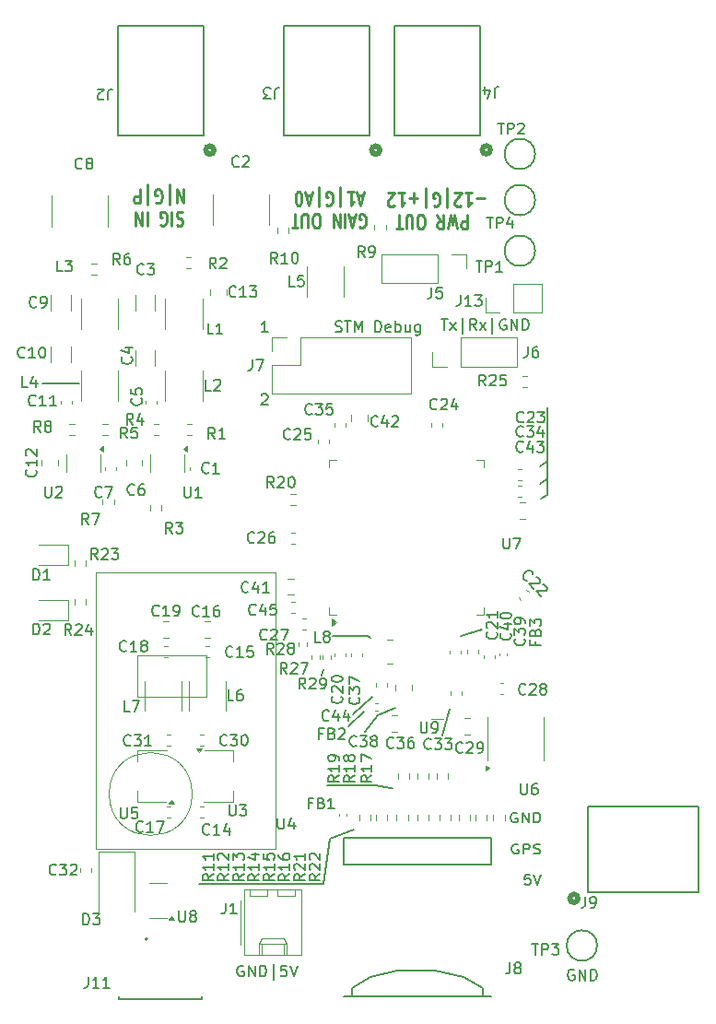
<source format=gbr>
%TF.GenerationSoftware,KiCad,Pcbnew,7.0.11-7.0.11~ubuntu20.04.1*%
%TF.CreationDate,2025-05-20T14:11:40-07:00*%
%TF.ProjectId,whaleboard,7768616c-6562-46f6-9172-642e6b696361,rev?*%
%TF.SameCoordinates,Original*%
%TF.FileFunction,Legend,Top*%
%TF.FilePolarity,Positive*%
%FSLAX46Y46*%
G04 Gerber Fmt 4.6, Leading zero omitted, Abs format (unit mm)*
G04 Created by KiCad (PCBNEW 7.0.11-7.0.11~ubuntu20.04.1) date 2025-05-20 14:11:40*
%MOMM*%
%LPD*%
G01*
G04 APERTURE LIST*
%ADD10C,0.150000*%
%ADD11C,0.254000*%
%ADD12C,0.177800*%
%ADD13C,0.200000*%
%ADD14C,0.120000*%
%ADD15C,0.127000*%
%ADD16C,0.152400*%
%ADD17C,0.508000*%
G04 APERTURE END LIST*
D10*
X134075000Y-119900000D02*
X135575000Y-118575000D01*
X152300000Y-97200000D02*
X151700000Y-97600000D01*
X142740000Y-120750000D02*
X143450000Y-118250000D01*
X106000000Y-88400000D02*
X109360000Y-88400000D01*
X132400000Y-130200000D02*
X131810000Y-134380000D01*
X138000000Y-125600000D02*
X138200000Y-125600000D01*
X152300000Y-95600000D02*
X151700000Y-96000000D01*
X144400000Y-111600000D02*
X146400000Y-111000000D01*
X152400000Y-90600000D02*
X152400000Y-94600000D01*
X135900000Y-111600000D02*
X136100000Y-111800000D01*
X152400000Y-98600000D02*
X151800000Y-99000000D01*
X134500000Y-118775000D02*
X136275000Y-117175000D01*
X152400000Y-94600000D02*
X152400000Y-98600000D01*
X136550000Y-125275000D02*
X138000000Y-125600000D01*
X132700000Y-111600000D02*
X135900000Y-111600000D01*
X132150000Y-125275000D02*
X136550000Y-125275000D01*
X135630000Y-120380000D02*
X136770000Y-118910000D01*
X131810000Y-134380000D02*
X120410000Y-134380000D01*
X136770000Y-118910000D02*
X138390000Y-118220000D01*
X131675000Y-115200000D02*
X131800000Y-114650000D01*
X134600000Y-129400000D02*
X132400000Y-130200000D01*
D11*
X118901333Y-72673808D02*
X118756190Y-72613331D01*
X118756190Y-72613331D02*
X118514285Y-72613331D01*
X118514285Y-72613331D02*
X118417523Y-72673808D01*
X118417523Y-72673808D02*
X118369142Y-72734284D01*
X118369142Y-72734284D02*
X118320761Y-72855236D01*
X118320761Y-72855236D02*
X118320761Y-72976188D01*
X118320761Y-72976188D02*
X118369142Y-73097141D01*
X118369142Y-73097141D02*
X118417523Y-73157617D01*
X118417523Y-73157617D02*
X118514285Y-73218093D01*
X118514285Y-73218093D02*
X118707809Y-73278569D01*
X118707809Y-73278569D02*
X118804571Y-73339046D01*
X118804571Y-73339046D02*
X118852952Y-73399522D01*
X118852952Y-73399522D02*
X118901333Y-73520474D01*
X118901333Y-73520474D02*
X118901333Y-73641427D01*
X118901333Y-73641427D02*
X118852952Y-73762379D01*
X118852952Y-73762379D02*
X118804571Y-73822855D01*
X118804571Y-73822855D02*
X118707809Y-73883331D01*
X118707809Y-73883331D02*
X118465904Y-73883331D01*
X118465904Y-73883331D02*
X118320761Y-73822855D01*
X117885333Y-72613331D02*
X117885333Y-73883331D01*
X116869332Y-73822855D02*
X116966094Y-73883331D01*
X116966094Y-73883331D02*
X117111237Y-73883331D01*
X117111237Y-73883331D02*
X117256380Y-73822855D01*
X117256380Y-73822855D02*
X117353142Y-73701903D01*
X117353142Y-73701903D02*
X117401523Y-73580950D01*
X117401523Y-73580950D02*
X117449904Y-73339046D01*
X117449904Y-73339046D02*
X117449904Y-73157617D01*
X117449904Y-73157617D02*
X117401523Y-72915712D01*
X117401523Y-72915712D02*
X117353142Y-72794760D01*
X117353142Y-72794760D02*
X117256380Y-72673808D01*
X117256380Y-72673808D02*
X117111237Y-72613331D01*
X117111237Y-72613331D02*
X117014475Y-72613331D01*
X117014475Y-72613331D02*
X116869332Y-72673808D01*
X116869332Y-72673808D02*
X116820951Y-72734284D01*
X116820951Y-72734284D02*
X116820951Y-73157617D01*
X116820951Y-73157617D02*
X117014475Y-73157617D01*
X115611428Y-72613331D02*
X115611428Y-73883331D01*
X115127618Y-72613331D02*
X115127618Y-73883331D01*
X115127618Y-73883331D02*
X114547046Y-72613331D01*
X114547046Y-72613331D02*
X114547046Y-73883331D01*
X118973904Y-70568631D02*
X118973904Y-71838631D01*
X118973904Y-71838631D02*
X118393332Y-70568631D01*
X118393332Y-70568631D02*
X118393332Y-71838631D01*
X117667618Y-70145298D02*
X117667618Y-71959584D01*
X116409713Y-71778155D02*
X116506475Y-71838631D01*
X116506475Y-71838631D02*
X116651618Y-71838631D01*
X116651618Y-71838631D02*
X116796761Y-71778155D01*
X116796761Y-71778155D02*
X116893523Y-71657203D01*
X116893523Y-71657203D02*
X116941904Y-71536250D01*
X116941904Y-71536250D02*
X116990285Y-71294346D01*
X116990285Y-71294346D02*
X116990285Y-71112917D01*
X116990285Y-71112917D02*
X116941904Y-70871012D01*
X116941904Y-70871012D02*
X116893523Y-70750060D01*
X116893523Y-70750060D02*
X116796761Y-70629108D01*
X116796761Y-70629108D02*
X116651618Y-70568631D01*
X116651618Y-70568631D02*
X116554856Y-70568631D01*
X116554856Y-70568631D02*
X116409713Y-70629108D01*
X116409713Y-70629108D02*
X116361332Y-70689584D01*
X116361332Y-70689584D02*
X116361332Y-71112917D01*
X116361332Y-71112917D02*
X116554856Y-71112917D01*
X115683999Y-70145298D02*
X115683999Y-71959584D01*
X114958285Y-70568631D02*
X114958285Y-71838631D01*
X114958285Y-71838631D02*
X114571237Y-71838631D01*
X114571237Y-71838631D02*
X114474475Y-71778155D01*
X114474475Y-71778155D02*
X114426094Y-71717679D01*
X114426094Y-71717679D02*
X114377713Y-71596727D01*
X114377713Y-71596727D02*
X114377713Y-71415298D01*
X114377713Y-71415298D02*
X114426094Y-71294346D01*
X114426094Y-71294346D02*
X114474475Y-71233869D01*
X114474475Y-71233869D02*
X114571237Y-71173393D01*
X114571237Y-71173393D02*
X114958285Y-71173393D01*
D10*
X124460588Y-141917438D02*
X124365350Y-141869819D01*
X124365350Y-141869819D02*
X124222493Y-141869819D01*
X124222493Y-141869819D02*
X124079636Y-141917438D01*
X124079636Y-141917438D02*
X123984398Y-142012676D01*
X123984398Y-142012676D02*
X123936779Y-142107914D01*
X123936779Y-142107914D02*
X123889160Y-142298390D01*
X123889160Y-142298390D02*
X123889160Y-142441247D01*
X123889160Y-142441247D02*
X123936779Y-142631723D01*
X123936779Y-142631723D02*
X123984398Y-142726961D01*
X123984398Y-142726961D02*
X124079636Y-142822200D01*
X124079636Y-142822200D02*
X124222493Y-142869819D01*
X124222493Y-142869819D02*
X124317731Y-142869819D01*
X124317731Y-142869819D02*
X124460588Y-142822200D01*
X124460588Y-142822200D02*
X124508207Y-142774580D01*
X124508207Y-142774580D02*
X124508207Y-142441247D01*
X124508207Y-142441247D02*
X124317731Y-142441247D01*
X124936779Y-142869819D02*
X124936779Y-141869819D01*
X124936779Y-141869819D02*
X125508207Y-142869819D01*
X125508207Y-142869819D02*
X125508207Y-141869819D01*
X125984398Y-142869819D02*
X125984398Y-141869819D01*
X125984398Y-141869819D02*
X126222493Y-141869819D01*
X126222493Y-141869819D02*
X126365350Y-141917438D01*
X126365350Y-141917438D02*
X126460588Y-142012676D01*
X126460588Y-142012676D02*
X126508207Y-142107914D01*
X126508207Y-142107914D02*
X126555826Y-142298390D01*
X126555826Y-142298390D02*
X126555826Y-142441247D01*
X126555826Y-142441247D02*
X126508207Y-142631723D01*
X126508207Y-142631723D02*
X126460588Y-142726961D01*
X126460588Y-142726961D02*
X126365350Y-142822200D01*
X126365350Y-142822200D02*
X126222493Y-142869819D01*
X126222493Y-142869819D02*
X125984398Y-142869819D01*
X127222493Y-143203152D02*
X127222493Y-141774580D01*
X128412969Y-141869819D02*
X127936779Y-141869819D01*
X127936779Y-141869819D02*
X127889160Y-142346009D01*
X127889160Y-142346009D02*
X127936779Y-142298390D01*
X127936779Y-142298390D02*
X128032017Y-142250771D01*
X128032017Y-142250771D02*
X128270112Y-142250771D01*
X128270112Y-142250771D02*
X128365350Y-142298390D01*
X128365350Y-142298390D02*
X128412969Y-142346009D01*
X128412969Y-142346009D02*
X128460588Y-142441247D01*
X128460588Y-142441247D02*
X128460588Y-142679342D01*
X128460588Y-142679342D02*
X128412969Y-142774580D01*
X128412969Y-142774580D02*
X128365350Y-142822200D01*
X128365350Y-142822200D02*
X128270112Y-142869819D01*
X128270112Y-142869819D02*
X128032017Y-142869819D01*
X128032017Y-142869819D02*
X127936779Y-142822200D01*
X127936779Y-142822200D02*
X127889160Y-142774580D01*
X128746303Y-141869819D02*
X129079636Y-142869819D01*
X129079636Y-142869819D02*
X129412969Y-141869819D01*
D12*
X149605141Y-127879331D02*
X149508379Y-127836998D01*
X149508379Y-127836998D02*
X149363236Y-127836998D01*
X149363236Y-127836998D02*
X149218093Y-127879331D01*
X149218093Y-127879331D02*
X149121331Y-127963998D01*
X149121331Y-127963998D02*
X149072950Y-128048665D01*
X149072950Y-128048665D02*
X149024569Y-128217998D01*
X149024569Y-128217998D02*
X149024569Y-128344998D01*
X149024569Y-128344998D02*
X149072950Y-128514331D01*
X149072950Y-128514331D02*
X149121331Y-128598998D01*
X149121331Y-128598998D02*
X149218093Y-128683665D01*
X149218093Y-128683665D02*
X149363236Y-128725998D01*
X149363236Y-128725998D02*
X149459998Y-128725998D01*
X149459998Y-128725998D02*
X149605141Y-128683665D01*
X149605141Y-128683665D02*
X149653522Y-128641331D01*
X149653522Y-128641331D02*
X149653522Y-128344998D01*
X149653522Y-128344998D02*
X149459998Y-128344998D01*
X150088950Y-128725998D02*
X150088950Y-127836998D01*
X150088950Y-127836998D02*
X150669522Y-128725998D01*
X150669522Y-128725998D02*
X150669522Y-127836998D01*
X151153331Y-128725998D02*
X151153331Y-127836998D01*
X151153331Y-127836998D02*
X151395236Y-127836998D01*
X151395236Y-127836998D02*
X151540379Y-127879331D01*
X151540379Y-127879331D02*
X151637141Y-127963998D01*
X151637141Y-127963998D02*
X151685522Y-128048665D01*
X151685522Y-128048665D02*
X151733903Y-128217998D01*
X151733903Y-128217998D02*
X151733903Y-128344998D01*
X151733903Y-128344998D02*
X151685522Y-128514331D01*
X151685522Y-128514331D02*
X151637141Y-128598998D01*
X151637141Y-128598998D02*
X151540379Y-128683665D01*
X151540379Y-128683665D02*
X151395236Y-128725998D01*
X151395236Y-128725998D02*
X151153331Y-128725998D01*
X149701903Y-130741911D02*
X149605141Y-130699578D01*
X149605141Y-130699578D02*
X149459998Y-130699578D01*
X149459998Y-130699578D02*
X149314855Y-130741911D01*
X149314855Y-130741911D02*
X149218093Y-130826578D01*
X149218093Y-130826578D02*
X149169712Y-130911245D01*
X149169712Y-130911245D02*
X149121331Y-131080578D01*
X149121331Y-131080578D02*
X149121331Y-131207578D01*
X149121331Y-131207578D02*
X149169712Y-131376911D01*
X149169712Y-131376911D02*
X149218093Y-131461578D01*
X149218093Y-131461578D02*
X149314855Y-131546245D01*
X149314855Y-131546245D02*
X149459998Y-131588578D01*
X149459998Y-131588578D02*
X149556760Y-131588578D01*
X149556760Y-131588578D02*
X149701903Y-131546245D01*
X149701903Y-131546245D02*
X149750284Y-131503911D01*
X149750284Y-131503911D02*
X149750284Y-131207578D01*
X149750284Y-131207578D02*
X149556760Y-131207578D01*
X150185712Y-131588578D02*
X150185712Y-130699578D01*
X150185712Y-130699578D02*
X150572760Y-130699578D01*
X150572760Y-130699578D02*
X150669522Y-130741911D01*
X150669522Y-130741911D02*
X150717903Y-130784245D01*
X150717903Y-130784245D02*
X150766284Y-130868911D01*
X150766284Y-130868911D02*
X150766284Y-130995911D01*
X150766284Y-130995911D02*
X150717903Y-131080578D01*
X150717903Y-131080578D02*
X150669522Y-131122911D01*
X150669522Y-131122911D02*
X150572760Y-131165245D01*
X150572760Y-131165245D02*
X150185712Y-131165245D01*
X151153331Y-131546245D02*
X151298474Y-131588578D01*
X151298474Y-131588578D02*
X151540379Y-131588578D01*
X151540379Y-131588578D02*
X151637141Y-131546245D01*
X151637141Y-131546245D02*
X151685522Y-131503911D01*
X151685522Y-131503911D02*
X151733903Y-131419245D01*
X151733903Y-131419245D02*
X151733903Y-131334578D01*
X151733903Y-131334578D02*
X151685522Y-131249911D01*
X151685522Y-131249911D02*
X151637141Y-131207578D01*
X151637141Y-131207578D02*
X151540379Y-131165245D01*
X151540379Y-131165245D02*
X151346855Y-131122911D01*
X151346855Y-131122911D02*
X151250093Y-131080578D01*
X151250093Y-131080578D02*
X151201712Y-131038245D01*
X151201712Y-131038245D02*
X151153331Y-130953578D01*
X151153331Y-130953578D02*
X151153331Y-130868911D01*
X151153331Y-130868911D02*
X151201712Y-130784245D01*
X151201712Y-130784245D02*
X151250093Y-130741911D01*
X151250093Y-130741911D02*
X151346855Y-130699578D01*
X151346855Y-130699578D02*
X151588760Y-130699578D01*
X151588760Y-130699578D02*
X151733903Y-130741911D01*
X150814665Y-133562158D02*
X150330855Y-133562158D01*
X150330855Y-133562158D02*
X150282474Y-133985491D01*
X150282474Y-133985491D02*
X150330855Y-133943158D01*
X150330855Y-133943158D02*
X150427617Y-133900825D01*
X150427617Y-133900825D02*
X150669522Y-133900825D01*
X150669522Y-133900825D02*
X150766284Y-133943158D01*
X150766284Y-133943158D02*
X150814665Y-133985491D01*
X150814665Y-133985491D02*
X150863046Y-134070158D01*
X150863046Y-134070158D02*
X150863046Y-134281825D01*
X150863046Y-134281825D02*
X150814665Y-134366491D01*
X150814665Y-134366491D02*
X150766284Y-134408825D01*
X150766284Y-134408825D02*
X150669522Y-134451158D01*
X150669522Y-134451158D02*
X150427617Y-134451158D01*
X150427617Y-134451158D02*
X150330855Y-134408825D01*
X150330855Y-134408825D02*
X150282474Y-134366491D01*
X151153331Y-133562158D02*
X151491998Y-134451158D01*
X151491998Y-134451158D02*
X151830665Y-133562158D01*
D11*
X135141304Y-74022855D02*
X135238066Y-74083331D01*
X135238066Y-74083331D02*
X135383209Y-74083331D01*
X135383209Y-74083331D02*
X135528352Y-74022855D01*
X135528352Y-74022855D02*
X135625114Y-73901903D01*
X135625114Y-73901903D02*
X135673495Y-73780950D01*
X135673495Y-73780950D02*
X135721876Y-73539046D01*
X135721876Y-73539046D02*
X135721876Y-73357617D01*
X135721876Y-73357617D02*
X135673495Y-73115712D01*
X135673495Y-73115712D02*
X135625114Y-72994760D01*
X135625114Y-72994760D02*
X135528352Y-72873808D01*
X135528352Y-72873808D02*
X135383209Y-72813331D01*
X135383209Y-72813331D02*
X135286447Y-72813331D01*
X135286447Y-72813331D02*
X135141304Y-72873808D01*
X135141304Y-72873808D02*
X135092923Y-72934284D01*
X135092923Y-72934284D02*
X135092923Y-73357617D01*
X135092923Y-73357617D02*
X135286447Y-73357617D01*
X134705876Y-73176188D02*
X134222066Y-73176188D01*
X134802638Y-72813331D02*
X134463971Y-74083331D01*
X134463971Y-74083331D02*
X134125304Y-72813331D01*
X133786638Y-72813331D02*
X133786638Y-74083331D01*
X133302828Y-72813331D02*
X133302828Y-74083331D01*
X133302828Y-74083331D02*
X132722256Y-72813331D01*
X132722256Y-72813331D02*
X132722256Y-74083331D01*
X131270828Y-74083331D02*
X131077304Y-74083331D01*
X131077304Y-74083331D02*
X130980542Y-74022855D01*
X130980542Y-74022855D02*
X130883780Y-73901903D01*
X130883780Y-73901903D02*
X130835399Y-73659998D01*
X130835399Y-73659998D02*
X130835399Y-73236665D01*
X130835399Y-73236665D02*
X130883780Y-72994760D01*
X130883780Y-72994760D02*
X130980542Y-72873808D01*
X130980542Y-72873808D02*
X131077304Y-72813331D01*
X131077304Y-72813331D02*
X131270828Y-72813331D01*
X131270828Y-72813331D02*
X131367590Y-72873808D01*
X131367590Y-72873808D02*
X131464352Y-72994760D01*
X131464352Y-72994760D02*
X131512733Y-73236665D01*
X131512733Y-73236665D02*
X131512733Y-73659998D01*
X131512733Y-73659998D02*
X131464352Y-73901903D01*
X131464352Y-73901903D02*
X131367590Y-74022855D01*
X131367590Y-74022855D02*
X131270828Y-74083331D01*
X130399971Y-74083331D02*
X130399971Y-73055236D01*
X130399971Y-73055236D02*
X130351590Y-72934284D01*
X130351590Y-72934284D02*
X130303209Y-72873808D01*
X130303209Y-72873808D02*
X130206447Y-72813331D01*
X130206447Y-72813331D02*
X130012923Y-72813331D01*
X130012923Y-72813331D02*
X129916161Y-72873808D01*
X129916161Y-72873808D02*
X129867780Y-72934284D01*
X129867780Y-72934284D02*
X129819399Y-73055236D01*
X129819399Y-73055236D02*
X129819399Y-74083331D01*
X129480733Y-74083331D02*
X128900161Y-74083331D01*
X129190447Y-72813331D02*
X129190447Y-74083331D01*
X135479971Y-71131488D02*
X134996161Y-71131488D01*
X135576733Y-70768631D02*
X135238066Y-72038631D01*
X135238066Y-72038631D02*
X134899399Y-70768631D01*
X134028542Y-70768631D02*
X134609114Y-70768631D01*
X134318828Y-70768631D02*
X134318828Y-72038631D01*
X134318828Y-72038631D02*
X134415590Y-71857203D01*
X134415590Y-71857203D02*
X134512352Y-71736250D01*
X134512352Y-71736250D02*
X134609114Y-71675774D01*
X133351209Y-70345298D02*
X133351209Y-72159584D01*
X132093304Y-71978155D02*
X132190066Y-72038631D01*
X132190066Y-72038631D02*
X132335209Y-72038631D01*
X132335209Y-72038631D02*
X132480352Y-71978155D01*
X132480352Y-71978155D02*
X132577114Y-71857203D01*
X132577114Y-71857203D02*
X132625495Y-71736250D01*
X132625495Y-71736250D02*
X132673876Y-71494346D01*
X132673876Y-71494346D02*
X132673876Y-71312917D01*
X132673876Y-71312917D02*
X132625495Y-71071012D01*
X132625495Y-71071012D02*
X132577114Y-70950060D01*
X132577114Y-70950060D02*
X132480352Y-70829108D01*
X132480352Y-70829108D02*
X132335209Y-70768631D01*
X132335209Y-70768631D02*
X132238447Y-70768631D01*
X132238447Y-70768631D02*
X132093304Y-70829108D01*
X132093304Y-70829108D02*
X132044923Y-70889584D01*
X132044923Y-70889584D02*
X132044923Y-71312917D01*
X132044923Y-71312917D02*
X132238447Y-71312917D01*
X131367590Y-70345298D02*
X131367590Y-72159584D01*
X130690257Y-71131488D02*
X130206447Y-71131488D01*
X130787019Y-70768631D02*
X130448352Y-72038631D01*
X130448352Y-72038631D02*
X130109685Y-70768631D01*
X129577495Y-72038631D02*
X129480733Y-72038631D01*
X129480733Y-72038631D02*
X129383971Y-71978155D01*
X129383971Y-71978155D02*
X129335590Y-71917679D01*
X129335590Y-71917679D02*
X129287209Y-71796727D01*
X129287209Y-71796727D02*
X129238828Y-71554822D01*
X129238828Y-71554822D02*
X129238828Y-71252441D01*
X129238828Y-71252441D02*
X129287209Y-71010536D01*
X129287209Y-71010536D02*
X129335590Y-70889584D01*
X129335590Y-70889584D02*
X129383971Y-70829108D01*
X129383971Y-70829108D02*
X129480733Y-70768631D01*
X129480733Y-70768631D02*
X129577495Y-70768631D01*
X129577495Y-70768631D02*
X129674257Y-70829108D01*
X129674257Y-70829108D02*
X129722638Y-70889584D01*
X129722638Y-70889584D02*
X129771019Y-71010536D01*
X129771019Y-71010536D02*
X129819400Y-71252441D01*
X129819400Y-71252441D02*
X129819400Y-71554822D01*
X129819400Y-71554822D02*
X129771019Y-71796727D01*
X129771019Y-71796727D02*
X129722638Y-71917679D01*
X129722638Y-71917679D02*
X129674257Y-71978155D01*
X129674257Y-71978155D02*
X129577495Y-72038631D01*
D13*
X126122054Y-89462457D02*
X126169673Y-89414838D01*
X126169673Y-89414838D02*
X126264911Y-89367219D01*
X126264911Y-89367219D02*
X126503006Y-89367219D01*
X126503006Y-89367219D02*
X126598244Y-89414838D01*
X126598244Y-89414838D02*
X126645863Y-89462457D01*
X126645863Y-89462457D02*
X126693482Y-89557695D01*
X126693482Y-89557695D02*
X126693482Y-89652933D01*
X126693482Y-89652933D02*
X126645863Y-89795790D01*
X126645863Y-89795790D02*
X126074435Y-90367219D01*
X126074435Y-90367219D02*
X126693482Y-90367219D01*
X126693482Y-83667219D02*
X126122054Y-83667219D01*
X126407768Y-83667219D02*
X126407768Y-82667219D01*
X126407768Y-82667219D02*
X126312530Y-82810076D01*
X126312530Y-82810076D02*
X126217292Y-82905314D01*
X126217292Y-82905314D02*
X126122054Y-82952933D01*
D10*
X132909160Y-83612200D02*
X133052017Y-83659819D01*
X133052017Y-83659819D02*
X133290112Y-83659819D01*
X133290112Y-83659819D02*
X133385350Y-83612200D01*
X133385350Y-83612200D02*
X133432969Y-83564580D01*
X133432969Y-83564580D02*
X133480588Y-83469342D01*
X133480588Y-83469342D02*
X133480588Y-83374104D01*
X133480588Y-83374104D02*
X133432969Y-83278866D01*
X133432969Y-83278866D02*
X133385350Y-83231247D01*
X133385350Y-83231247D02*
X133290112Y-83183628D01*
X133290112Y-83183628D02*
X133099636Y-83136009D01*
X133099636Y-83136009D02*
X133004398Y-83088390D01*
X133004398Y-83088390D02*
X132956779Y-83040771D01*
X132956779Y-83040771D02*
X132909160Y-82945533D01*
X132909160Y-82945533D02*
X132909160Y-82850295D01*
X132909160Y-82850295D02*
X132956779Y-82755057D01*
X132956779Y-82755057D02*
X133004398Y-82707438D01*
X133004398Y-82707438D02*
X133099636Y-82659819D01*
X133099636Y-82659819D02*
X133337731Y-82659819D01*
X133337731Y-82659819D02*
X133480588Y-82707438D01*
X133766303Y-82659819D02*
X134337731Y-82659819D01*
X134052017Y-83659819D02*
X134052017Y-82659819D01*
X134671065Y-83659819D02*
X134671065Y-82659819D01*
X134671065Y-82659819D02*
X135004398Y-83374104D01*
X135004398Y-83374104D02*
X135337731Y-82659819D01*
X135337731Y-82659819D02*
X135337731Y-83659819D01*
X136575827Y-83659819D02*
X136575827Y-82659819D01*
X136575827Y-82659819D02*
X136813922Y-82659819D01*
X136813922Y-82659819D02*
X136956779Y-82707438D01*
X136956779Y-82707438D02*
X137052017Y-82802676D01*
X137052017Y-82802676D02*
X137099636Y-82897914D01*
X137099636Y-82897914D02*
X137147255Y-83088390D01*
X137147255Y-83088390D02*
X137147255Y-83231247D01*
X137147255Y-83231247D02*
X137099636Y-83421723D01*
X137099636Y-83421723D02*
X137052017Y-83516961D01*
X137052017Y-83516961D02*
X136956779Y-83612200D01*
X136956779Y-83612200D02*
X136813922Y-83659819D01*
X136813922Y-83659819D02*
X136575827Y-83659819D01*
X137956779Y-83612200D02*
X137861541Y-83659819D01*
X137861541Y-83659819D02*
X137671065Y-83659819D01*
X137671065Y-83659819D02*
X137575827Y-83612200D01*
X137575827Y-83612200D02*
X137528208Y-83516961D01*
X137528208Y-83516961D02*
X137528208Y-83136009D01*
X137528208Y-83136009D02*
X137575827Y-83040771D01*
X137575827Y-83040771D02*
X137671065Y-82993152D01*
X137671065Y-82993152D02*
X137861541Y-82993152D01*
X137861541Y-82993152D02*
X137956779Y-83040771D01*
X137956779Y-83040771D02*
X138004398Y-83136009D01*
X138004398Y-83136009D02*
X138004398Y-83231247D01*
X138004398Y-83231247D02*
X137528208Y-83326485D01*
X138432970Y-83659819D02*
X138432970Y-82659819D01*
X138432970Y-83040771D02*
X138528208Y-82993152D01*
X138528208Y-82993152D02*
X138718684Y-82993152D01*
X138718684Y-82993152D02*
X138813922Y-83040771D01*
X138813922Y-83040771D02*
X138861541Y-83088390D01*
X138861541Y-83088390D02*
X138909160Y-83183628D01*
X138909160Y-83183628D02*
X138909160Y-83469342D01*
X138909160Y-83469342D02*
X138861541Y-83564580D01*
X138861541Y-83564580D02*
X138813922Y-83612200D01*
X138813922Y-83612200D02*
X138718684Y-83659819D01*
X138718684Y-83659819D02*
X138528208Y-83659819D01*
X138528208Y-83659819D02*
X138432970Y-83612200D01*
X139766303Y-82993152D02*
X139766303Y-83659819D01*
X139337732Y-82993152D02*
X139337732Y-83516961D01*
X139337732Y-83516961D02*
X139385351Y-83612200D01*
X139385351Y-83612200D02*
X139480589Y-83659819D01*
X139480589Y-83659819D02*
X139623446Y-83659819D01*
X139623446Y-83659819D02*
X139718684Y-83612200D01*
X139718684Y-83612200D02*
X139766303Y-83564580D01*
X140671065Y-82993152D02*
X140671065Y-83802676D01*
X140671065Y-83802676D02*
X140623446Y-83897914D01*
X140623446Y-83897914D02*
X140575827Y-83945533D01*
X140575827Y-83945533D02*
X140480589Y-83993152D01*
X140480589Y-83993152D02*
X140337732Y-83993152D01*
X140337732Y-83993152D02*
X140242494Y-83945533D01*
X140671065Y-83612200D02*
X140575827Y-83659819D01*
X140575827Y-83659819D02*
X140385351Y-83659819D01*
X140385351Y-83659819D02*
X140290113Y-83612200D01*
X140290113Y-83612200D02*
X140242494Y-83564580D01*
X140242494Y-83564580D02*
X140194875Y-83469342D01*
X140194875Y-83469342D02*
X140194875Y-83183628D01*
X140194875Y-83183628D02*
X140242494Y-83088390D01*
X140242494Y-83088390D02*
X140290113Y-83040771D01*
X140290113Y-83040771D02*
X140385351Y-82993152D01*
X140385351Y-82993152D02*
X140575827Y-82993152D01*
X140575827Y-82993152D02*
X140671065Y-83040771D01*
X142633922Y-82469819D02*
X143205350Y-82469819D01*
X142919636Y-83469819D02*
X142919636Y-82469819D01*
X143443446Y-83469819D02*
X143967255Y-82803152D01*
X143443446Y-82803152D02*
X143967255Y-83469819D01*
X144586303Y-83803152D02*
X144586303Y-82374580D01*
X145872017Y-83469819D02*
X145538684Y-82993628D01*
X145300589Y-83469819D02*
X145300589Y-82469819D01*
X145300589Y-82469819D02*
X145681541Y-82469819D01*
X145681541Y-82469819D02*
X145776779Y-82517438D01*
X145776779Y-82517438D02*
X145824398Y-82565057D01*
X145824398Y-82565057D02*
X145872017Y-82660295D01*
X145872017Y-82660295D02*
X145872017Y-82803152D01*
X145872017Y-82803152D02*
X145824398Y-82898390D01*
X145824398Y-82898390D02*
X145776779Y-82946009D01*
X145776779Y-82946009D02*
X145681541Y-82993628D01*
X145681541Y-82993628D02*
X145300589Y-82993628D01*
X146205351Y-83469819D02*
X146729160Y-82803152D01*
X146205351Y-82803152D02*
X146729160Y-83469819D01*
X147348208Y-83803152D02*
X147348208Y-82374580D01*
X148586303Y-82517438D02*
X148491065Y-82469819D01*
X148491065Y-82469819D02*
X148348208Y-82469819D01*
X148348208Y-82469819D02*
X148205351Y-82517438D01*
X148205351Y-82517438D02*
X148110113Y-82612676D01*
X148110113Y-82612676D02*
X148062494Y-82707914D01*
X148062494Y-82707914D02*
X148014875Y-82898390D01*
X148014875Y-82898390D02*
X148014875Y-83041247D01*
X148014875Y-83041247D02*
X148062494Y-83231723D01*
X148062494Y-83231723D02*
X148110113Y-83326961D01*
X148110113Y-83326961D02*
X148205351Y-83422200D01*
X148205351Y-83422200D02*
X148348208Y-83469819D01*
X148348208Y-83469819D02*
X148443446Y-83469819D01*
X148443446Y-83469819D02*
X148586303Y-83422200D01*
X148586303Y-83422200D02*
X148633922Y-83374580D01*
X148633922Y-83374580D02*
X148633922Y-83041247D01*
X148633922Y-83041247D02*
X148443446Y-83041247D01*
X149062494Y-83469819D02*
X149062494Y-82469819D01*
X149062494Y-82469819D02*
X149633922Y-83469819D01*
X149633922Y-83469819D02*
X149633922Y-82469819D01*
X150110113Y-83469819D02*
X150110113Y-82469819D01*
X150110113Y-82469819D02*
X150348208Y-82469819D01*
X150348208Y-82469819D02*
X150491065Y-82517438D01*
X150491065Y-82517438D02*
X150586303Y-82612676D01*
X150586303Y-82612676D02*
X150633922Y-82707914D01*
X150633922Y-82707914D02*
X150681541Y-82898390D01*
X150681541Y-82898390D02*
X150681541Y-83041247D01*
X150681541Y-83041247D02*
X150633922Y-83231723D01*
X150633922Y-83231723D02*
X150586303Y-83326961D01*
X150586303Y-83326961D02*
X150491065Y-83422200D01*
X150491065Y-83422200D02*
X150348208Y-83469819D01*
X150348208Y-83469819D02*
X150110113Y-83469819D01*
D11*
X145006095Y-72913331D02*
X145006095Y-74183331D01*
X145006095Y-74183331D02*
X144619047Y-74183331D01*
X144619047Y-74183331D02*
X144522285Y-74122855D01*
X144522285Y-74122855D02*
X144473904Y-74062379D01*
X144473904Y-74062379D02*
X144425523Y-73941427D01*
X144425523Y-73941427D02*
X144425523Y-73759998D01*
X144425523Y-73759998D02*
X144473904Y-73639046D01*
X144473904Y-73639046D02*
X144522285Y-73578569D01*
X144522285Y-73578569D02*
X144619047Y-73518093D01*
X144619047Y-73518093D02*
X145006095Y-73518093D01*
X144086857Y-74183331D02*
X143844952Y-72913331D01*
X143844952Y-72913331D02*
X143651428Y-73820474D01*
X143651428Y-73820474D02*
X143457904Y-72913331D01*
X143457904Y-72913331D02*
X143216000Y-74183331D01*
X142248380Y-72913331D02*
X142587047Y-73518093D01*
X142828952Y-72913331D02*
X142828952Y-74183331D01*
X142828952Y-74183331D02*
X142441904Y-74183331D01*
X142441904Y-74183331D02*
X142345142Y-74122855D01*
X142345142Y-74122855D02*
X142296761Y-74062379D01*
X142296761Y-74062379D02*
X142248380Y-73941427D01*
X142248380Y-73941427D02*
X142248380Y-73759998D01*
X142248380Y-73759998D02*
X142296761Y-73639046D01*
X142296761Y-73639046D02*
X142345142Y-73578569D01*
X142345142Y-73578569D02*
X142441904Y-73518093D01*
X142441904Y-73518093D02*
X142828952Y-73518093D01*
X140845333Y-74183331D02*
X140651809Y-74183331D01*
X140651809Y-74183331D02*
X140555047Y-74122855D01*
X140555047Y-74122855D02*
X140458285Y-74001903D01*
X140458285Y-74001903D02*
X140409904Y-73759998D01*
X140409904Y-73759998D02*
X140409904Y-73336665D01*
X140409904Y-73336665D02*
X140458285Y-73094760D01*
X140458285Y-73094760D02*
X140555047Y-72973808D01*
X140555047Y-72973808D02*
X140651809Y-72913331D01*
X140651809Y-72913331D02*
X140845333Y-72913331D01*
X140845333Y-72913331D02*
X140942095Y-72973808D01*
X140942095Y-72973808D02*
X141038857Y-73094760D01*
X141038857Y-73094760D02*
X141087238Y-73336665D01*
X141087238Y-73336665D02*
X141087238Y-73759998D01*
X141087238Y-73759998D02*
X141038857Y-74001903D01*
X141038857Y-74001903D02*
X140942095Y-74122855D01*
X140942095Y-74122855D02*
X140845333Y-74183331D01*
X139974476Y-74183331D02*
X139974476Y-73155236D01*
X139974476Y-73155236D02*
X139926095Y-73034284D01*
X139926095Y-73034284D02*
X139877714Y-72973808D01*
X139877714Y-72973808D02*
X139780952Y-72913331D01*
X139780952Y-72913331D02*
X139587428Y-72913331D01*
X139587428Y-72913331D02*
X139490666Y-72973808D01*
X139490666Y-72973808D02*
X139442285Y-73034284D01*
X139442285Y-73034284D02*
X139393904Y-73155236D01*
X139393904Y-73155236D02*
X139393904Y-74183331D01*
X139055238Y-74183331D02*
X138474666Y-74183331D01*
X138764952Y-72913331D02*
X138764952Y-74183331D01*
X146626857Y-71352441D02*
X145852762Y-71352441D01*
X144836761Y-70868631D02*
X145417333Y-70868631D01*
X145127047Y-70868631D02*
X145127047Y-72138631D01*
X145127047Y-72138631D02*
X145223809Y-71957203D01*
X145223809Y-71957203D02*
X145320571Y-71836250D01*
X145320571Y-71836250D02*
X145417333Y-71775774D01*
X144449714Y-72017679D02*
X144401333Y-72078155D01*
X144401333Y-72078155D02*
X144304571Y-72138631D01*
X144304571Y-72138631D02*
X144062666Y-72138631D01*
X144062666Y-72138631D02*
X143965904Y-72078155D01*
X143965904Y-72078155D02*
X143917523Y-72017679D01*
X143917523Y-72017679D02*
X143869142Y-71896727D01*
X143869142Y-71896727D02*
X143869142Y-71775774D01*
X143869142Y-71775774D02*
X143917523Y-71594346D01*
X143917523Y-71594346D02*
X144498095Y-70868631D01*
X144498095Y-70868631D02*
X143869142Y-70868631D01*
X143191809Y-70445298D02*
X143191809Y-72259584D01*
X141933904Y-72078155D02*
X142030666Y-72138631D01*
X142030666Y-72138631D02*
X142175809Y-72138631D01*
X142175809Y-72138631D02*
X142320952Y-72078155D01*
X142320952Y-72078155D02*
X142417714Y-71957203D01*
X142417714Y-71957203D02*
X142466095Y-71836250D01*
X142466095Y-71836250D02*
X142514476Y-71594346D01*
X142514476Y-71594346D02*
X142514476Y-71412917D01*
X142514476Y-71412917D02*
X142466095Y-71171012D01*
X142466095Y-71171012D02*
X142417714Y-71050060D01*
X142417714Y-71050060D02*
X142320952Y-70929108D01*
X142320952Y-70929108D02*
X142175809Y-70868631D01*
X142175809Y-70868631D02*
X142079047Y-70868631D01*
X142079047Y-70868631D02*
X141933904Y-70929108D01*
X141933904Y-70929108D02*
X141885523Y-70989584D01*
X141885523Y-70989584D02*
X141885523Y-71412917D01*
X141885523Y-71412917D02*
X142079047Y-71412917D01*
X141208190Y-70445298D02*
X141208190Y-72259584D01*
X140482476Y-71352441D02*
X139708381Y-71352441D01*
X140095428Y-70868631D02*
X140095428Y-71836250D01*
X138692380Y-70868631D02*
X139272952Y-70868631D01*
X138982666Y-70868631D02*
X138982666Y-72138631D01*
X138982666Y-72138631D02*
X139079428Y-71957203D01*
X139079428Y-71957203D02*
X139176190Y-71836250D01*
X139176190Y-71836250D02*
X139272952Y-71775774D01*
X138305333Y-72017679D02*
X138256952Y-72078155D01*
X138256952Y-72078155D02*
X138160190Y-72138631D01*
X138160190Y-72138631D02*
X137918285Y-72138631D01*
X137918285Y-72138631D02*
X137821523Y-72078155D01*
X137821523Y-72078155D02*
X137773142Y-72017679D01*
X137773142Y-72017679D02*
X137724761Y-71896727D01*
X137724761Y-71896727D02*
X137724761Y-71775774D01*
X137724761Y-71775774D02*
X137773142Y-71594346D01*
X137773142Y-71594346D02*
X138353714Y-70868631D01*
X138353714Y-70868631D02*
X137724761Y-70868631D01*
D10*
X154840588Y-142267438D02*
X154745350Y-142219819D01*
X154745350Y-142219819D02*
X154602493Y-142219819D01*
X154602493Y-142219819D02*
X154459636Y-142267438D01*
X154459636Y-142267438D02*
X154364398Y-142362676D01*
X154364398Y-142362676D02*
X154316779Y-142457914D01*
X154316779Y-142457914D02*
X154269160Y-142648390D01*
X154269160Y-142648390D02*
X154269160Y-142791247D01*
X154269160Y-142791247D02*
X154316779Y-142981723D01*
X154316779Y-142981723D02*
X154364398Y-143076961D01*
X154364398Y-143076961D02*
X154459636Y-143172200D01*
X154459636Y-143172200D02*
X154602493Y-143219819D01*
X154602493Y-143219819D02*
X154697731Y-143219819D01*
X154697731Y-143219819D02*
X154840588Y-143172200D01*
X154840588Y-143172200D02*
X154888207Y-143124580D01*
X154888207Y-143124580D02*
X154888207Y-142791247D01*
X154888207Y-142791247D02*
X154697731Y-142791247D01*
X155316779Y-143219819D02*
X155316779Y-142219819D01*
X155316779Y-142219819D02*
X155888207Y-143219819D01*
X155888207Y-143219819D02*
X155888207Y-142219819D01*
X156364398Y-143219819D02*
X156364398Y-142219819D01*
X156364398Y-142219819D02*
X156602493Y-142219819D01*
X156602493Y-142219819D02*
X156745350Y-142267438D01*
X156745350Y-142267438D02*
X156840588Y-142362676D01*
X156840588Y-142362676D02*
X156888207Y-142457914D01*
X156888207Y-142457914D02*
X156935826Y-142648390D01*
X156935826Y-142648390D02*
X156935826Y-142791247D01*
X156935826Y-142791247D02*
X156888207Y-142981723D01*
X156888207Y-142981723D02*
X156840588Y-143076961D01*
X156840588Y-143076961D02*
X156745350Y-143172200D01*
X156745350Y-143172200D02*
X156602493Y-143219819D01*
X156602493Y-143219819D02*
X156364398Y-143219819D01*
X150988095Y-139864819D02*
X151559523Y-139864819D01*
X151273809Y-140864819D02*
X151273809Y-139864819D01*
X151892857Y-140864819D02*
X151892857Y-139864819D01*
X151892857Y-139864819D02*
X152273809Y-139864819D01*
X152273809Y-139864819D02*
X152369047Y-139912438D01*
X152369047Y-139912438D02*
X152416666Y-139960057D01*
X152416666Y-139960057D02*
X152464285Y-140055295D01*
X152464285Y-140055295D02*
X152464285Y-140198152D01*
X152464285Y-140198152D02*
X152416666Y-140293390D01*
X152416666Y-140293390D02*
X152369047Y-140341009D01*
X152369047Y-140341009D02*
X152273809Y-140388628D01*
X152273809Y-140388628D02*
X151892857Y-140388628D01*
X152797619Y-139864819D02*
X153416666Y-139864819D01*
X153416666Y-139864819D02*
X153083333Y-140245771D01*
X153083333Y-140245771D02*
X153226190Y-140245771D01*
X153226190Y-140245771D02*
X153321428Y-140293390D01*
X153321428Y-140293390D02*
X153369047Y-140341009D01*
X153369047Y-140341009D02*
X153416666Y-140436247D01*
X153416666Y-140436247D02*
X153416666Y-140674342D01*
X153416666Y-140674342D02*
X153369047Y-140769580D01*
X153369047Y-140769580D02*
X153321428Y-140817200D01*
X153321428Y-140817200D02*
X153226190Y-140864819D01*
X153226190Y-140864819D02*
X152940476Y-140864819D01*
X152940476Y-140864819D02*
X152845238Y-140817200D01*
X152845238Y-140817200D02*
X152797619Y-140769580D01*
X121933333Y-77844819D02*
X121600000Y-77368628D01*
X121361905Y-77844819D02*
X121361905Y-76844819D01*
X121361905Y-76844819D02*
X121742857Y-76844819D01*
X121742857Y-76844819D02*
X121838095Y-76892438D01*
X121838095Y-76892438D02*
X121885714Y-76940057D01*
X121885714Y-76940057D02*
X121933333Y-77035295D01*
X121933333Y-77035295D02*
X121933333Y-77178152D01*
X121933333Y-77178152D02*
X121885714Y-77273390D01*
X121885714Y-77273390D02*
X121838095Y-77321009D01*
X121838095Y-77321009D02*
X121742857Y-77368628D01*
X121742857Y-77368628D02*
X121361905Y-77368628D01*
X122314286Y-76940057D02*
X122361905Y-76892438D01*
X122361905Y-76892438D02*
X122457143Y-76844819D01*
X122457143Y-76844819D02*
X122695238Y-76844819D01*
X122695238Y-76844819D02*
X122790476Y-76892438D01*
X122790476Y-76892438D02*
X122838095Y-76940057D01*
X122838095Y-76940057D02*
X122885714Y-77035295D01*
X122885714Y-77035295D02*
X122885714Y-77130533D01*
X122885714Y-77130533D02*
X122838095Y-77273390D01*
X122838095Y-77273390D02*
X122266667Y-77844819D01*
X122266667Y-77844819D02*
X122885714Y-77844819D01*
X107257142Y-133455580D02*
X107209523Y-133503200D01*
X107209523Y-133503200D02*
X107066666Y-133550819D01*
X107066666Y-133550819D02*
X106971428Y-133550819D01*
X106971428Y-133550819D02*
X106828571Y-133503200D01*
X106828571Y-133503200D02*
X106733333Y-133407961D01*
X106733333Y-133407961D02*
X106685714Y-133312723D01*
X106685714Y-133312723D02*
X106638095Y-133122247D01*
X106638095Y-133122247D02*
X106638095Y-132979390D01*
X106638095Y-132979390D02*
X106685714Y-132788914D01*
X106685714Y-132788914D02*
X106733333Y-132693676D01*
X106733333Y-132693676D02*
X106828571Y-132598438D01*
X106828571Y-132598438D02*
X106971428Y-132550819D01*
X106971428Y-132550819D02*
X107066666Y-132550819D01*
X107066666Y-132550819D02*
X107209523Y-132598438D01*
X107209523Y-132598438D02*
X107257142Y-132646057D01*
X107590476Y-132550819D02*
X108209523Y-132550819D01*
X108209523Y-132550819D02*
X107876190Y-132931771D01*
X107876190Y-132931771D02*
X108019047Y-132931771D01*
X108019047Y-132931771D02*
X108114285Y-132979390D01*
X108114285Y-132979390D02*
X108161904Y-133027009D01*
X108161904Y-133027009D02*
X108209523Y-133122247D01*
X108209523Y-133122247D02*
X108209523Y-133360342D01*
X108209523Y-133360342D02*
X108161904Y-133455580D01*
X108161904Y-133455580D02*
X108114285Y-133503200D01*
X108114285Y-133503200D02*
X108019047Y-133550819D01*
X108019047Y-133550819D02*
X107733333Y-133550819D01*
X107733333Y-133550819D02*
X107638095Y-133503200D01*
X107638095Y-133503200D02*
X107590476Y-133455580D01*
X108590476Y-132646057D02*
X108638095Y-132598438D01*
X108638095Y-132598438D02*
X108733333Y-132550819D01*
X108733333Y-132550819D02*
X108971428Y-132550819D01*
X108971428Y-132550819D02*
X109066666Y-132598438D01*
X109066666Y-132598438D02*
X109114285Y-132646057D01*
X109114285Y-132646057D02*
X109161904Y-132741295D01*
X109161904Y-132741295D02*
X109161904Y-132836533D01*
X109161904Y-132836533D02*
X109114285Y-132979390D01*
X109114285Y-132979390D02*
X108542857Y-133550819D01*
X108542857Y-133550819D02*
X109161904Y-133550819D01*
X123757142Y-80359580D02*
X123709523Y-80407200D01*
X123709523Y-80407200D02*
X123566666Y-80454819D01*
X123566666Y-80454819D02*
X123471428Y-80454819D01*
X123471428Y-80454819D02*
X123328571Y-80407200D01*
X123328571Y-80407200D02*
X123233333Y-80311961D01*
X123233333Y-80311961D02*
X123185714Y-80216723D01*
X123185714Y-80216723D02*
X123138095Y-80026247D01*
X123138095Y-80026247D02*
X123138095Y-79883390D01*
X123138095Y-79883390D02*
X123185714Y-79692914D01*
X123185714Y-79692914D02*
X123233333Y-79597676D01*
X123233333Y-79597676D02*
X123328571Y-79502438D01*
X123328571Y-79502438D02*
X123471428Y-79454819D01*
X123471428Y-79454819D02*
X123566666Y-79454819D01*
X123566666Y-79454819D02*
X123709523Y-79502438D01*
X123709523Y-79502438D02*
X123757142Y-79550057D01*
X124709523Y-80454819D02*
X124138095Y-80454819D01*
X124423809Y-80454819D02*
X124423809Y-79454819D01*
X124423809Y-79454819D02*
X124328571Y-79597676D01*
X124328571Y-79597676D02*
X124233333Y-79692914D01*
X124233333Y-79692914D02*
X124138095Y-79740533D01*
X125042857Y-79454819D02*
X125661904Y-79454819D01*
X125661904Y-79454819D02*
X125328571Y-79835771D01*
X125328571Y-79835771D02*
X125471428Y-79835771D01*
X125471428Y-79835771D02*
X125566666Y-79883390D01*
X125566666Y-79883390D02*
X125614285Y-79931009D01*
X125614285Y-79931009D02*
X125661904Y-80026247D01*
X125661904Y-80026247D02*
X125661904Y-80264342D01*
X125661904Y-80264342D02*
X125614285Y-80359580D01*
X125614285Y-80359580D02*
X125566666Y-80407200D01*
X125566666Y-80407200D02*
X125471428Y-80454819D01*
X125471428Y-80454819D02*
X125185714Y-80454819D01*
X125185714Y-80454819D02*
X125090476Y-80407200D01*
X125090476Y-80407200D02*
X125042857Y-80359580D01*
X111057142Y-104554819D02*
X110723809Y-104078628D01*
X110485714Y-104554819D02*
X110485714Y-103554819D01*
X110485714Y-103554819D02*
X110866666Y-103554819D01*
X110866666Y-103554819D02*
X110961904Y-103602438D01*
X110961904Y-103602438D02*
X111009523Y-103650057D01*
X111009523Y-103650057D02*
X111057142Y-103745295D01*
X111057142Y-103745295D02*
X111057142Y-103888152D01*
X111057142Y-103888152D02*
X111009523Y-103983390D01*
X111009523Y-103983390D02*
X110961904Y-104031009D01*
X110961904Y-104031009D02*
X110866666Y-104078628D01*
X110866666Y-104078628D02*
X110485714Y-104078628D01*
X111438095Y-103650057D02*
X111485714Y-103602438D01*
X111485714Y-103602438D02*
X111580952Y-103554819D01*
X111580952Y-103554819D02*
X111819047Y-103554819D01*
X111819047Y-103554819D02*
X111914285Y-103602438D01*
X111914285Y-103602438D02*
X111961904Y-103650057D01*
X111961904Y-103650057D02*
X112009523Y-103745295D01*
X112009523Y-103745295D02*
X112009523Y-103840533D01*
X112009523Y-103840533D02*
X111961904Y-103983390D01*
X111961904Y-103983390D02*
X111390476Y-104554819D01*
X111390476Y-104554819D02*
X112009523Y-104554819D01*
X112342857Y-103554819D02*
X112961904Y-103554819D01*
X112961904Y-103554819D02*
X112628571Y-103935771D01*
X112628571Y-103935771D02*
X112771428Y-103935771D01*
X112771428Y-103935771D02*
X112866666Y-103983390D01*
X112866666Y-103983390D02*
X112914285Y-104031009D01*
X112914285Y-104031009D02*
X112961904Y-104126247D01*
X112961904Y-104126247D02*
X112961904Y-104364342D01*
X112961904Y-104364342D02*
X112914285Y-104459580D01*
X112914285Y-104459580D02*
X112866666Y-104507200D01*
X112866666Y-104507200D02*
X112771428Y-104554819D01*
X112771428Y-104554819D02*
X112485714Y-104554819D01*
X112485714Y-104554819D02*
X112390476Y-104507200D01*
X112390476Y-104507200D02*
X112342857Y-104459580D01*
X121482333Y-89039819D02*
X121006143Y-89039819D01*
X121006143Y-89039819D02*
X121006143Y-88039819D01*
X121768048Y-88135057D02*
X121815667Y-88087438D01*
X121815667Y-88087438D02*
X121910905Y-88039819D01*
X121910905Y-88039819D02*
X122149000Y-88039819D01*
X122149000Y-88039819D02*
X122244238Y-88087438D01*
X122244238Y-88087438D02*
X122291857Y-88135057D01*
X122291857Y-88135057D02*
X122339476Y-88230295D01*
X122339476Y-88230295D02*
X122339476Y-88325533D01*
X122339476Y-88325533D02*
X122291857Y-88468390D01*
X122291857Y-88468390D02*
X121720429Y-89039819D01*
X121720429Y-89039819D02*
X122339476Y-89039819D01*
X130104819Y-133472857D02*
X129628628Y-133806190D01*
X130104819Y-134044285D02*
X129104819Y-134044285D01*
X129104819Y-134044285D02*
X129104819Y-133663333D01*
X129104819Y-133663333D02*
X129152438Y-133568095D01*
X129152438Y-133568095D02*
X129200057Y-133520476D01*
X129200057Y-133520476D02*
X129295295Y-133472857D01*
X129295295Y-133472857D02*
X129438152Y-133472857D01*
X129438152Y-133472857D02*
X129533390Y-133520476D01*
X129533390Y-133520476D02*
X129581009Y-133568095D01*
X129581009Y-133568095D02*
X129628628Y-133663333D01*
X129628628Y-133663333D02*
X129628628Y-134044285D01*
X129200057Y-133091904D02*
X129152438Y-133044285D01*
X129152438Y-133044285D02*
X129104819Y-132949047D01*
X129104819Y-132949047D02*
X129104819Y-132710952D01*
X129104819Y-132710952D02*
X129152438Y-132615714D01*
X129152438Y-132615714D02*
X129200057Y-132568095D01*
X129200057Y-132568095D02*
X129295295Y-132520476D01*
X129295295Y-132520476D02*
X129390533Y-132520476D01*
X129390533Y-132520476D02*
X129533390Y-132568095D01*
X129533390Y-132568095D02*
X130104819Y-133139523D01*
X130104819Y-133139523D02*
X130104819Y-132520476D01*
X130104819Y-131568095D02*
X130104819Y-132139523D01*
X130104819Y-131853809D02*
X129104819Y-131853809D01*
X129104819Y-131853809D02*
X129247676Y-131949047D01*
X129247676Y-131949047D02*
X129342914Y-132044285D01*
X129342914Y-132044285D02*
X129390533Y-132139523D01*
X133459580Y-117142857D02*
X133507200Y-117190476D01*
X133507200Y-117190476D02*
X133554819Y-117333333D01*
X133554819Y-117333333D02*
X133554819Y-117428571D01*
X133554819Y-117428571D02*
X133507200Y-117571428D01*
X133507200Y-117571428D02*
X133411961Y-117666666D01*
X133411961Y-117666666D02*
X133316723Y-117714285D01*
X133316723Y-117714285D02*
X133126247Y-117761904D01*
X133126247Y-117761904D02*
X132983390Y-117761904D01*
X132983390Y-117761904D02*
X132792914Y-117714285D01*
X132792914Y-117714285D02*
X132697676Y-117666666D01*
X132697676Y-117666666D02*
X132602438Y-117571428D01*
X132602438Y-117571428D02*
X132554819Y-117428571D01*
X132554819Y-117428571D02*
X132554819Y-117333333D01*
X132554819Y-117333333D02*
X132602438Y-117190476D01*
X132602438Y-117190476D02*
X132650057Y-117142857D01*
X132650057Y-116761904D02*
X132602438Y-116714285D01*
X132602438Y-116714285D02*
X132554819Y-116619047D01*
X132554819Y-116619047D02*
X132554819Y-116380952D01*
X132554819Y-116380952D02*
X132602438Y-116285714D01*
X132602438Y-116285714D02*
X132650057Y-116238095D01*
X132650057Y-116238095D02*
X132745295Y-116190476D01*
X132745295Y-116190476D02*
X132840533Y-116190476D01*
X132840533Y-116190476D02*
X132983390Y-116238095D01*
X132983390Y-116238095D02*
X133554819Y-116809523D01*
X133554819Y-116809523D02*
X133554819Y-116190476D01*
X132554819Y-115571428D02*
X132554819Y-115476190D01*
X132554819Y-115476190D02*
X132602438Y-115380952D01*
X132602438Y-115380952D02*
X132650057Y-115333333D01*
X132650057Y-115333333D02*
X132745295Y-115285714D01*
X132745295Y-115285714D02*
X132935771Y-115238095D01*
X132935771Y-115238095D02*
X133173866Y-115238095D01*
X133173866Y-115238095D02*
X133364342Y-115285714D01*
X133364342Y-115285714D02*
X133459580Y-115333333D01*
X133459580Y-115333333D02*
X133507200Y-115380952D01*
X133507200Y-115380952D02*
X133554819Y-115476190D01*
X133554819Y-115476190D02*
X133554819Y-115571428D01*
X133554819Y-115571428D02*
X133507200Y-115666666D01*
X133507200Y-115666666D02*
X133459580Y-115714285D01*
X133459580Y-115714285D02*
X133364342Y-115761904D01*
X133364342Y-115761904D02*
X133173866Y-115809523D01*
X133173866Y-115809523D02*
X132935771Y-115809523D01*
X132935771Y-115809523D02*
X132745295Y-115761904D01*
X132745295Y-115761904D02*
X132650057Y-115714285D01*
X132650057Y-115714285D02*
X132602438Y-115666666D01*
X132602438Y-115666666D02*
X132554819Y-115571428D01*
X124033333Y-68409580D02*
X123985714Y-68457200D01*
X123985714Y-68457200D02*
X123842857Y-68504819D01*
X123842857Y-68504819D02*
X123747619Y-68504819D01*
X123747619Y-68504819D02*
X123604762Y-68457200D01*
X123604762Y-68457200D02*
X123509524Y-68361961D01*
X123509524Y-68361961D02*
X123461905Y-68266723D01*
X123461905Y-68266723D02*
X123414286Y-68076247D01*
X123414286Y-68076247D02*
X123414286Y-67933390D01*
X123414286Y-67933390D02*
X123461905Y-67742914D01*
X123461905Y-67742914D02*
X123509524Y-67647676D01*
X123509524Y-67647676D02*
X123604762Y-67552438D01*
X123604762Y-67552438D02*
X123747619Y-67504819D01*
X123747619Y-67504819D02*
X123842857Y-67504819D01*
X123842857Y-67504819D02*
X123985714Y-67552438D01*
X123985714Y-67552438D02*
X124033333Y-67600057D01*
X124414286Y-67600057D02*
X124461905Y-67552438D01*
X124461905Y-67552438D02*
X124557143Y-67504819D01*
X124557143Y-67504819D02*
X124795238Y-67504819D01*
X124795238Y-67504819D02*
X124890476Y-67552438D01*
X124890476Y-67552438D02*
X124938095Y-67600057D01*
X124938095Y-67600057D02*
X124985714Y-67695295D01*
X124985714Y-67695295D02*
X124985714Y-67790533D01*
X124985714Y-67790533D02*
X124938095Y-67933390D01*
X124938095Y-67933390D02*
X124366667Y-68504819D01*
X124366667Y-68504819D02*
X124985714Y-68504819D01*
X135596333Y-76781819D02*
X135263000Y-76305628D01*
X135024905Y-76781819D02*
X135024905Y-75781819D01*
X135024905Y-75781819D02*
X135405857Y-75781819D01*
X135405857Y-75781819D02*
X135501095Y-75829438D01*
X135501095Y-75829438D02*
X135548714Y-75877057D01*
X135548714Y-75877057D02*
X135596333Y-75972295D01*
X135596333Y-75972295D02*
X135596333Y-76115152D01*
X135596333Y-76115152D02*
X135548714Y-76210390D01*
X135548714Y-76210390D02*
X135501095Y-76258009D01*
X135501095Y-76258009D02*
X135405857Y-76305628D01*
X135405857Y-76305628D02*
X135024905Y-76305628D01*
X136072524Y-76781819D02*
X136263000Y-76781819D01*
X136263000Y-76781819D02*
X136358238Y-76734200D01*
X136358238Y-76734200D02*
X136405857Y-76686580D01*
X136405857Y-76686580D02*
X136501095Y-76543723D01*
X136501095Y-76543723D02*
X136548714Y-76353247D01*
X136548714Y-76353247D02*
X136548714Y-75972295D01*
X136548714Y-75972295D02*
X136501095Y-75877057D01*
X136501095Y-75877057D02*
X136453476Y-75829438D01*
X136453476Y-75829438D02*
X136358238Y-75781819D01*
X136358238Y-75781819D02*
X136167762Y-75781819D01*
X136167762Y-75781819D02*
X136072524Y-75829438D01*
X136072524Y-75829438D02*
X136024905Y-75877057D01*
X136024905Y-75877057D02*
X135977286Y-75972295D01*
X135977286Y-75972295D02*
X135977286Y-76210390D01*
X135977286Y-76210390D02*
X136024905Y-76305628D01*
X136024905Y-76305628D02*
X136072524Y-76353247D01*
X136072524Y-76353247D02*
X136167762Y-76400866D01*
X136167762Y-76400866D02*
X136358238Y-76400866D01*
X136358238Y-76400866D02*
X136453476Y-76353247D01*
X136453476Y-76353247D02*
X136501095Y-76305628D01*
X136501095Y-76305628D02*
X136548714Y-76210390D01*
X128757142Y-93459580D02*
X128709523Y-93507200D01*
X128709523Y-93507200D02*
X128566666Y-93554819D01*
X128566666Y-93554819D02*
X128471428Y-93554819D01*
X128471428Y-93554819D02*
X128328571Y-93507200D01*
X128328571Y-93507200D02*
X128233333Y-93411961D01*
X128233333Y-93411961D02*
X128185714Y-93316723D01*
X128185714Y-93316723D02*
X128138095Y-93126247D01*
X128138095Y-93126247D02*
X128138095Y-92983390D01*
X128138095Y-92983390D02*
X128185714Y-92792914D01*
X128185714Y-92792914D02*
X128233333Y-92697676D01*
X128233333Y-92697676D02*
X128328571Y-92602438D01*
X128328571Y-92602438D02*
X128471428Y-92554819D01*
X128471428Y-92554819D02*
X128566666Y-92554819D01*
X128566666Y-92554819D02*
X128709523Y-92602438D01*
X128709523Y-92602438D02*
X128757142Y-92650057D01*
X129138095Y-92650057D02*
X129185714Y-92602438D01*
X129185714Y-92602438D02*
X129280952Y-92554819D01*
X129280952Y-92554819D02*
X129519047Y-92554819D01*
X129519047Y-92554819D02*
X129614285Y-92602438D01*
X129614285Y-92602438D02*
X129661904Y-92650057D01*
X129661904Y-92650057D02*
X129709523Y-92745295D01*
X129709523Y-92745295D02*
X129709523Y-92840533D01*
X129709523Y-92840533D02*
X129661904Y-92983390D01*
X129661904Y-92983390D02*
X129090476Y-93554819D01*
X129090476Y-93554819D02*
X129709523Y-93554819D01*
X130614285Y-92554819D02*
X130138095Y-92554819D01*
X130138095Y-92554819D02*
X130090476Y-93031009D01*
X130090476Y-93031009D02*
X130138095Y-92983390D01*
X130138095Y-92983390D02*
X130233333Y-92935771D01*
X130233333Y-92935771D02*
X130471428Y-92935771D01*
X130471428Y-92935771D02*
X130566666Y-92983390D01*
X130566666Y-92983390D02*
X130614285Y-93031009D01*
X130614285Y-93031009D02*
X130661904Y-93126247D01*
X130661904Y-93126247D02*
X130661904Y-93364342D01*
X130661904Y-93364342D02*
X130614285Y-93459580D01*
X130614285Y-93459580D02*
X130566666Y-93507200D01*
X130566666Y-93507200D02*
X130471428Y-93554819D01*
X130471428Y-93554819D02*
X130233333Y-93554819D01*
X130233333Y-93554819D02*
X130138095Y-93507200D01*
X130138095Y-93507200D02*
X130090476Y-93459580D01*
X113773333Y-93424819D02*
X113440000Y-92948628D01*
X113201905Y-93424819D02*
X113201905Y-92424819D01*
X113201905Y-92424819D02*
X113582857Y-92424819D01*
X113582857Y-92424819D02*
X113678095Y-92472438D01*
X113678095Y-92472438D02*
X113725714Y-92520057D01*
X113725714Y-92520057D02*
X113773333Y-92615295D01*
X113773333Y-92615295D02*
X113773333Y-92758152D01*
X113773333Y-92758152D02*
X113725714Y-92853390D01*
X113725714Y-92853390D02*
X113678095Y-92901009D01*
X113678095Y-92901009D02*
X113582857Y-92948628D01*
X113582857Y-92948628D02*
X113201905Y-92948628D01*
X114678095Y-92424819D02*
X114201905Y-92424819D01*
X114201905Y-92424819D02*
X114154286Y-92901009D01*
X114154286Y-92901009D02*
X114201905Y-92853390D01*
X114201905Y-92853390D02*
X114297143Y-92805771D01*
X114297143Y-92805771D02*
X114535238Y-92805771D01*
X114535238Y-92805771D02*
X114630476Y-92853390D01*
X114630476Y-92853390D02*
X114678095Y-92901009D01*
X114678095Y-92901009D02*
X114725714Y-92996247D01*
X114725714Y-92996247D02*
X114725714Y-93234342D01*
X114725714Y-93234342D02*
X114678095Y-93329580D01*
X114678095Y-93329580D02*
X114630476Y-93377200D01*
X114630476Y-93377200D02*
X114535238Y-93424819D01*
X114535238Y-93424819D02*
X114297143Y-93424819D01*
X114297143Y-93424819D02*
X114201905Y-93377200D01*
X114201905Y-93377200D02*
X114154286Y-93329580D01*
X149938095Y-125154819D02*
X149938095Y-125964342D01*
X149938095Y-125964342D02*
X149985714Y-126059580D01*
X149985714Y-126059580D02*
X150033333Y-126107200D01*
X150033333Y-126107200D02*
X150128571Y-126154819D01*
X150128571Y-126154819D02*
X150319047Y-126154819D01*
X150319047Y-126154819D02*
X150414285Y-126107200D01*
X150414285Y-126107200D02*
X150461904Y-126059580D01*
X150461904Y-126059580D02*
X150509523Y-125964342D01*
X150509523Y-125964342D02*
X150509523Y-125154819D01*
X151414285Y-125154819D02*
X151223809Y-125154819D01*
X151223809Y-125154819D02*
X151128571Y-125202438D01*
X151128571Y-125202438D02*
X151080952Y-125250057D01*
X151080952Y-125250057D02*
X150985714Y-125392914D01*
X150985714Y-125392914D02*
X150938095Y-125583390D01*
X150938095Y-125583390D02*
X150938095Y-125964342D01*
X150938095Y-125964342D02*
X150985714Y-126059580D01*
X150985714Y-126059580D02*
X151033333Y-126107200D01*
X151033333Y-126107200D02*
X151128571Y-126154819D01*
X151128571Y-126154819D02*
X151319047Y-126154819D01*
X151319047Y-126154819D02*
X151414285Y-126107200D01*
X151414285Y-126107200D02*
X151461904Y-126059580D01*
X151461904Y-126059580D02*
X151509523Y-125964342D01*
X151509523Y-125964342D02*
X151509523Y-125726247D01*
X151509523Y-125726247D02*
X151461904Y-125631009D01*
X151461904Y-125631009D02*
X151414285Y-125583390D01*
X151414285Y-125583390D02*
X151319047Y-125535771D01*
X151319047Y-125535771D02*
X151128571Y-125535771D01*
X151128571Y-125535771D02*
X151033333Y-125583390D01*
X151033333Y-125583390D02*
X150985714Y-125631009D01*
X150985714Y-125631009D02*
X150938095Y-125726247D01*
X150491169Y-106499694D02*
X150423825Y-106499694D01*
X150423825Y-106499694D02*
X150289138Y-106432350D01*
X150289138Y-106432350D02*
X150221795Y-106365007D01*
X150221795Y-106365007D02*
X150154451Y-106230320D01*
X150154451Y-106230320D02*
X150154451Y-106095633D01*
X150154451Y-106095633D02*
X150188123Y-105994618D01*
X150188123Y-105994618D02*
X150289138Y-105826259D01*
X150289138Y-105826259D02*
X150390153Y-105725244D01*
X150390153Y-105725244D02*
X150558512Y-105624228D01*
X150558512Y-105624228D02*
X150659527Y-105590557D01*
X150659527Y-105590557D02*
X150794214Y-105590557D01*
X150794214Y-105590557D02*
X150928901Y-105657900D01*
X150928901Y-105657900D02*
X150996245Y-105725244D01*
X150996245Y-105725244D02*
X151063588Y-105859931D01*
X151063588Y-105859931D02*
X151063588Y-105927274D01*
X151332962Y-106196648D02*
X151400306Y-106196648D01*
X151400306Y-106196648D02*
X151501321Y-106230320D01*
X151501321Y-106230320D02*
X151669680Y-106398679D01*
X151669680Y-106398679D02*
X151703352Y-106499694D01*
X151703352Y-106499694D02*
X151703352Y-106567037D01*
X151703352Y-106567037D02*
X151669680Y-106668053D01*
X151669680Y-106668053D02*
X151602336Y-106735396D01*
X151602336Y-106735396D02*
X151467649Y-106802740D01*
X151467649Y-106802740D02*
X150659527Y-106802740D01*
X150659527Y-106802740D02*
X151097260Y-107240472D01*
X152006398Y-106870083D02*
X152073741Y-106870083D01*
X152073741Y-106870083D02*
X152174756Y-106903755D01*
X152174756Y-106903755D02*
X152343115Y-107072114D01*
X152343115Y-107072114D02*
X152376787Y-107173129D01*
X152376787Y-107173129D02*
X152376787Y-107240473D01*
X152376787Y-107240473D02*
X152343115Y-107341488D01*
X152343115Y-107341488D02*
X152275772Y-107408831D01*
X152275772Y-107408831D02*
X152141085Y-107476175D01*
X152141085Y-107476175D02*
X151332963Y-107476175D01*
X151332963Y-107476175D02*
X151770695Y-107913908D01*
X148941666Y-141604819D02*
X148941666Y-142319104D01*
X148941666Y-142319104D02*
X148894047Y-142461961D01*
X148894047Y-142461961D02*
X148798809Y-142557200D01*
X148798809Y-142557200D02*
X148655952Y-142604819D01*
X148655952Y-142604819D02*
X148560714Y-142604819D01*
X149560714Y-142033390D02*
X149465476Y-141985771D01*
X149465476Y-141985771D02*
X149417857Y-141938152D01*
X149417857Y-141938152D02*
X149370238Y-141842914D01*
X149370238Y-141842914D02*
X149370238Y-141795295D01*
X149370238Y-141795295D02*
X149417857Y-141700057D01*
X149417857Y-141700057D02*
X149465476Y-141652438D01*
X149465476Y-141652438D02*
X149560714Y-141604819D01*
X149560714Y-141604819D02*
X149751190Y-141604819D01*
X149751190Y-141604819D02*
X149846428Y-141652438D01*
X149846428Y-141652438D02*
X149894047Y-141700057D01*
X149894047Y-141700057D02*
X149941666Y-141795295D01*
X149941666Y-141795295D02*
X149941666Y-141842914D01*
X149941666Y-141842914D02*
X149894047Y-141938152D01*
X149894047Y-141938152D02*
X149846428Y-141985771D01*
X149846428Y-141985771D02*
X149751190Y-142033390D01*
X149751190Y-142033390D02*
X149560714Y-142033390D01*
X149560714Y-142033390D02*
X149465476Y-142081009D01*
X149465476Y-142081009D02*
X149417857Y-142128628D01*
X149417857Y-142128628D02*
X149370238Y-142223866D01*
X149370238Y-142223866D02*
X149370238Y-142414342D01*
X149370238Y-142414342D02*
X149417857Y-142509580D01*
X149417857Y-142509580D02*
X149465476Y-142557200D01*
X149465476Y-142557200D02*
X149560714Y-142604819D01*
X149560714Y-142604819D02*
X149751190Y-142604819D01*
X149751190Y-142604819D02*
X149846428Y-142557200D01*
X149846428Y-142557200D02*
X149894047Y-142509580D01*
X149894047Y-142509580D02*
X149941666Y-142414342D01*
X149941666Y-142414342D02*
X149941666Y-142223866D01*
X149941666Y-142223866D02*
X149894047Y-142128628D01*
X149894047Y-142128628D02*
X149846428Y-142081009D01*
X149846428Y-142081009D02*
X149751190Y-142033390D01*
X124907142Y-107509580D02*
X124859523Y-107557200D01*
X124859523Y-107557200D02*
X124716666Y-107604819D01*
X124716666Y-107604819D02*
X124621428Y-107604819D01*
X124621428Y-107604819D02*
X124478571Y-107557200D01*
X124478571Y-107557200D02*
X124383333Y-107461961D01*
X124383333Y-107461961D02*
X124335714Y-107366723D01*
X124335714Y-107366723D02*
X124288095Y-107176247D01*
X124288095Y-107176247D02*
X124288095Y-107033390D01*
X124288095Y-107033390D02*
X124335714Y-106842914D01*
X124335714Y-106842914D02*
X124383333Y-106747676D01*
X124383333Y-106747676D02*
X124478571Y-106652438D01*
X124478571Y-106652438D02*
X124621428Y-106604819D01*
X124621428Y-106604819D02*
X124716666Y-106604819D01*
X124716666Y-106604819D02*
X124859523Y-106652438D01*
X124859523Y-106652438D02*
X124907142Y-106700057D01*
X125764285Y-106938152D02*
X125764285Y-107604819D01*
X125526190Y-106557200D02*
X125288095Y-107271485D01*
X125288095Y-107271485D02*
X125907142Y-107271485D01*
X126811904Y-107604819D02*
X126240476Y-107604819D01*
X126526190Y-107604819D02*
X126526190Y-106604819D01*
X126526190Y-106604819D02*
X126430952Y-106747676D01*
X126430952Y-106747676D02*
X126335714Y-106842914D01*
X126335714Y-106842914D02*
X126240476Y-106890533D01*
X114159580Y-85966666D02*
X114207200Y-86014285D01*
X114207200Y-86014285D02*
X114254819Y-86157142D01*
X114254819Y-86157142D02*
X114254819Y-86252380D01*
X114254819Y-86252380D02*
X114207200Y-86395237D01*
X114207200Y-86395237D02*
X114111961Y-86490475D01*
X114111961Y-86490475D02*
X114016723Y-86538094D01*
X114016723Y-86538094D02*
X113826247Y-86585713D01*
X113826247Y-86585713D02*
X113683390Y-86585713D01*
X113683390Y-86585713D02*
X113492914Y-86538094D01*
X113492914Y-86538094D02*
X113397676Y-86490475D01*
X113397676Y-86490475D02*
X113302438Y-86395237D01*
X113302438Y-86395237D02*
X113254819Y-86252380D01*
X113254819Y-86252380D02*
X113254819Y-86157142D01*
X113254819Y-86157142D02*
X113302438Y-86014285D01*
X113302438Y-86014285D02*
X113350057Y-85966666D01*
X113588152Y-85109523D02*
X114254819Y-85109523D01*
X113207200Y-85347618D02*
X113921485Y-85585713D01*
X113921485Y-85585713D02*
X113921485Y-84966666D01*
X127613095Y-128329819D02*
X127613095Y-129139342D01*
X127613095Y-129139342D02*
X127660714Y-129234580D01*
X127660714Y-129234580D02*
X127708333Y-129282200D01*
X127708333Y-129282200D02*
X127803571Y-129329819D01*
X127803571Y-129329819D02*
X127994047Y-129329819D01*
X127994047Y-129329819D02*
X128089285Y-129282200D01*
X128089285Y-129282200D02*
X128136904Y-129234580D01*
X128136904Y-129234580D02*
X128184523Y-129139342D01*
X128184523Y-129139342D02*
X128184523Y-128329819D01*
X129089285Y-128663152D02*
X129089285Y-129329819D01*
X128851190Y-128282200D02*
X128613095Y-128996485D01*
X128613095Y-128996485D02*
X129232142Y-128996485D01*
X148336095Y-102578819D02*
X148336095Y-103388342D01*
X148336095Y-103388342D02*
X148383714Y-103483580D01*
X148383714Y-103483580D02*
X148431333Y-103531200D01*
X148431333Y-103531200D02*
X148526571Y-103578819D01*
X148526571Y-103578819D02*
X148717047Y-103578819D01*
X148717047Y-103578819D02*
X148812285Y-103531200D01*
X148812285Y-103531200D02*
X148859904Y-103483580D01*
X148859904Y-103483580D02*
X148907523Y-103388342D01*
X148907523Y-103388342D02*
X148907523Y-102578819D01*
X149288476Y-102578819D02*
X149955142Y-102578819D01*
X149955142Y-102578819D02*
X149526571Y-103578819D01*
X124504819Y-133472857D02*
X124028628Y-133806190D01*
X124504819Y-134044285D02*
X123504819Y-134044285D01*
X123504819Y-134044285D02*
X123504819Y-133663333D01*
X123504819Y-133663333D02*
X123552438Y-133568095D01*
X123552438Y-133568095D02*
X123600057Y-133520476D01*
X123600057Y-133520476D02*
X123695295Y-133472857D01*
X123695295Y-133472857D02*
X123838152Y-133472857D01*
X123838152Y-133472857D02*
X123933390Y-133520476D01*
X123933390Y-133520476D02*
X123981009Y-133568095D01*
X123981009Y-133568095D02*
X124028628Y-133663333D01*
X124028628Y-133663333D02*
X124028628Y-134044285D01*
X124504819Y-132520476D02*
X124504819Y-133091904D01*
X124504819Y-132806190D02*
X123504819Y-132806190D01*
X123504819Y-132806190D02*
X123647676Y-132901428D01*
X123647676Y-132901428D02*
X123742914Y-132996666D01*
X123742914Y-132996666D02*
X123790533Y-133091904D01*
X123504819Y-132187142D02*
X123504819Y-131568095D01*
X123504819Y-131568095D02*
X123885771Y-131901428D01*
X123885771Y-131901428D02*
X123885771Y-131758571D01*
X123885771Y-131758571D02*
X123933390Y-131663333D01*
X123933390Y-131663333D02*
X123981009Y-131615714D01*
X123981009Y-131615714D02*
X124076247Y-131568095D01*
X124076247Y-131568095D02*
X124314342Y-131568095D01*
X124314342Y-131568095D02*
X124409580Y-131615714D01*
X124409580Y-131615714D02*
X124457200Y-131663333D01*
X124457200Y-131663333D02*
X124504819Y-131758571D01*
X124504819Y-131758571D02*
X124504819Y-132044285D01*
X124504819Y-132044285D02*
X124457200Y-132139523D01*
X124457200Y-132139523D02*
X124409580Y-132187142D01*
X150576666Y-85004819D02*
X150576666Y-85719104D01*
X150576666Y-85719104D02*
X150529047Y-85861961D01*
X150529047Y-85861961D02*
X150433809Y-85957200D01*
X150433809Y-85957200D02*
X150290952Y-86004819D01*
X150290952Y-86004819D02*
X150195714Y-86004819D01*
X151481428Y-85004819D02*
X151290952Y-85004819D01*
X151290952Y-85004819D02*
X151195714Y-85052438D01*
X151195714Y-85052438D02*
X151148095Y-85100057D01*
X151148095Y-85100057D02*
X151052857Y-85242914D01*
X151052857Y-85242914D02*
X151005238Y-85433390D01*
X151005238Y-85433390D02*
X151005238Y-85814342D01*
X151005238Y-85814342D02*
X151052857Y-85909580D01*
X151052857Y-85909580D02*
X151100476Y-85957200D01*
X151100476Y-85957200D02*
X151195714Y-86004819D01*
X151195714Y-86004819D02*
X151386190Y-86004819D01*
X151386190Y-86004819D02*
X151481428Y-85957200D01*
X151481428Y-85957200D02*
X151529047Y-85909580D01*
X151529047Y-85909580D02*
X151576666Y-85814342D01*
X151576666Y-85814342D02*
X151576666Y-85576247D01*
X151576666Y-85576247D02*
X151529047Y-85481009D01*
X151529047Y-85481009D02*
X151481428Y-85433390D01*
X151481428Y-85433390D02*
X151386190Y-85385771D01*
X151386190Y-85385771D02*
X151195714Y-85385771D01*
X151195714Y-85385771D02*
X151100476Y-85433390D01*
X151100476Y-85433390D02*
X151052857Y-85481009D01*
X151052857Y-85481009D02*
X151005238Y-85576247D01*
X115059580Y-89766666D02*
X115107200Y-89814285D01*
X115107200Y-89814285D02*
X115154819Y-89957142D01*
X115154819Y-89957142D02*
X115154819Y-90052380D01*
X115154819Y-90052380D02*
X115107200Y-90195237D01*
X115107200Y-90195237D02*
X115011961Y-90290475D01*
X115011961Y-90290475D02*
X114916723Y-90338094D01*
X114916723Y-90338094D02*
X114726247Y-90385713D01*
X114726247Y-90385713D02*
X114583390Y-90385713D01*
X114583390Y-90385713D02*
X114392914Y-90338094D01*
X114392914Y-90338094D02*
X114297676Y-90290475D01*
X114297676Y-90290475D02*
X114202438Y-90195237D01*
X114202438Y-90195237D02*
X114154819Y-90052380D01*
X114154819Y-90052380D02*
X114154819Y-89957142D01*
X114154819Y-89957142D02*
X114202438Y-89814285D01*
X114202438Y-89814285D02*
X114250057Y-89766666D01*
X114154819Y-88861904D02*
X114154819Y-89338094D01*
X114154819Y-89338094D02*
X114631009Y-89385713D01*
X114631009Y-89385713D02*
X114583390Y-89338094D01*
X114583390Y-89338094D02*
X114535771Y-89242856D01*
X114535771Y-89242856D02*
X114535771Y-89004761D01*
X114535771Y-89004761D02*
X114583390Y-88909523D01*
X114583390Y-88909523D02*
X114631009Y-88861904D01*
X114631009Y-88861904D02*
X114726247Y-88814285D01*
X114726247Y-88814285D02*
X114964342Y-88814285D01*
X114964342Y-88814285D02*
X115059580Y-88861904D01*
X115059580Y-88861904D02*
X115107200Y-88909523D01*
X115107200Y-88909523D02*
X115154819Y-89004761D01*
X115154819Y-89004761D02*
X115154819Y-89242856D01*
X115154819Y-89242856D02*
X115107200Y-89338094D01*
X115107200Y-89338094D02*
X115059580Y-89385713D01*
X121704819Y-133472857D02*
X121228628Y-133806190D01*
X121704819Y-134044285D02*
X120704819Y-134044285D01*
X120704819Y-134044285D02*
X120704819Y-133663333D01*
X120704819Y-133663333D02*
X120752438Y-133568095D01*
X120752438Y-133568095D02*
X120800057Y-133520476D01*
X120800057Y-133520476D02*
X120895295Y-133472857D01*
X120895295Y-133472857D02*
X121038152Y-133472857D01*
X121038152Y-133472857D02*
X121133390Y-133520476D01*
X121133390Y-133520476D02*
X121181009Y-133568095D01*
X121181009Y-133568095D02*
X121228628Y-133663333D01*
X121228628Y-133663333D02*
X121228628Y-134044285D01*
X121704819Y-132520476D02*
X121704819Y-133091904D01*
X121704819Y-132806190D02*
X120704819Y-132806190D01*
X120704819Y-132806190D02*
X120847676Y-132901428D01*
X120847676Y-132901428D02*
X120942914Y-132996666D01*
X120942914Y-132996666D02*
X120990533Y-133091904D01*
X121704819Y-131568095D02*
X121704819Y-132139523D01*
X121704819Y-131853809D02*
X120704819Y-131853809D01*
X120704819Y-131853809D02*
X120847676Y-131949047D01*
X120847676Y-131949047D02*
X120942914Y-132044285D01*
X120942914Y-132044285D02*
X120990533Y-132139523D01*
X121332142Y-129759580D02*
X121284523Y-129807200D01*
X121284523Y-129807200D02*
X121141666Y-129854819D01*
X121141666Y-129854819D02*
X121046428Y-129854819D01*
X121046428Y-129854819D02*
X120903571Y-129807200D01*
X120903571Y-129807200D02*
X120808333Y-129711961D01*
X120808333Y-129711961D02*
X120760714Y-129616723D01*
X120760714Y-129616723D02*
X120713095Y-129426247D01*
X120713095Y-129426247D02*
X120713095Y-129283390D01*
X120713095Y-129283390D02*
X120760714Y-129092914D01*
X120760714Y-129092914D02*
X120808333Y-128997676D01*
X120808333Y-128997676D02*
X120903571Y-128902438D01*
X120903571Y-128902438D02*
X121046428Y-128854819D01*
X121046428Y-128854819D02*
X121141666Y-128854819D01*
X121141666Y-128854819D02*
X121284523Y-128902438D01*
X121284523Y-128902438D02*
X121332142Y-128950057D01*
X122284523Y-129854819D02*
X121713095Y-129854819D01*
X121998809Y-129854819D02*
X121998809Y-128854819D01*
X121998809Y-128854819D02*
X121903571Y-128997676D01*
X121903571Y-128997676D02*
X121808333Y-129092914D01*
X121808333Y-129092914D02*
X121713095Y-129140533D01*
X123141666Y-129188152D02*
X123141666Y-129854819D01*
X122903571Y-128807200D02*
X122665476Y-129521485D01*
X122665476Y-129521485D02*
X123284523Y-129521485D01*
X112033333Y-62345180D02*
X112033333Y-61630895D01*
X112033333Y-61630895D02*
X112080952Y-61488038D01*
X112080952Y-61488038D02*
X112176190Y-61392800D01*
X112176190Y-61392800D02*
X112319047Y-61345180D01*
X112319047Y-61345180D02*
X112414285Y-61345180D01*
X111604761Y-62249942D02*
X111557142Y-62297561D01*
X111557142Y-62297561D02*
X111461904Y-62345180D01*
X111461904Y-62345180D02*
X111223809Y-62345180D01*
X111223809Y-62345180D02*
X111128571Y-62297561D01*
X111128571Y-62297561D02*
X111080952Y-62249942D01*
X111080952Y-62249942D02*
X111033333Y-62154704D01*
X111033333Y-62154704D02*
X111033333Y-62059466D01*
X111033333Y-62059466D02*
X111080952Y-61916609D01*
X111080952Y-61916609D02*
X111652380Y-61345180D01*
X111652380Y-61345180D02*
X111033333Y-61345180D01*
X131533333Y-112154819D02*
X131057143Y-112154819D01*
X131057143Y-112154819D02*
X131057143Y-111154819D01*
X132009524Y-111583390D02*
X131914286Y-111535771D01*
X131914286Y-111535771D02*
X131866667Y-111488152D01*
X131866667Y-111488152D02*
X131819048Y-111392914D01*
X131819048Y-111392914D02*
X131819048Y-111345295D01*
X131819048Y-111345295D02*
X131866667Y-111250057D01*
X131866667Y-111250057D02*
X131914286Y-111202438D01*
X131914286Y-111202438D02*
X132009524Y-111154819D01*
X132009524Y-111154819D02*
X132200000Y-111154819D01*
X132200000Y-111154819D02*
X132295238Y-111202438D01*
X132295238Y-111202438D02*
X132342857Y-111250057D01*
X132342857Y-111250057D02*
X132390476Y-111345295D01*
X132390476Y-111345295D02*
X132390476Y-111392914D01*
X132390476Y-111392914D02*
X132342857Y-111488152D01*
X132342857Y-111488152D02*
X132295238Y-111535771D01*
X132295238Y-111535771D02*
X132200000Y-111583390D01*
X132200000Y-111583390D02*
X132009524Y-111583390D01*
X132009524Y-111583390D02*
X131914286Y-111631009D01*
X131914286Y-111631009D02*
X131866667Y-111678628D01*
X131866667Y-111678628D02*
X131819048Y-111773866D01*
X131819048Y-111773866D02*
X131819048Y-111964342D01*
X131819048Y-111964342D02*
X131866667Y-112059580D01*
X131866667Y-112059580D02*
X131914286Y-112107200D01*
X131914286Y-112107200D02*
X132009524Y-112154819D01*
X132009524Y-112154819D02*
X132200000Y-112154819D01*
X132200000Y-112154819D02*
X132295238Y-112107200D01*
X132295238Y-112107200D02*
X132342857Y-112059580D01*
X132342857Y-112059580D02*
X132390476Y-111964342D01*
X132390476Y-111964342D02*
X132390476Y-111773866D01*
X132390476Y-111773866D02*
X132342857Y-111678628D01*
X132342857Y-111678628D02*
X132295238Y-111631009D01*
X132295238Y-111631009D02*
X132200000Y-111583390D01*
X114433333Y-98559580D02*
X114385714Y-98607200D01*
X114385714Y-98607200D02*
X114242857Y-98654819D01*
X114242857Y-98654819D02*
X114147619Y-98654819D01*
X114147619Y-98654819D02*
X114004762Y-98607200D01*
X114004762Y-98607200D02*
X113909524Y-98511961D01*
X113909524Y-98511961D02*
X113861905Y-98416723D01*
X113861905Y-98416723D02*
X113814286Y-98226247D01*
X113814286Y-98226247D02*
X113814286Y-98083390D01*
X113814286Y-98083390D02*
X113861905Y-97892914D01*
X113861905Y-97892914D02*
X113909524Y-97797676D01*
X113909524Y-97797676D02*
X114004762Y-97702438D01*
X114004762Y-97702438D02*
X114147619Y-97654819D01*
X114147619Y-97654819D02*
X114242857Y-97654819D01*
X114242857Y-97654819D02*
X114385714Y-97702438D01*
X114385714Y-97702438D02*
X114433333Y-97750057D01*
X115290476Y-97654819D02*
X115100000Y-97654819D01*
X115100000Y-97654819D02*
X115004762Y-97702438D01*
X115004762Y-97702438D02*
X114957143Y-97750057D01*
X114957143Y-97750057D02*
X114861905Y-97892914D01*
X114861905Y-97892914D02*
X114814286Y-98083390D01*
X114814286Y-98083390D02*
X114814286Y-98464342D01*
X114814286Y-98464342D02*
X114861905Y-98559580D01*
X114861905Y-98559580D02*
X114909524Y-98607200D01*
X114909524Y-98607200D02*
X115004762Y-98654819D01*
X115004762Y-98654819D02*
X115195238Y-98654819D01*
X115195238Y-98654819D02*
X115290476Y-98607200D01*
X115290476Y-98607200D02*
X115338095Y-98559580D01*
X115338095Y-98559580D02*
X115385714Y-98464342D01*
X115385714Y-98464342D02*
X115385714Y-98226247D01*
X115385714Y-98226247D02*
X115338095Y-98131009D01*
X115338095Y-98131009D02*
X115290476Y-98083390D01*
X115290476Y-98083390D02*
X115195238Y-98035771D01*
X115195238Y-98035771D02*
X115004762Y-98035771D01*
X115004762Y-98035771D02*
X114909524Y-98083390D01*
X114909524Y-98083390D02*
X114861905Y-98131009D01*
X114861905Y-98131009D02*
X114814286Y-98226247D01*
X126611142Y-111865580D02*
X126563523Y-111913200D01*
X126563523Y-111913200D02*
X126420666Y-111960819D01*
X126420666Y-111960819D02*
X126325428Y-111960819D01*
X126325428Y-111960819D02*
X126182571Y-111913200D01*
X126182571Y-111913200D02*
X126087333Y-111817961D01*
X126087333Y-111817961D02*
X126039714Y-111722723D01*
X126039714Y-111722723D02*
X125992095Y-111532247D01*
X125992095Y-111532247D02*
X125992095Y-111389390D01*
X125992095Y-111389390D02*
X126039714Y-111198914D01*
X126039714Y-111198914D02*
X126087333Y-111103676D01*
X126087333Y-111103676D02*
X126182571Y-111008438D01*
X126182571Y-111008438D02*
X126325428Y-110960819D01*
X126325428Y-110960819D02*
X126420666Y-110960819D01*
X126420666Y-110960819D02*
X126563523Y-111008438D01*
X126563523Y-111008438D02*
X126611142Y-111056057D01*
X126992095Y-111056057D02*
X127039714Y-111008438D01*
X127039714Y-111008438D02*
X127134952Y-110960819D01*
X127134952Y-110960819D02*
X127373047Y-110960819D01*
X127373047Y-110960819D02*
X127468285Y-111008438D01*
X127468285Y-111008438D02*
X127515904Y-111056057D01*
X127515904Y-111056057D02*
X127563523Y-111151295D01*
X127563523Y-111151295D02*
X127563523Y-111246533D01*
X127563523Y-111246533D02*
X127515904Y-111389390D01*
X127515904Y-111389390D02*
X126944476Y-111960819D01*
X126944476Y-111960819D02*
X127563523Y-111960819D01*
X127896857Y-110960819D02*
X128563523Y-110960819D01*
X128563523Y-110960819D02*
X128134952Y-111960819D01*
X136254819Y-124417857D02*
X135778628Y-124751190D01*
X136254819Y-124989285D02*
X135254819Y-124989285D01*
X135254819Y-124989285D02*
X135254819Y-124608333D01*
X135254819Y-124608333D02*
X135302438Y-124513095D01*
X135302438Y-124513095D02*
X135350057Y-124465476D01*
X135350057Y-124465476D02*
X135445295Y-124417857D01*
X135445295Y-124417857D02*
X135588152Y-124417857D01*
X135588152Y-124417857D02*
X135683390Y-124465476D01*
X135683390Y-124465476D02*
X135731009Y-124513095D01*
X135731009Y-124513095D02*
X135778628Y-124608333D01*
X135778628Y-124608333D02*
X135778628Y-124989285D01*
X136254819Y-123465476D02*
X136254819Y-124036904D01*
X136254819Y-123751190D02*
X135254819Y-123751190D01*
X135254819Y-123751190D02*
X135397676Y-123846428D01*
X135397676Y-123846428D02*
X135492914Y-123941666D01*
X135492914Y-123941666D02*
X135540533Y-124036904D01*
X135254819Y-123132142D02*
X135254819Y-122465476D01*
X135254819Y-122465476D02*
X136254819Y-122894047D01*
X110213333Y-101324819D02*
X109880000Y-100848628D01*
X109641905Y-101324819D02*
X109641905Y-100324819D01*
X109641905Y-100324819D02*
X110022857Y-100324819D01*
X110022857Y-100324819D02*
X110118095Y-100372438D01*
X110118095Y-100372438D02*
X110165714Y-100420057D01*
X110165714Y-100420057D02*
X110213333Y-100515295D01*
X110213333Y-100515295D02*
X110213333Y-100658152D01*
X110213333Y-100658152D02*
X110165714Y-100753390D01*
X110165714Y-100753390D02*
X110118095Y-100801009D01*
X110118095Y-100801009D02*
X110022857Y-100848628D01*
X110022857Y-100848628D02*
X109641905Y-100848628D01*
X110546667Y-100324819D02*
X111213333Y-100324819D01*
X111213333Y-100324819D02*
X110784762Y-101324819D01*
X110190476Y-142899419D02*
X110190476Y-143613704D01*
X110190476Y-143613704D02*
X110142857Y-143756561D01*
X110142857Y-143756561D02*
X110047619Y-143851800D01*
X110047619Y-143851800D02*
X109904762Y-143899419D01*
X109904762Y-143899419D02*
X109809524Y-143899419D01*
X111190476Y-143899419D02*
X110619048Y-143899419D01*
X110904762Y-143899419D02*
X110904762Y-142899419D01*
X110904762Y-142899419D02*
X110809524Y-143042276D01*
X110809524Y-143042276D02*
X110714286Y-143137514D01*
X110714286Y-143137514D02*
X110619048Y-143185133D01*
X112142857Y-143899419D02*
X111571429Y-143899419D01*
X111857143Y-143899419D02*
X111857143Y-142899419D01*
X111857143Y-142899419D02*
X111761905Y-143042276D01*
X111761905Y-143042276D02*
X111666667Y-143137514D01*
X111666667Y-143137514D02*
X111571429Y-143185133D01*
X128457142Y-115054819D02*
X128123809Y-114578628D01*
X127885714Y-115054819D02*
X127885714Y-114054819D01*
X127885714Y-114054819D02*
X128266666Y-114054819D01*
X128266666Y-114054819D02*
X128361904Y-114102438D01*
X128361904Y-114102438D02*
X128409523Y-114150057D01*
X128409523Y-114150057D02*
X128457142Y-114245295D01*
X128457142Y-114245295D02*
X128457142Y-114388152D01*
X128457142Y-114388152D02*
X128409523Y-114483390D01*
X128409523Y-114483390D02*
X128361904Y-114531009D01*
X128361904Y-114531009D02*
X128266666Y-114578628D01*
X128266666Y-114578628D02*
X127885714Y-114578628D01*
X128838095Y-114150057D02*
X128885714Y-114102438D01*
X128885714Y-114102438D02*
X128980952Y-114054819D01*
X128980952Y-114054819D02*
X129219047Y-114054819D01*
X129219047Y-114054819D02*
X129314285Y-114102438D01*
X129314285Y-114102438D02*
X129361904Y-114150057D01*
X129361904Y-114150057D02*
X129409523Y-114245295D01*
X129409523Y-114245295D02*
X129409523Y-114340533D01*
X129409523Y-114340533D02*
X129361904Y-114483390D01*
X129361904Y-114483390D02*
X128790476Y-115054819D01*
X128790476Y-115054819D02*
X129409523Y-115054819D01*
X129742857Y-114054819D02*
X130409523Y-114054819D01*
X130409523Y-114054819D02*
X129980952Y-115054819D01*
X127333333Y-62245180D02*
X127333333Y-61530895D01*
X127333333Y-61530895D02*
X127380952Y-61388038D01*
X127380952Y-61388038D02*
X127476190Y-61292800D01*
X127476190Y-61292800D02*
X127619047Y-61245180D01*
X127619047Y-61245180D02*
X127714285Y-61245180D01*
X126952380Y-62245180D02*
X126333333Y-62245180D01*
X126333333Y-62245180D02*
X126666666Y-61864228D01*
X126666666Y-61864228D02*
X126523809Y-61864228D01*
X126523809Y-61864228D02*
X126428571Y-61816609D01*
X126428571Y-61816609D02*
X126380952Y-61768990D01*
X126380952Y-61768990D02*
X126333333Y-61673752D01*
X126333333Y-61673752D02*
X126333333Y-61435657D01*
X126333333Y-61435657D02*
X126380952Y-61340419D01*
X126380952Y-61340419D02*
X126428571Y-61292800D01*
X126428571Y-61292800D02*
X126523809Y-61245180D01*
X126523809Y-61245180D02*
X126809523Y-61245180D01*
X126809523Y-61245180D02*
X126904761Y-61292800D01*
X126904761Y-61292800D02*
X126952380Y-61340419D01*
X105359580Y-96339857D02*
X105407200Y-96387476D01*
X105407200Y-96387476D02*
X105454819Y-96530333D01*
X105454819Y-96530333D02*
X105454819Y-96625571D01*
X105454819Y-96625571D02*
X105407200Y-96768428D01*
X105407200Y-96768428D02*
X105311961Y-96863666D01*
X105311961Y-96863666D02*
X105216723Y-96911285D01*
X105216723Y-96911285D02*
X105026247Y-96958904D01*
X105026247Y-96958904D02*
X104883390Y-96958904D01*
X104883390Y-96958904D02*
X104692914Y-96911285D01*
X104692914Y-96911285D02*
X104597676Y-96863666D01*
X104597676Y-96863666D02*
X104502438Y-96768428D01*
X104502438Y-96768428D02*
X104454819Y-96625571D01*
X104454819Y-96625571D02*
X104454819Y-96530333D01*
X104454819Y-96530333D02*
X104502438Y-96387476D01*
X104502438Y-96387476D02*
X104550057Y-96339857D01*
X105454819Y-95387476D02*
X105454819Y-95958904D01*
X105454819Y-95673190D02*
X104454819Y-95673190D01*
X104454819Y-95673190D02*
X104597676Y-95768428D01*
X104597676Y-95768428D02*
X104692914Y-95863666D01*
X104692914Y-95863666D02*
X104740533Y-95958904D01*
X104550057Y-95006523D02*
X104502438Y-94958904D01*
X104502438Y-94958904D02*
X104454819Y-94863666D01*
X104454819Y-94863666D02*
X104454819Y-94625571D01*
X104454819Y-94625571D02*
X104502438Y-94530333D01*
X104502438Y-94530333D02*
X104550057Y-94482714D01*
X104550057Y-94482714D02*
X104645295Y-94435095D01*
X104645295Y-94435095D02*
X104740533Y-94435095D01*
X104740533Y-94435095D02*
X104883390Y-94482714D01*
X104883390Y-94482714D02*
X105454819Y-95054142D01*
X105454819Y-95054142D02*
X105454819Y-94435095D01*
X125457142Y-102959580D02*
X125409523Y-103007200D01*
X125409523Y-103007200D02*
X125266666Y-103054819D01*
X125266666Y-103054819D02*
X125171428Y-103054819D01*
X125171428Y-103054819D02*
X125028571Y-103007200D01*
X125028571Y-103007200D02*
X124933333Y-102911961D01*
X124933333Y-102911961D02*
X124885714Y-102816723D01*
X124885714Y-102816723D02*
X124838095Y-102626247D01*
X124838095Y-102626247D02*
X124838095Y-102483390D01*
X124838095Y-102483390D02*
X124885714Y-102292914D01*
X124885714Y-102292914D02*
X124933333Y-102197676D01*
X124933333Y-102197676D02*
X125028571Y-102102438D01*
X125028571Y-102102438D02*
X125171428Y-102054819D01*
X125171428Y-102054819D02*
X125266666Y-102054819D01*
X125266666Y-102054819D02*
X125409523Y-102102438D01*
X125409523Y-102102438D02*
X125457142Y-102150057D01*
X125838095Y-102150057D02*
X125885714Y-102102438D01*
X125885714Y-102102438D02*
X125980952Y-102054819D01*
X125980952Y-102054819D02*
X126219047Y-102054819D01*
X126219047Y-102054819D02*
X126314285Y-102102438D01*
X126314285Y-102102438D02*
X126361904Y-102150057D01*
X126361904Y-102150057D02*
X126409523Y-102245295D01*
X126409523Y-102245295D02*
X126409523Y-102340533D01*
X126409523Y-102340533D02*
X126361904Y-102483390D01*
X126361904Y-102483390D02*
X125790476Y-103054819D01*
X125790476Y-103054819D02*
X126409523Y-103054819D01*
X127266666Y-102054819D02*
X127076190Y-102054819D01*
X127076190Y-102054819D02*
X126980952Y-102102438D01*
X126980952Y-102102438D02*
X126933333Y-102150057D01*
X126933333Y-102150057D02*
X126838095Y-102292914D01*
X126838095Y-102292914D02*
X126790476Y-102483390D01*
X126790476Y-102483390D02*
X126790476Y-102864342D01*
X126790476Y-102864342D02*
X126838095Y-102959580D01*
X126838095Y-102959580D02*
X126885714Y-103007200D01*
X126885714Y-103007200D02*
X126980952Y-103054819D01*
X126980952Y-103054819D02*
X127171428Y-103054819D01*
X127171428Y-103054819D02*
X127266666Y-103007200D01*
X127266666Y-103007200D02*
X127314285Y-102959580D01*
X127314285Y-102959580D02*
X127361904Y-102864342D01*
X127361904Y-102864342D02*
X127361904Y-102626247D01*
X127361904Y-102626247D02*
X127314285Y-102531009D01*
X127314285Y-102531009D02*
X127266666Y-102483390D01*
X127266666Y-102483390D02*
X127171428Y-102435771D01*
X127171428Y-102435771D02*
X126980952Y-102435771D01*
X126980952Y-102435771D02*
X126885714Y-102483390D01*
X126885714Y-102483390D02*
X126838095Y-102531009D01*
X126838095Y-102531009D02*
X126790476Y-102626247D01*
X113108333Y-77454819D02*
X112775000Y-76978628D01*
X112536905Y-77454819D02*
X112536905Y-76454819D01*
X112536905Y-76454819D02*
X112917857Y-76454819D01*
X112917857Y-76454819D02*
X113013095Y-76502438D01*
X113013095Y-76502438D02*
X113060714Y-76550057D01*
X113060714Y-76550057D02*
X113108333Y-76645295D01*
X113108333Y-76645295D02*
X113108333Y-76788152D01*
X113108333Y-76788152D02*
X113060714Y-76883390D01*
X113060714Y-76883390D02*
X113013095Y-76931009D01*
X113013095Y-76931009D02*
X112917857Y-76978628D01*
X112917857Y-76978628D02*
X112536905Y-76978628D01*
X113965476Y-76454819D02*
X113775000Y-76454819D01*
X113775000Y-76454819D02*
X113679762Y-76502438D01*
X113679762Y-76502438D02*
X113632143Y-76550057D01*
X113632143Y-76550057D02*
X113536905Y-76692914D01*
X113536905Y-76692914D02*
X113489286Y-76883390D01*
X113489286Y-76883390D02*
X113489286Y-77264342D01*
X113489286Y-77264342D02*
X113536905Y-77359580D01*
X113536905Y-77359580D02*
X113584524Y-77407200D01*
X113584524Y-77407200D02*
X113679762Y-77454819D01*
X113679762Y-77454819D02*
X113870238Y-77454819D01*
X113870238Y-77454819D02*
X113965476Y-77407200D01*
X113965476Y-77407200D02*
X114013095Y-77359580D01*
X114013095Y-77359580D02*
X114060714Y-77264342D01*
X114060714Y-77264342D02*
X114060714Y-77026247D01*
X114060714Y-77026247D02*
X114013095Y-76931009D01*
X114013095Y-76931009D02*
X113965476Y-76883390D01*
X113965476Y-76883390D02*
X113870238Y-76835771D01*
X113870238Y-76835771D02*
X113679762Y-76835771D01*
X113679762Y-76835771D02*
X113584524Y-76883390D01*
X113584524Y-76883390D02*
X113536905Y-76931009D01*
X113536905Y-76931009D02*
X113489286Y-77026247D01*
X104357142Y-85959580D02*
X104309523Y-86007200D01*
X104309523Y-86007200D02*
X104166666Y-86054819D01*
X104166666Y-86054819D02*
X104071428Y-86054819D01*
X104071428Y-86054819D02*
X103928571Y-86007200D01*
X103928571Y-86007200D02*
X103833333Y-85911961D01*
X103833333Y-85911961D02*
X103785714Y-85816723D01*
X103785714Y-85816723D02*
X103738095Y-85626247D01*
X103738095Y-85626247D02*
X103738095Y-85483390D01*
X103738095Y-85483390D02*
X103785714Y-85292914D01*
X103785714Y-85292914D02*
X103833333Y-85197676D01*
X103833333Y-85197676D02*
X103928571Y-85102438D01*
X103928571Y-85102438D02*
X104071428Y-85054819D01*
X104071428Y-85054819D02*
X104166666Y-85054819D01*
X104166666Y-85054819D02*
X104309523Y-85102438D01*
X104309523Y-85102438D02*
X104357142Y-85150057D01*
X105309523Y-86054819D02*
X104738095Y-86054819D01*
X105023809Y-86054819D02*
X105023809Y-85054819D01*
X105023809Y-85054819D02*
X104928571Y-85197676D01*
X104928571Y-85197676D02*
X104833333Y-85292914D01*
X104833333Y-85292914D02*
X104738095Y-85340533D01*
X105928571Y-85054819D02*
X106023809Y-85054819D01*
X106023809Y-85054819D02*
X106119047Y-85102438D01*
X106119047Y-85102438D02*
X106166666Y-85150057D01*
X106166666Y-85150057D02*
X106214285Y-85245295D01*
X106214285Y-85245295D02*
X106261904Y-85435771D01*
X106261904Y-85435771D02*
X106261904Y-85673866D01*
X106261904Y-85673866D02*
X106214285Y-85864342D01*
X106214285Y-85864342D02*
X106166666Y-85959580D01*
X106166666Y-85959580D02*
X106119047Y-86007200D01*
X106119047Y-86007200D02*
X106023809Y-86054819D01*
X106023809Y-86054819D02*
X105928571Y-86054819D01*
X105928571Y-86054819D02*
X105833333Y-86007200D01*
X105833333Y-86007200D02*
X105785714Y-85959580D01*
X105785714Y-85959580D02*
X105738095Y-85864342D01*
X105738095Y-85864342D02*
X105690476Y-85673866D01*
X105690476Y-85673866D02*
X105690476Y-85435771D01*
X105690476Y-85435771D02*
X105738095Y-85245295D01*
X105738095Y-85245295D02*
X105785714Y-85150057D01*
X105785714Y-85150057D02*
X105833333Y-85102438D01*
X105833333Y-85102438D02*
X105928571Y-85054819D01*
X115293333Y-78299580D02*
X115245714Y-78347200D01*
X115245714Y-78347200D02*
X115102857Y-78394819D01*
X115102857Y-78394819D02*
X115007619Y-78394819D01*
X115007619Y-78394819D02*
X114864762Y-78347200D01*
X114864762Y-78347200D02*
X114769524Y-78251961D01*
X114769524Y-78251961D02*
X114721905Y-78156723D01*
X114721905Y-78156723D02*
X114674286Y-77966247D01*
X114674286Y-77966247D02*
X114674286Y-77823390D01*
X114674286Y-77823390D02*
X114721905Y-77632914D01*
X114721905Y-77632914D02*
X114769524Y-77537676D01*
X114769524Y-77537676D02*
X114864762Y-77442438D01*
X114864762Y-77442438D02*
X115007619Y-77394819D01*
X115007619Y-77394819D02*
X115102857Y-77394819D01*
X115102857Y-77394819D02*
X115245714Y-77442438D01*
X115245714Y-77442438D02*
X115293333Y-77490057D01*
X115626667Y-77394819D02*
X116245714Y-77394819D01*
X116245714Y-77394819D02*
X115912381Y-77775771D01*
X115912381Y-77775771D02*
X116055238Y-77775771D01*
X116055238Y-77775771D02*
X116150476Y-77823390D01*
X116150476Y-77823390D02*
X116198095Y-77871009D01*
X116198095Y-77871009D02*
X116245714Y-77966247D01*
X116245714Y-77966247D02*
X116245714Y-78204342D01*
X116245714Y-78204342D02*
X116198095Y-78299580D01*
X116198095Y-78299580D02*
X116150476Y-78347200D01*
X116150476Y-78347200D02*
X116055238Y-78394819D01*
X116055238Y-78394819D02*
X115769524Y-78394819D01*
X115769524Y-78394819D02*
X115674286Y-78347200D01*
X115674286Y-78347200D02*
X115626667Y-78299580D01*
X104633333Y-88754819D02*
X104157143Y-88754819D01*
X104157143Y-88754819D02*
X104157143Y-87754819D01*
X105395238Y-88088152D02*
X105395238Y-88754819D01*
X105157143Y-87707200D02*
X104919048Y-88421485D01*
X104919048Y-88421485D02*
X105538095Y-88421485D01*
X129153333Y-79474819D02*
X128677143Y-79474819D01*
X128677143Y-79474819D02*
X128677143Y-78474819D01*
X129962857Y-78474819D02*
X129486667Y-78474819D01*
X129486667Y-78474819D02*
X129439048Y-78951009D01*
X129439048Y-78951009D02*
X129486667Y-78903390D01*
X129486667Y-78903390D02*
X129581905Y-78855771D01*
X129581905Y-78855771D02*
X129820000Y-78855771D01*
X129820000Y-78855771D02*
X129915238Y-78903390D01*
X129915238Y-78903390D02*
X129962857Y-78951009D01*
X129962857Y-78951009D02*
X130010476Y-79046247D01*
X130010476Y-79046247D02*
X130010476Y-79284342D01*
X130010476Y-79284342D02*
X129962857Y-79379580D01*
X129962857Y-79379580D02*
X129915238Y-79427200D01*
X129915238Y-79427200D02*
X129820000Y-79474819D01*
X129820000Y-79474819D02*
X129581905Y-79474819D01*
X129581905Y-79474819D02*
X129486667Y-79427200D01*
X129486667Y-79427200D02*
X129439048Y-79379580D01*
X125595142Y-109579580D02*
X125547523Y-109627200D01*
X125547523Y-109627200D02*
X125404666Y-109674819D01*
X125404666Y-109674819D02*
X125309428Y-109674819D01*
X125309428Y-109674819D02*
X125166571Y-109627200D01*
X125166571Y-109627200D02*
X125071333Y-109531961D01*
X125071333Y-109531961D02*
X125023714Y-109436723D01*
X125023714Y-109436723D02*
X124976095Y-109246247D01*
X124976095Y-109246247D02*
X124976095Y-109103390D01*
X124976095Y-109103390D02*
X125023714Y-108912914D01*
X125023714Y-108912914D02*
X125071333Y-108817676D01*
X125071333Y-108817676D02*
X125166571Y-108722438D01*
X125166571Y-108722438D02*
X125309428Y-108674819D01*
X125309428Y-108674819D02*
X125404666Y-108674819D01*
X125404666Y-108674819D02*
X125547523Y-108722438D01*
X125547523Y-108722438D02*
X125595142Y-108770057D01*
X126452285Y-109008152D02*
X126452285Y-109674819D01*
X126214190Y-108627200D02*
X125976095Y-109341485D01*
X125976095Y-109341485D02*
X126595142Y-109341485D01*
X127452285Y-108674819D02*
X126976095Y-108674819D01*
X126976095Y-108674819D02*
X126928476Y-109151009D01*
X126928476Y-109151009D02*
X126976095Y-109103390D01*
X126976095Y-109103390D02*
X127071333Y-109055771D01*
X127071333Y-109055771D02*
X127309428Y-109055771D01*
X127309428Y-109055771D02*
X127404666Y-109103390D01*
X127404666Y-109103390D02*
X127452285Y-109151009D01*
X127452285Y-109151009D02*
X127499904Y-109246247D01*
X127499904Y-109246247D02*
X127499904Y-109484342D01*
X127499904Y-109484342D02*
X127452285Y-109579580D01*
X127452285Y-109579580D02*
X127404666Y-109627200D01*
X127404666Y-109627200D02*
X127309428Y-109674819D01*
X127309428Y-109674819D02*
X127071333Y-109674819D01*
X127071333Y-109674819D02*
X126976095Y-109627200D01*
X126976095Y-109627200D02*
X126928476Y-109579580D01*
X116705142Y-109677580D02*
X116657523Y-109725200D01*
X116657523Y-109725200D02*
X116514666Y-109772819D01*
X116514666Y-109772819D02*
X116419428Y-109772819D01*
X116419428Y-109772819D02*
X116276571Y-109725200D01*
X116276571Y-109725200D02*
X116181333Y-109629961D01*
X116181333Y-109629961D02*
X116133714Y-109534723D01*
X116133714Y-109534723D02*
X116086095Y-109344247D01*
X116086095Y-109344247D02*
X116086095Y-109201390D01*
X116086095Y-109201390D02*
X116133714Y-109010914D01*
X116133714Y-109010914D02*
X116181333Y-108915676D01*
X116181333Y-108915676D02*
X116276571Y-108820438D01*
X116276571Y-108820438D02*
X116419428Y-108772819D01*
X116419428Y-108772819D02*
X116514666Y-108772819D01*
X116514666Y-108772819D02*
X116657523Y-108820438D01*
X116657523Y-108820438D02*
X116705142Y-108868057D01*
X117657523Y-109772819D02*
X117086095Y-109772819D01*
X117371809Y-109772819D02*
X117371809Y-108772819D01*
X117371809Y-108772819D02*
X117276571Y-108915676D01*
X117276571Y-108915676D02*
X117181333Y-109010914D01*
X117181333Y-109010914D02*
X117086095Y-109058533D01*
X118133714Y-109772819D02*
X118324190Y-109772819D01*
X118324190Y-109772819D02*
X118419428Y-109725200D01*
X118419428Y-109725200D02*
X118467047Y-109677580D01*
X118467047Y-109677580D02*
X118562285Y-109534723D01*
X118562285Y-109534723D02*
X118609904Y-109344247D01*
X118609904Y-109344247D02*
X118609904Y-108963295D01*
X118609904Y-108963295D02*
X118562285Y-108868057D01*
X118562285Y-108868057D02*
X118514666Y-108820438D01*
X118514666Y-108820438D02*
X118419428Y-108772819D01*
X118419428Y-108772819D02*
X118228952Y-108772819D01*
X118228952Y-108772819D02*
X118133714Y-108820438D01*
X118133714Y-108820438D02*
X118086095Y-108868057D01*
X118086095Y-108868057D02*
X118038476Y-108963295D01*
X118038476Y-108963295D02*
X118038476Y-109201390D01*
X118038476Y-109201390D02*
X118086095Y-109296628D01*
X118086095Y-109296628D02*
X118133714Y-109344247D01*
X118133714Y-109344247D02*
X118228952Y-109391866D01*
X118228952Y-109391866D02*
X118419428Y-109391866D01*
X118419428Y-109391866D02*
X118514666Y-109344247D01*
X118514666Y-109344247D02*
X118562285Y-109296628D01*
X118562285Y-109296628D02*
X118609904Y-109201390D01*
X150157142Y-94609580D02*
X150109523Y-94657200D01*
X150109523Y-94657200D02*
X149966666Y-94704819D01*
X149966666Y-94704819D02*
X149871428Y-94704819D01*
X149871428Y-94704819D02*
X149728571Y-94657200D01*
X149728571Y-94657200D02*
X149633333Y-94561961D01*
X149633333Y-94561961D02*
X149585714Y-94466723D01*
X149585714Y-94466723D02*
X149538095Y-94276247D01*
X149538095Y-94276247D02*
X149538095Y-94133390D01*
X149538095Y-94133390D02*
X149585714Y-93942914D01*
X149585714Y-93942914D02*
X149633333Y-93847676D01*
X149633333Y-93847676D02*
X149728571Y-93752438D01*
X149728571Y-93752438D02*
X149871428Y-93704819D01*
X149871428Y-93704819D02*
X149966666Y-93704819D01*
X149966666Y-93704819D02*
X150109523Y-93752438D01*
X150109523Y-93752438D02*
X150157142Y-93800057D01*
X151014285Y-94038152D02*
X151014285Y-94704819D01*
X150776190Y-93657200D02*
X150538095Y-94371485D01*
X150538095Y-94371485D02*
X151157142Y-94371485D01*
X151442857Y-93704819D02*
X152061904Y-93704819D01*
X152061904Y-93704819D02*
X151728571Y-94085771D01*
X151728571Y-94085771D02*
X151871428Y-94085771D01*
X151871428Y-94085771D02*
X151966666Y-94133390D01*
X151966666Y-94133390D02*
X152014285Y-94181009D01*
X152014285Y-94181009D02*
X152061904Y-94276247D01*
X152061904Y-94276247D02*
X152061904Y-94514342D01*
X152061904Y-94514342D02*
X152014285Y-94609580D01*
X152014285Y-94609580D02*
X151966666Y-94657200D01*
X151966666Y-94657200D02*
X151871428Y-94704819D01*
X151871428Y-94704819D02*
X151585714Y-94704819D01*
X151585714Y-94704819D02*
X151490476Y-94657200D01*
X151490476Y-94657200D02*
X151442857Y-94609580D01*
X130157142Y-116454819D02*
X129823809Y-115978628D01*
X129585714Y-116454819D02*
X129585714Y-115454819D01*
X129585714Y-115454819D02*
X129966666Y-115454819D01*
X129966666Y-115454819D02*
X130061904Y-115502438D01*
X130061904Y-115502438D02*
X130109523Y-115550057D01*
X130109523Y-115550057D02*
X130157142Y-115645295D01*
X130157142Y-115645295D02*
X130157142Y-115788152D01*
X130157142Y-115788152D02*
X130109523Y-115883390D01*
X130109523Y-115883390D02*
X130061904Y-115931009D01*
X130061904Y-115931009D02*
X129966666Y-115978628D01*
X129966666Y-115978628D02*
X129585714Y-115978628D01*
X130538095Y-115550057D02*
X130585714Y-115502438D01*
X130585714Y-115502438D02*
X130680952Y-115454819D01*
X130680952Y-115454819D02*
X130919047Y-115454819D01*
X130919047Y-115454819D02*
X131014285Y-115502438D01*
X131014285Y-115502438D02*
X131061904Y-115550057D01*
X131061904Y-115550057D02*
X131109523Y-115645295D01*
X131109523Y-115645295D02*
X131109523Y-115740533D01*
X131109523Y-115740533D02*
X131061904Y-115883390D01*
X131061904Y-115883390D02*
X130490476Y-116454819D01*
X130490476Y-116454819D02*
X131109523Y-116454819D01*
X131585714Y-116454819D02*
X131776190Y-116454819D01*
X131776190Y-116454819D02*
X131871428Y-116407200D01*
X131871428Y-116407200D02*
X131919047Y-116359580D01*
X131919047Y-116359580D02*
X132014285Y-116216723D01*
X132014285Y-116216723D02*
X132061904Y-116026247D01*
X132061904Y-116026247D02*
X132061904Y-115645295D01*
X132061904Y-115645295D02*
X132014285Y-115550057D01*
X132014285Y-115550057D02*
X131966666Y-115502438D01*
X131966666Y-115502438D02*
X131871428Y-115454819D01*
X131871428Y-115454819D02*
X131680952Y-115454819D01*
X131680952Y-115454819D02*
X131585714Y-115502438D01*
X131585714Y-115502438D02*
X131538095Y-115550057D01*
X131538095Y-115550057D02*
X131490476Y-115645295D01*
X131490476Y-115645295D02*
X131490476Y-115883390D01*
X131490476Y-115883390D02*
X131538095Y-115978628D01*
X131538095Y-115978628D02*
X131585714Y-116026247D01*
X131585714Y-116026247D02*
X131680952Y-116073866D01*
X131680952Y-116073866D02*
X131871428Y-116073866D01*
X131871428Y-116073866D02*
X131966666Y-116026247D01*
X131966666Y-116026247D02*
X132014285Y-115978628D01*
X132014285Y-115978628D02*
X132061904Y-115883390D01*
X108657142Y-111504819D02*
X108323809Y-111028628D01*
X108085714Y-111504819D02*
X108085714Y-110504819D01*
X108085714Y-110504819D02*
X108466666Y-110504819D01*
X108466666Y-110504819D02*
X108561904Y-110552438D01*
X108561904Y-110552438D02*
X108609523Y-110600057D01*
X108609523Y-110600057D02*
X108657142Y-110695295D01*
X108657142Y-110695295D02*
X108657142Y-110838152D01*
X108657142Y-110838152D02*
X108609523Y-110933390D01*
X108609523Y-110933390D02*
X108561904Y-110981009D01*
X108561904Y-110981009D02*
X108466666Y-111028628D01*
X108466666Y-111028628D02*
X108085714Y-111028628D01*
X109038095Y-110600057D02*
X109085714Y-110552438D01*
X109085714Y-110552438D02*
X109180952Y-110504819D01*
X109180952Y-110504819D02*
X109419047Y-110504819D01*
X109419047Y-110504819D02*
X109514285Y-110552438D01*
X109514285Y-110552438D02*
X109561904Y-110600057D01*
X109561904Y-110600057D02*
X109609523Y-110695295D01*
X109609523Y-110695295D02*
X109609523Y-110790533D01*
X109609523Y-110790533D02*
X109561904Y-110933390D01*
X109561904Y-110933390D02*
X108990476Y-111504819D01*
X108990476Y-111504819D02*
X109609523Y-111504819D01*
X110466666Y-110838152D02*
X110466666Y-111504819D01*
X110228571Y-110457200D02*
X109990476Y-111171485D01*
X109990476Y-111171485D02*
X110609523Y-111171485D01*
X127576342Y-77366019D02*
X127243009Y-76889828D01*
X127004914Y-77366019D02*
X127004914Y-76366019D01*
X127004914Y-76366019D02*
X127385866Y-76366019D01*
X127385866Y-76366019D02*
X127481104Y-76413638D01*
X127481104Y-76413638D02*
X127528723Y-76461257D01*
X127528723Y-76461257D02*
X127576342Y-76556495D01*
X127576342Y-76556495D02*
X127576342Y-76699352D01*
X127576342Y-76699352D02*
X127528723Y-76794590D01*
X127528723Y-76794590D02*
X127481104Y-76842209D01*
X127481104Y-76842209D02*
X127385866Y-76889828D01*
X127385866Y-76889828D02*
X127004914Y-76889828D01*
X128528723Y-77366019D02*
X127957295Y-77366019D01*
X128243009Y-77366019D02*
X128243009Y-76366019D01*
X128243009Y-76366019D02*
X128147771Y-76508876D01*
X128147771Y-76508876D02*
X128052533Y-76604114D01*
X128052533Y-76604114D02*
X127957295Y-76651733D01*
X129147771Y-76366019D02*
X129243009Y-76366019D01*
X129243009Y-76366019D02*
X129338247Y-76413638D01*
X129338247Y-76413638D02*
X129385866Y-76461257D01*
X129385866Y-76461257D02*
X129433485Y-76556495D01*
X129433485Y-76556495D02*
X129481104Y-76746971D01*
X129481104Y-76746971D02*
X129481104Y-76985066D01*
X129481104Y-76985066D02*
X129433485Y-77175542D01*
X129433485Y-77175542D02*
X129385866Y-77270780D01*
X129385866Y-77270780D02*
X129338247Y-77318400D01*
X129338247Y-77318400D02*
X129243009Y-77366019D01*
X129243009Y-77366019D02*
X129147771Y-77366019D01*
X129147771Y-77366019D02*
X129052533Y-77318400D01*
X129052533Y-77318400D02*
X129004914Y-77270780D01*
X129004914Y-77270780D02*
X128957295Y-77175542D01*
X128957295Y-77175542D02*
X128909676Y-76985066D01*
X128909676Y-76985066D02*
X128909676Y-76746971D01*
X128909676Y-76746971D02*
X128957295Y-76556495D01*
X128957295Y-76556495D02*
X129004914Y-76461257D01*
X129004914Y-76461257D02*
X129052533Y-76413638D01*
X129052533Y-76413638D02*
X129147771Y-76366019D01*
X118538095Y-136854819D02*
X118538095Y-137664342D01*
X118538095Y-137664342D02*
X118585714Y-137759580D01*
X118585714Y-137759580D02*
X118633333Y-137807200D01*
X118633333Y-137807200D02*
X118728571Y-137854819D01*
X118728571Y-137854819D02*
X118919047Y-137854819D01*
X118919047Y-137854819D02*
X119014285Y-137807200D01*
X119014285Y-137807200D02*
X119061904Y-137759580D01*
X119061904Y-137759580D02*
X119109523Y-137664342D01*
X119109523Y-137664342D02*
X119109523Y-136854819D01*
X119728571Y-137283390D02*
X119633333Y-137235771D01*
X119633333Y-137235771D02*
X119585714Y-137188152D01*
X119585714Y-137188152D02*
X119538095Y-137092914D01*
X119538095Y-137092914D02*
X119538095Y-137045295D01*
X119538095Y-137045295D02*
X119585714Y-136950057D01*
X119585714Y-136950057D02*
X119633333Y-136902438D01*
X119633333Y-136902438D02*
X119728571Y-136854819D01*
X119728571Y-136854819D02*
X119919047Y-136854819D01*
X119919047Y-136854819D02*
X120014285Y-136902438D01*
X120014285Y-136902438D02*
X120061904Y-136950057D01*
X120061904Y-136950057D02*
X120109523Y-137045295D01*
X120109523Y-137045295D02*
X120109523Y-137092914D01*
X120109523Y-137092914D02*
X120061904Y-137188152D01*
X120061904Y-137188152D02*
X120014285Y-137235771D01*
X120014285Y-137235771D02*
X119919047Y-137283390D01*
X119919047Y-137283390D02*
X119728571Y-137283390D01*
X119728571Y-137283390D02*
X119633333Y-137331009D01*
X119633333Y-137331009D02*
X119585714Y-137378628D01*
X119585714Y-137378628D02*
X119538095Y-137473866D01*
X119538095Y-137473866D02*
X119538095Y-137664342D01*
X119538095Y-137664342D02*
X119585714Y-137759580D01*
X119585714Y-137759580D02*
X119633333Y-137807200D01*
X119633333Y-137807200D02*
X119728571Y-137854819D01*
X119728571Y-137854819D02*
X119919047Y-137854819D01*
X119919047Y-137854819D02*
X120014285Y-137807200D01*
X120014285Y-137807200D02*
X120061904Y-137759580D01*
X120061904Y-137759580D02*
X120109523Y-137664342D01*
X120109523Y-137664342D02*
X120109523Y-137473866D01*
X120109523Y-137473866D02*
X120061904Y-137378628D01*
X120061904Y-137378628D02*
X120014285Y-137331009D01*
X120014285Y-137331009D02*
X119919047Y-137283390D01*
X105833333Y-92854819D02*
X105500000Y-92378628D01*
X105261905Y-92854819D02*
X105261905Y-91854819D01*
X105261905Y-91854819D02*
X105642857Y-91854819D01*
X105642857Y-91854819D02*
X105738095Y-91902438D01*
X105738095Y-91902438D02*
X105785714Y-91950057D01*
X105785714Y-91950057D02*
X105833333Y-92045295D01*
X105833333Y-92045295D02*
X105833333Y-92188152D01*
X105833333Y-92188152D02*
X105785714Y-92283390D01*
X105785714Y-92283390D02*
X105738095Y-92331009D01*
X105738095Y-92331009D02*
X105642857Y-92378628D01*
X105642857Y-92378628D02*
X105261905Y-92378628D01*
X106404762Y-92283390D02*
X106309524Y-92235771D01*
X106309524Y-92235771D02*
X106261905Y-92188152D01*
X106261905Y-92188152D02*
X106214286Y-92092914D01*
X106214286Y-92092914D02*
X106214286Y-92045295D01*
X106214286Y-92045295D02*
X106261905Y-91950057D01*
X106261905Y-91950057D02*
X106309524Y-91902438D01*
X106309524Y-91902438D02*
X106404762Y-91854819D01*
X106404762Y-91854819D02*
X106595238Y-91854819D01*
X106595238Y-91854819D02*
X106690476Y-91902438D01*
X106690476Y-91902438D02*
X106738095Y-91950057D01*
X106738095Y-91950057D02*
X106785714Y-92045295D01*
X106785714Y-92045295D02*
X106785714Y-92092914D01*
X106785714Y-92092914D02*
X106738095Y-92188152D01*
X106738095Y-92188152D02*
X106690476Y-92235771D01*
X106690476Y-92235771D02*
X106595238Y-92283390D01*
X106595238Y-92283390D02*
X106404762Y-92283390D01*
X106404762Y-92283390D02*
X106309524Y-92331009D01*
X106309524Y-92331009D02*
X106261905Y-92378628D01*
X106261905Y-92378628D02*
X106214286Y-92473866D01*
X106214286Y-92473866D02*
X106214286Y-92664342D01*
X106214286Y-92664342D02*
X106261905Y-92759580D01*
X106261905Y-92759580D02*
X106309524Y-92807200D01*
X106309524Y-92807200D02*
X106404762Y-92854819D01*
X106404762Y-92854819D02*
X106595238Y-92854819D01*
X106595238Y-92854819D02*
X106690476Y-92807200D01*
X106690476Y-92807200D02*
X106738095Y-92759580D01*
X106738095Y-92759580D02*
X106785714Y-92664342D01*
X106785714Y-92664342D02*
X106785714Y-92473866D01*
X106785714Y-92473866D02*
X106738095Y-92378628D01*
X106738095Y-92378628D02*
X106690476Y-92331009D01*
X106690476Y-92331009D02*
X106595238Y-92283390D01*
X125293666Y-86195819D02*
X125293666Y-86910104D01*
X125293666Y-86910104D02*
X125246047Y-87052961D01*
X125246047Y-87052961D02*
X125150809Y-87148200D01*
X125150809Y-87148200D02*
X125007952Y-87195819D01*
X125007952Y-87195819D02*
X124912714Y-87195819D01*
X125674619Y-86195819D02*
X126341285Y-86195819D01*
X126341285Y-86195819D02*
X125912714Y-87195819D01*
X127207142Y-113254819D02*
X126873809Y-112778628D01*
X126635714Y-113254819D02*
X126635714Y-112254819D01*
X126635714Y-112254819D02*
X127016666Y-112254819D01*
X127016666Y-112254819D02*
X127111904Y-112302438D01*
X127111904Y-112302438D02*
X127159523Y-112350057D01*
X127159523Y-112350057D02*
X127207142Y-112445295D01*
X127207142Y-112445295D02*
X127207142Y-112588152D01*
X127207142Y-112588152D02*
X127159523Y-112683390D01*
X127159523Y-112683390D02*
X127111904Y-112731009D01*
X127111904Y-112731009D02*
X127016666Y-112778628D01*
X127016666Y-112778628D02*
X126635714Y-112778628D01*
X127588095Y-112350057D02*
X127635714Y-112302438D01*
X127635714Y-112302438D02*
X127730952Y-112254819D01*
X127730952Y-112254819D02*
X127969047Y-112254819D01*
X127969047Y-112254819D02*
X128064285Y-112302438D01*
X128064285Y-112302438D02*
X128111904Y-112350057D01*
X128111904Y-112350057D02*
X128159523Y-112445295D01*
X128159523Y-112445295D02*
X128159523Y-112540533D01*
X128159523Y-112540533D02*
X128111904Y-112683390D01*
X128111904Y-112683390D02*
X127540476Y-113254819D01*
X127540476Y-113254819D02*
X128159523Y-113254819D01*
X128730952Y-112683390D02*
X128635714Y-112635771D01*
X128635714Y-112635771D02*
X128588095Y-112588152D01*
X128588095Y-112588152D02*
X128540476Y-112492914D01*
X128540476Y-112492914D02*
X128540476Y-112445295D01*
X128540476Y-112445295D02*
X128588095Y-112350057D01*
X128588095Y-112350057D02*
X128635714Y-112302438D01*
X128635714Y-112302438D02*
X128730952Y-112254819D01*
X128730952Y-112254819D02*
X128921428Y-112254819D01*
X128921428Y-112254819D02*
X129016666Y-112302438D01*
X129016666Y-112302438D02*
X129064285Y-112350057D01*
X129064285Y-112350057D02*
X129111904Y-112445295D01*
X129111904Y-112445295D02*
X129111904Y-112492914D01*
X129111904Y-112492914D02*
X129064285Y-112588152D01*
X129064285Y-112588152D02*
X129016666Y-112635771D01*
X129016666Y-112635771D02*
X128921428Y-112683390D01*
X128921428Y-112683390D02*
X128730952Y-112683390D01*
X128730952Y-112683390D02*
X128635714Y-112731009D01*
X128635714Y-112731009D02*
X128588095Y-112778628D01*
X128588095Y-112778628D02*
X128540476Y-112873866D01*
X128540476Y-112873866D02*
X128540476Y-113064342D01*
X128540476Y-113064342D02*
X128588095Y-113159580D01*
X128588095Y-113159580D02*
X128635714Y-113207200D01*
X128635714Y-113207200D02*
X128730952Y-113254819D01*
X128730952Y-113254819D02*
X128921428Y-113254819D01*
X128921428Y-113254819D02*
X129016666Y-113207200D01*
X129016666Y-113207200D02*
X129064285Y-113159580D01*
X129064285Y-113159580D02*
X129111904Y-113064342D01*
X129111904Y-113064342D02*
X129111904Y-112873866D01*
X129111904Y-112873866D02*
X129064285Y-112778628D01*
X129064285Y-112778628D02*
X129016666Y-112731009D01*
X129016666Y-112731009D02*
X128921428Y-112683390D01*
X147689580Y-111242857D02*
X147737200Y-111290476D01*
X147737200Y-111290476D02*
X147784819Y-111433333D01*
X147784819Y-111433333D02*
X147784819Y-111528571D01*
X147784819Y-111528571D02*
X147737200Y-111671428D01*
X147737200Y-111671428D02*
X147641961Y-111766666D01*
X147641961Y-111766666D02*
X147546723Y-111814285D01*
X147546723Y-111814285D02*
X147356247Y-111861904D01*
X147356247Y-111861904D02*
X147213390Y-111861904D01*
X147213390Y-111861904D02*
X147022914Y-111814285D01*
X147022914Y-111814285D02*
X146927676Y-111766666D01*
X146927676Y-111766666D02*
X146832438Y-111671428D01*
X146832438Y-111671428D02*
X146784819Y-111528571D01*
X146784819Y-111528571D02*
X146784819Y-111433333D01*
X146784819Y-111433333D02*
X146832438Y-111290476D01*
X146832438Y-111290476D02*
X146880057Y-111242857D01*
X146880057Y-110861904D02*
X146832438Y-110814285D01*
X146832438Y-110814285D02*
X146784819Y-110719047D01*
X146784819Y-110719047D02*
X146784819Y-110480952D01*
X146784819Y-110480952D02*
X146832438Y-110385714D01*
X146832438Y-110385714D02*
X146880057Y-110338095D01*
X146880057Y-110338095D02*
X146975295Y-110290476D01*
X146975295Y-110290476D02*
X147070533Y-110290476D01*
X147070533Y-110290476D02*
X147213390Y-110338095D01*
X147213390Y-110338095D02*
X147784819Y-110909523D01*
X147784819Y-110909523D02*
X147784819Y-110290476D01*
X147784819Y-109338095D02*
X147784819Y-109909523D01*
X147784819Y-109623809D02*
X146784819Y-109623809D01*
X146784819Y-109623809D02*
X146927676Y-109719047D01*
X146927676Y-109719047D02*
X147022914Y-109814285D01*
X147022914Y-109814285D02*
X147070533Y-109909523D01*
X144587142Y-122249580D02*
X144539523Y-122297200D01*
X144539523Y-122297200D02*
X144396666Y-122344819D01*
X144396666Y-122344819D02*
X144301428Y-122344819D01*
X144301428Y-122344819D02*
X144158571Y-122297200D01*
X144158571Y-122297200D02*
X144063333Y-122201961D01*
X144063333Y-122201961D02*
X144015714Y-122106723D01*
X144015714Y-122106723D02*
X143968095Y-121916247D01*
X143968095Y-121916247D02*
X143968095Y-121773390D01*
X143968095Y-121773390D02*
X144015714Y-121582914D01*
X144015714Y-121582914D02*
X144063333Y-121487676D01*
X144063333Y-121487676D02*
X144158571Y-121392438D01*
X144158571Y-121392438D02*
X144301428Y-121344819D01*
X144301428Y-121344819D02*
X144396666Y-121344819D01*
X144396666Y-121344819D02*
X144539523Y-121392438D01*
X144539523Y-121392438D02*
X144587142Y-121440057D01*
X144968095Y-121440057D02*
X145015714Y-121392438D01*
X145015714Y-121392438D02*
X145110952Y-121344819D01*
X145110952Y-121344819D02*
X145349047Y-121344819D01*
X145349047Y-121344819D02*
X145444285Y-121392438D01*
X145444285Y-121392438D02*
X145491904Y-121440057D01*
X145491904Y-121440057D02*
X145539523Y-121535295D01*
X145539523Y-121535295D02*
X145539523Y-121630533D01*
X145539523Y-121630533D02*
X145491904Y-121773390D01*
X145491904Y-121773390D02*
X144920476Y-122344819D01*
X144920476Y-122344819D02*
X145539523Y-122344819D01*
X146015714Y-122344819D02*
X146206190Y-122344819D01*
X146206190Y-122344819D02*
X146301428Y-122297200D01*
X146301428Y-122297200D02*
X146349047Y-122249580D01*
X146349047Y-122249580D02*
X146444285Y-122106723D01*
X146444285Y-122106723D02*
X146491904Y-121916247D01*
X146491904Y-121916247D02*
X146491904Y-121535295D01*
X146491904Y-121535295D02*
X146444285Y-121440057D01*
X146444285Y-121440057D02*
X146396666Y-121392438D01*
X146396666Y-121392438D02*
X146301428Y-121344819D01*
X146301428Y-121344819D02*
X146110952Y-121344819D01*
X146110952Y-121344819D02*
X146015714Y-121392438D01*
X146015714Y-121392438D02*
X145968095Y-121440057D01*
X145968095Y-121440057D02*
X145920476Y-121535295D01*
X145920476Y-121535295D02*
X145920476Y-121773390D01*
X145920476Y-121773390D02*
X145968095Y-121868628D01*
X145968095Y-121868628D02*
X146015714Y-121916247D01*
X146015714Y-121916247D02*
X146110952Y-121963866D01*
X146110952Y-121963866D02*
X146301428Y-121963866D01*
X146301428Y-121963866D02*
X146396666Y-121916247D01*
X146396666Y-121916247D02*
X146444285Y-121868628D01*
X146444285Y-121868628D02*
X146491904Y-121773390D01*
X127257142Y-97954819D02*
X126923809Y-97478628D01*
X126685714Y-97954819D02*
X126685714Y-96954819D01*
X126685714Y-96954819D02*
X127066666Y-96954819D01*
X127066666Y-96954819D02*
X127161904Y-97002438D01*
X127161904Y-97002438D02*
X127209523Y-97050057D01*
X127209523Y-97050057D02*
X127257142Y-97145295D01*
X127257142Y-97145295D02*
X127257142Y-97288152D01*
X127257142Y-97288152D02*
X127209523Y-97383390D01*
X127209523Y-97383390D02*
X127161904Y-97431009D01*
X127161904Y-97431009D02*
X127066666Y-97478628D01*
X127066666Y-97478628D02*
X126685714Y-97478628D01*
X127638095Y-97050057D02*
X127685714Y-97002438D01*
X127685714Y-97002438D02*
X127780952Y-96954819D01*
X127780952Y-96954819D02*
X128019047Y-96954819D01*
X128019047Y-96954819D02*
X128114285Y-97002438D01*
X128114285Y-97002438D02*
X128161904Y-97050057D01*
X128161904Y-97050057D02*
X128209523Y-97145295D01*
X128209523Y-97145295D02*
X128209523Y-97240533D01*
X128209523Y-97240533D02*
X128161904Y-97383390D01*
X128161904Y-97383390D02*
X127590476Y-97954819D01*
X127590476Y-97954819D02*
X128209523Y-97954819D01*
X128828571Y-96954819D02*
X128923809Y-96954819D01*
X128923809Y-96954819D02*
X129019047Y-97002438D01*
X129019047Y-97002438D02*
X129066666Y-97050057D01*
X129066666Y-97050057D02*
X129114285Y-97145295D01*
X129114285Y-97145295D02*
X129161904Y-97335771D01*
X129161904Y-97335771D02*
X129161904Y-97573866D01*
X129161904Y-97573866D02*
X129114285Y-97764342D01*
X129114285Y-97764342D02*
X129066666Y-97859580D01*
X129066666Y-97859580D02*
X129019047Y-97907200D01*
X129019047Y-97907200D02*
X128923809Y-97954819D01*
X128923809Y-97954819D02*
X128828571Y-97954819D01*
X128828571Y-97954819D02*
X128733333Y-97907200D01*
X128733333Y-97907200D02*
X128685714Y-97859580D01*
X128685714Y-97859580D02*
X128638095Y-97764342D01*
X128638095Y-97764342D02*
X128590476Y-97573866D01*
X128590476Y-97573866D02*
X128590476Y-97335771D01*
X128590476Y-97335771D02*
X128638095Y-97145295D01*
X128638095Y-97145295D02*
X128685714Y-97050057D01*
X128685714Y-97050057D02*
X128733333Y-97002438D01*
X128733333Y-97002438D02*
X128828571Y-96954819D01*
X136807142Y-92259580D02*
X136759523Y-92307200D01*
X136759523Y-92307200D02*
X136616666Y-92354819D01*
X136616666Y-92354819D02*
X136521428Y-92354819D01*
X136521428Y-92354819D02*
X136378571Y-92307200D01*
X136378571Y-92307200D02*
X136283333Y-92211961D01*
X136283333Y-92211961D02*
X136235714Y-92116723D01*
X136235714Y-92116723D02*
X136188095Y-91926247D01*
X136188095Y-91926247D02*
X136188095Y-91783390D01*
X136188095Y-91783390D02*
X136235714Y-91592914D01*
X136235714Y-91592914D02*
X136283333Y-91497676D01*
X136283333Y-91497676D02*
X136378571Y-91402438D01*
X136378571Y-91402438D02*
X136521428Y-91354819D01*
X136521428Y-91354819D02*
X136616666Y-91354819D01*
X136616666Y-91354819D02*
X136759523Y-91402438D01*
X136759523Y-91402438D02*
X136807142Y-91450057D01*
X137664285Y-91688152D02*
X137664285Y-92354819D01*
X137426190Y-91307200D02*
X137188095Y-92021485D01*
X137188095Y-92021485D02*
X137807142Y-92021485D01*
X138140476Y-91450057D02*
X138188095Y-91402438D01*
X138188095Y-91402438D02*
X138283333Y-91354819D01*
X138283333Y-91354819D02*
X138521428Y-91354819D01*
X138521428Y-91354819D02*
X138616666Y-91402438D01*
X138616666Y-91402438D02*
X138664285Y-91450057D01*
X138664285Y-91450057D02*
X138711904Y-91545295D01*
X138711904Y-91545295D02*
X138711904Y-91640533D01*
X138711904Y-91640533D02*
X138664285Y-91783390D01*
X138664285Y-91783390D02*
X138092857Y-92354819D01*
X138092857Y-92354819D02*
X138711904Y-92354819D01*
X132307142Y-119309580D02*
X132259523Y-119357200D01*
X132259523Y-119357200D02*
X132116666Y-119404819D01*
X132116666Y-119404819D02*
X132021428Y-119404819D01*
X132021428Y-119404819D02*
X131878571Y-119357200D01*
X131878571Y-119357200D02*
X131783333Y-119261961D01*
X131783333Y-119261961D02*
X131735714Y-119166723D01*
X131735714Y-119166723D02*
X131688095Y-118976247D01*
X131688095Y-118976247D02*
X131688095Y-118833390D01*
X131688095Y-118833390D02*
X131735714Y-118642914D01*
X131735714Y-118642914D02*
X131783333Y-118547676D01*
X131783333Y-118547676D02*
X131878571Y-118452438D01*
X131878571Y-118452438D02*
X132021428Y-118404819D01*
X132021428Y-118404819D02*
X132116666Y-118404819D01*
X132116666Y-118404819D02*
X132259523Y-118452438D01*
X132259523Y-118452438D02*
X132307142Y-118500057D01*
X133164285Y-118738152D02*
X133164285Y-119404819D01*
X132926190Y-118357200D02*
X132688095Y-119071485D01*
X132688095Y-119071485D02*
X133307142Y-119071485D01*
X134116666Y-118738152D02*
X134116666Y-119404819D01*
X133878571Y-118357200D02*
X133640476Y-119071485D01*
X133640476Y-119071485D02*
X134259523Y-119071485D01*
X115207142Y-129509580D02*
X115159523Y-129557200D01*
X115159523Y-129557200D02*
X115016666Y-129604819D01*
X115016666Y-129604819D02*
X114921428Y-129604819D01*
X114921428Y-129604819D02*
X114778571Y-129557200D01*
X114778571Y-129557200D02*
X114683333Y-129461961D01*
X114683333Y-129461961D02*
X114635714Y-129366723D01*
X114635714Y-129366723D02*
X114588095Y-129176247D01*
X114588095Y-129176247D02*
X114588095Y-129033390D01*
X114588095Y-129033390D02*
X114635714Y-128842914D01*
X114635714Y-128842914D02*
X114683333Y-128747676D01*
X114683333Y-128747676D02*
X114778571Y-128652438D01*
X114778571Y-128652438D02*
X114921428Y-128604819D01*
X114921428Y-128604819D02*
X115016666Y-128604819D01*
X115016666Y-128604819D02*
X115159523Y-128652438D01*
X115159523Y-128652438D02*
X115207142Y-128700057D01*
X116159523Y-129604819D02*
X115588095Y-129604819D01*
X115873809Y-129604819D02*
X115873809Y-128604819D01*
X115873809Y-128604819D02*
X115778571Y-128747676D01*
X115778571Y-128747676D02*
X115683333Y-128842914D01*
X115683333Y-128842914D02*
X115588095Y-128890533D01*
X116492857Y-128604819D02*
X117159523Y-128604819D01*
X117159523Y-128604819D02*
X116730952Y-129604819D01*
X120382142Y-109709580D02*
X120334523Y-109757200D01*
X120334523Y-109757200D02*
X120191666Y-109804819D01*
X120191666Y-109804819D02*
X120096428Y-109804819D01*
X120096428Y-109804819D02*
X119953571Y-109757200D01*
X119953571Y-109757200D02*
X119858333Y-109661961D01*
X119858333Y-109661961D02*
X119810714Y-109566723D01*
X119810714Y-109566723D02*
X119763095Y-109376247D01*
X119763095Y-109376247D02*
X119763095Y-109233390D01*
X119763095Y-109233390D02*
X119810714Y-109042914D01*
X119810714Y-109042914D02*
X119858333Y-108947676D01*
X119858333Y-108947676D02*
X119953571Y-108852438D01*
X119953571Y-108852438D02*
X120096428Y-108804819D01*
X120096428Y-108804819D02*
X120191666Y-108804819D01*
X120191666Y-108804819D02*
X120334523Y-108852438D01*
X120334523Y-108852438D02*
X120382142Y-108900057D01*
X121334523Y-109804819D02*
X120763095Y-109804819D01*
X121048809Y-109804819D02*
X121048809Y-108804819D01*
X121048809Y-108804819D02*
X120953571Y-108947676D01*
X120953571Y-108947676D02*
X120858333Y-109042914D01*
X120858333Y-109042914D02*
X120763095Y-109090533D01*
X122191666Y-108804819D02*
X122001190Y-108804819D01*
X122001190Y-108804819D02*
X121905952Y-108852438D01*
X121905952Y-108852438D02*
X121858333Y-108900057D01*
X121858333Y-108900057D02*
X121763095Y-109042914D01*
X121763095Y-109042914D02*
X121715476Y-109233390D01*
X121715476Y-109233390D02*
X121715476Y-109614342D01*
X121715476Y-109614342D02*
X121763095Y-109709580D01*
X121763095Y-109709580D02*
X121810714Y-109757200D01*
X121810714Y-109757200D02*
X121905952Y-109804819D01*
X121905952Y-109804819D02*
X122096428Y-109804819D01*
X122096428Y-109804819D02*
X122191666Y-109757200D01*
X122191666Y-109757200D02*
X122239285Y-109709580D01*
X122239285Y-109709580D02*
X122286904Y-109614342D01*
X122286904Y-109614342D02*
X122286904Y-109376247D01*
X122286904Y-109376247D02*
X122239285Y-109281009D01*
X122239285Y-109281009D02*
X122191666Y-109233390D01*
X122191666Y-109233390D02*
X122096428Y-109185771D01*
X122096428Y-109185771D02*
X121905952Y-109185771D01*
X121905952Y-109185771D02*
X121810714Y-109233390D01*
X121810714Y-109233390D02*
X121763095Y-109281009D01*
X121763095Y-109281009D02*
X121715476Y-109376247D01*
X144402276Y-80277619D02*
X144402276Y-80991904D01*
X144402276Y-80991904D02*
X144354657Y-81134761D01*
X144354657Y-81134761D02*
X144259419Y-81230000D01*
X144259419Y-81230000D02*
X144116562Y-81277619D01*
X144116562Y-81277619D02*
X144021324Y-81277619D01*
X145402276Y-81277619D02*
X144830848Y-81277619D01*
X145116562Y-81277619D02*
X145116562Y-80277619D01*
X145116562Y-80277619D02*
X145021324Y-80420476D01*
X145021324Y-80420476D02*
X144926086Y-80515714D01*
X144926086Y-80515714D02*
X144830848Y-80563333D01*
X145735610Y-80277619D02*
X146354657Y-80277619D01*
X146354657Y-80277619D02*
X146021324Y-80658571D01*
X146021324Y-80658571D02*
X146164181Y-80658571D01*
X146164181Y-80658571D02*
X146259419Y-80706190D01*
X146259419Y-80706190D02*
X146307038Y-80753809D01*
X146307038Y-80753809D02*
X146354657Y-80849047D01*
X146354657Y-80849047D02*
X146354657Y-81087142D01*
X146354657Y-81087142D02*
X146307038Y-81182380D01*
X146307038Y-81182380D02*
X146259419Y-81230000D01*
X146259419Y-81230000D02*
X146164181Y-81277619D01*
X146164181Y-81277619D02*
X145878467Y-81277619D01*
X145878467Y-81277619D02*
X145783229Y-81230000D01*
X145783229Y-81230000D02*
X145735610Y-81182380D01*
X150377142Y-116889580D02*
X150329523Y-116937200D01*
X150329523Y-116937200D02*
X150186666Y-116984819D01*
X150186666Y-116984819D02*
X150091428Y-116984819D01*
X150091428Y-116984819D02*
X149948571Y-116937200D01*
X149948571Y-116937200D02*
X149853333Y-116841961D01*
X149853333Y-116841961D02*
X149805714Y-116746723D01*
X149805714Y-116746723D02*
X149758095Y-116556247D01*
X149758095Y-116556247D02*
X149758095Y-116413390D01*
X149758095Y-116413390D02*
X149805714Y-116222914D01*
X149805714Y-116222914D02*
X149853333Y-116127676D01*
X149853333Y-116127676D02*
X149948571Y-116032438D01*
X149948571Y-116032438D02*
X150091428Y-115984819D01*
X150091428Y-115984819D02*
X150186666Y-115984819D01*
X150186666Y-115984819D02*
X150329523Y-116032438D01*
X150329523Y-116032438D02*
X150377142Y-116080057D01*
X150758095Y-116080057D02*
X150805714Y-116032438D01*
X150805714Y-116032438D02*
X150900952Y-115984819D01*
X150900952Y-115984819D02*
X151139047Y-115984819D01*
X151139047Y-115984819D02*
X151234285Y-116032438D01*
X151234285Y-116032438D02*
X151281904Y-116080057D01*
X151281904Y-116080057D02*
X151329523Y-116175295D01*
X151329523Y-116175295D02*
X151329523Y-116270533D01*
X151329523Y-116270533D02*
X151281904Y-116413390D01*
X151281904Y-116413390D02*
X150710476Y-116984819D01*
X150710476Y-116984819D02*
X151329523Y-116984819D01*
X151900952Y-116413390D02*
X151805714Y-116365771D01*
X151805714Y-116365771D02*
X151758095Y-116318152D01*
X151758095Y-116318152D02*
X151710476Y-116222914D01*
X151710476Y-116222914D02*
X151710476Y-116175295D01*
X151710476Y-116175295D02*
X151758095Y-116080057D01*
X151758095Y-116080057D02*
X151805714Y-116032438D01*
X151805714Y-116032438D02*
X151900952Y-115984819D01*
X151900952Y-115984819D02*
X152091428Y-115984819D01*
X152091428Y-115984819D02*
X152186666Y-116032438D01*
X152186666Y-116032438D02*
X152234285Y-116080057D01*
X152234285Y-116080057D02*
X152281904Y-116175295D01*
X152281904Y-116175295D02*
X152281904Y-116222914D01*
X152281904Y-116222914D02*
X152234285Y-116318152D01*
X152234285Y-116318152D02*
X152186666Y-116365771D01*
X152186666Y-116365771D02*
X152091428Y-116413390D01*
X152091428Y-116413390D02*
X151900952Y-116413390D01*
X151900952Y-116413390D02*
X151805714Y-116461009D01*
X151805714Y-116461009D02*
X151758095Y-116508628D01*
X151758095Y-116508628D02*
X151710476Y-116603866D01*
X151710476Y-116603866D02*
X151710476Y-116794342D01*
X151710476Y-116794342D02*
X151758095Y-116889580D01*
X151758095Y-116889580D02*
X151805714Y-116937200D01*
X151805714Y-116937200D02*
X151900952Y-116984819D01*
X151900952Y-116984819D02*
X152091428Y-116984819D01*
X152091428Y-116984819D02*
X152186666Y-116937200D01*
X152186666Y-116937200D02*
X152234285Y-116889580D01*
X152234285Y-116889580D02*
X152281904Y-116794342D01*
X152281904Y-116794342D02*
X152281904Y-116603866D01*
X152281904Y-116603866D02*
X152234285Y-116508628D01*
X152234285Y-116508628D02*
X152186666Y-116461009D01*
X152186666Y-116461009D02*
X152091428Y-116413390D01*
X130757142Y-91159580D02*
X130709523Y-91207200D01*
X130709523Y-91207200D02*
X130566666Y-91254819D01*
X130566666Y-91254819D02*
X130471428Y-91254819D01*
X130471428Y-91254819D02*
X130328571Y-91207200D01*
X130328571Y-91207200D02*
X130233333Y-91111961D01*
X130233333Y-91111961D02*
X130185714Y-91016723D01*
X130185714Y-91016723D02*
X130138095Y-90826247D01*
X130138095Y-90826247D02*
X130138095Y-90683390D01*
X130138095Y-90683390D02*
X130185714Y-90492914D01*
X130185714Y-90492914D02*
X130233333Y-90397676D01*
X130233333Y-90397676D02*
X130328571Y-90302438D01*
X130328571Y-90302438D02*
X130471428Y-90254819D01*
X130471428Y-90254819D02*
X130566666Y-90254819D01*
X130566666Y-90254819D02*
X130709523Y-90302438D01*
X130709523Y-90302438D02*
X130757142Y-90350057D01*
X131090476Y-90254819D02*
X131709523Y-90254819D01*
X131709523Y-90254819D02*
X131376190Y-90635771D01*
X131376190Y-90635771D02*
X131519047Y-90635771D01*
X131519047Y-90635771D02*
X131614285Y-90683390D01*
X131614285Y-90683390D02*
X131661904Y-90731009D01*
X131661904Y-90731009D02*
X131709523Y-90826247D01*
X131709523Y-90826247D02*
X131709523Y-91064342D01*
X131709523Y-91064342D02*
X131661904Y-91159580D01*
X131661904Y-91159580D02*
X131614285Y-91207200D01*
X131614285Y-91207200D02*
X131519047Y-91254819D01*
X131519047Y-91254819D02*
X131233333Y-91254819D01*
X131233333Y-91254819D02*
X131138095Y-91207200D01*
X131138095Y-91207200D02*
X131090476Y-91159580D01*
X132614285Y-90254819D02*
X132138095Y-90254819D01*
X132138095Y-90254819D02*
X132090476Y-90731009D01*
X132090476Y-90731009D02*
X132138095Y-90683390D01*
X132138095Y-90683390D02*
X132233333Y-90635771D01*
X132233333Y-90635771D02*
X132471428Y-90635771D01*
X132471428Y-90635771D02*
X132566666Y-90683390D01*
X132566666Y-90683390D02*
X132614285Y-90731009D01*
X132614285Y-90731009D02*
X132661904Y-90826247D01*
X132661904Y-90826247D02*
X132661904Y-91064342D01*
X132661904Y-91064342D02*
X132614285Y-91159580D01*
X132614285Y-91159580D02*
X132566666Y-91207200D01*
X132566666Y-91207200D02*
X132471428Y-91254819D01*
X132471428Y-91254819D02*
X132233333Y-91254819D01*
X132233333Y-91254819D02*
X132138095Y-91207200D01*
X132138095Y-91207200D02*
X132090476Y-91159580D01*
X105433333Y-81324580D02*
X105385714Y-81372200D01*
X105385714Y-81372200D02*
X105242857Y-81419819D01*
X105242857Y-81419819D02*
X105147619Y-81419819D01*
X105147619Y-81419819D02*
X105004762Y-81372200D01*
X105004762Y-81372200D02*
X104909524Y-81276961D01*
X104909524Y-81276961D02*
X104861905Y-81181723D01*
X104861905Y-81181723D02*
X104814286Y-80991247D01*
X104814286Y-80991247D02*
X104814286Y-80848390D01*
X104814286Y-80848390D02*
X104861905Y-80657914D01*
X104861905Y-80657914D02*
X104909524Y-80562676D01*
X104909524Y-80562676D02*
X105004762Y-80467438D01*
X105004762Y-80467438D02*
X105147619Y-80419819D01*
X105147619Y-80419819D02*
X105242857Y-80419819D01*
X105242857Y-80419819D02*
X105385714Y-80467438D01*
X105385714Y-80467438D02*
X105433333Y-80515057D01*
X105909524Y-81419819D02*
X106100000Y-81419819D01*
X106100000Y-81419819D02*
X106195238Y-81372200D01*
X106195238Y-81372200D02*
X106242857Y-81324580D01*
X106242857Y-81324580D02*
X106338095Y-81181723D01*
X106338095Y-81181723D02*
X106385714Y-80991247D01*
X106385714Y-80991247D02*
X106385714Y-80610295D01*
X106385714Y-80610295D02*
X106338095Y-80515057D01*
X106338095Y-80515057D02*
X106290476Y-80467438D01*
X106290476Y-80467438D02*
X106195238Y-80419819D01*
X106195238Y-80419819D02*
X106004762Y-80419819D01*
X106004762Y-80419819D02*
X105909524Y-80467438D01*
X105909524Y-80467438D02*
X105861905Y-80515057D01*
X105861905Y-80515057D02*
X105814286Y-80610295D01*
X105814286Y-80610295D02*
X105814286Y-80848390D01*
X105814286Y-80848390D02*
X105861905Y-80943628D01*
X105861905Y-80943628D02*
X105909524Y-80991247D01*
X105909524Y-80991247D02*
X106004762Y-81038866D01*
X106004762Y-81038866D02*
X106195238Y-81038866D01*
X106195238Y-81038866D02*
X106290476Y-80991247D01*
X106290476Y-80991247D02*
X106338095Y-80943628D01*
X106338095Y-80943628D02*
X106385714Y-80848390D01*
X146707142Y-88604819D02*
X146373809Y-88128628D01*
X146135714Y-88604819D02*
X146135714Y-87604819D01*
X146135714Y-87604819D02*
X146516666Y-87604819D01*
X146516666Y-87604819D02*
X146611904Y-87652438D01*
X146611904Y-87652438D02*
X146659523Y-87700057D01*
X146659523Y-87700057D02*
X146707142Y-87795295D01*
X146707142Y-87795295D02*
X146707142Y-87938152D01*
X146707142Y-87938152D02*
X146659523Y-88033390D01*
X146659523Y-88033390D02*
X146611904Y-88081009D01*
X146611904Y-88081009D02*
X146516666Y-88128628D01*
X146516666Y-88128628D02*
X146135714Y-88128628D01*
X147088095Y-87700057D02*
X147135714Y-87652438D01*
X147135714Y-87652438D02*
X147230952Y-87604819D01*
X147230952Y-87604819D02*
X147469047Y-87604819D01*
X147469047Y-87604819D02*
X147564285Y-87652438D01*
X147564285Y-87652438D02*
X147611904Y-87700057D01*
X147611904Y-87700057D02*
X147659523Y-87795295D01*
X147659523Y-87795295D02*
X147659523Y-87890533D01*
X147659523Y-87890533D02*
X147611904Y-88033390D01*
X147611904Y-88033390D02*
X147040476Y-88604819D01*
X147040476Y-88604819D02*
X147659523Y-88604819D01*
X148564285Y-87604819D02*
X148088095Y-87604819D01*
X148088095Y-87604819D02*
X148040476Y-88081009D01*
X148040476Y-88081009D02*
X148088095Y-88033390D01*
X148088095Y-88033390D02*
X148183333Y-87985771D01*
X148183333Y-87985771D02*
X148421428Y-87985771D01*
X148421428Y-87985771D02*
X148516666Y-88033390D01*
X148516666Y-88033390D02*
X148564285Y-88081009D01*
X148564285Y-88081009D02*
X148611904Y-88176247D01*
X148611904Y-88176247D02*
X148611904Y-88414342D01*
X148611904Y-88414342D02*
X148564285Y-88509580D01*
X148564285Y-88509580D02*
X148516666Y-88557200D01*
X148516666Y-88557200D02*
X148421428Y-88604819D01*
X148421428Y-88604819D02*
X148183333Y-88604819D01*
X148183333Y-88604819D02*
X148088095Y-88557200D01*
X148088095Y-88557200D02*
X148040476Y-88509580D01*
X130766666Y-126931009D02*
X130433333Y-126931009D01*
X130433333Y-127454819D02*
X130433333Y-126454819D01*
X130433333Y-126454819D02*
X130909523Y-126454819D01*
X131623809Y-126931009D02*
X131766666Y-126978628D01*
X131766666Y-126978628D02*
X131814285Y-127026247D01*
X131814285Y-127026247D02*
X131861904Y-127121485D01*
X131861904Y-127121485D02*
X131861904Y-127264342D01*
X131861904Y-127264342D02*
X131814285Y-127359580D01*
X131814285Y-127359580D02*
X131766666Y-127407200D01*
X131766666Y-127407200D02*
X131671428Y-127454819D01*
X131671428Y-127454819D02*
X131290476Y-127454819D01*
X131290476Y-127454819D02*
X131290476Y-126454819D01*
X131290476Y-126454819D02*
X131623809Y-126454819D01*
X131623809Y-126454819D02*
X131719047Y-126502438D01*
X131719047Y-126502438D02*
X131766666Y-126550057D01*
X131766666Y-126550057D02*
X131814285Y-126645295D01*
X131814285Y-126645295D02*
X131814285Y-126740533D01*
X131814285Y-126740533D02*
X131766666Y-126835771D01*
X131766666Y-126835771D02*
X131719047Y-126883390D01*
X131719047Y-126883390D02*
X131623809Y-126931009D01*
X131623809Y-126931009D02*
X131290476Y-126931009D01*
X132814285Y-127454819D02*
X132242857Y-127454819D01*
X132528571Y-127454819D02*
X132528571Y-126454819D01*
X132528571Y-126454819D02*
X132433333Y-126597676D01*
X132433333Y-126597676D02*
X132338095Y-126692914D01*
X132338095Y-126692914D02*
X132242857Y-126740533D01*
X113178095Y-127354819D02*
X113178095Y-128164342D01*
X113178095Y-128164342D02*
X113225714Y-128259580D01*
X113225714Y-128259580D02*
X113273333Y-128307200D01*
X113273333Y-128307200D02*
X113368571Y-128354819D01*
X113368571Y-128354819D02*
X113559047Y-128354819D01*
X113559047Y-128354819D02*
X113654285Y-128307200D01*
X113654285Y-128307200D02*
X113701904Y-128259580D01*
X113701904Y-128259580D02*
X113749523Y-128164342D01*
X113749523Y-128164342D02*
X113749523Y-127354819D01*
X114701904Y-127354819D02*
X114225714Y-127354819D01*
X114225714Y-127354819D02*
X114178095Y-127831009D01*
X114178095Y-127831009D02*
X114225714Y-127783390D01*
X114225714Y-127783390D02*
X114320952Y-127735771D01*
X114320952Y-127735771D02*
X114559047Y-127735771D01*
X114559047Y-127735771D02*
X114654285Y-127783390D01*
X114654285Y-127783390D02*
X114701904Y-127831009D01*
X114701904Y-127831009D02*
X114749523Y-127926247D01*
X114749523Y-127926247D02*
X114749523Y-128164342D01*
X114749523Y-128164342D02*
X114701904Y-128259580D01*
X114701904Y-128259580D02*
X114654285Y-128307200D01*
X114654285Y-128307200D02*
X114559047Y-128354819D01*
X114559047Y-128354819D02*
X114320952Y-128354819D01*
X114320952Y-128354819D02*
X114225714Y-128307200D01*
X114225714Y-128307200D02*
X114178095Y-128259580D01*
X114082142Y-121584580D02*
X114034523Y-121632200D01*
X114034523Y-121632200D02*
X113891666Y-121679819D01*
X113891666Y-121679819D02*
X113796428Y-121679819D01*
X113796428Y-121679819D02*
X113653571Y-121632200D01*
X113653571Y-121632200D02*
X113558333Y-121536961D01*
X113558333Y-121536961D02*
X113510714Y-121441723D01*
X113510714Y-121441723D02*
X113463095Y-121251247D01*
X113463095Y-121251247D02*
X113463095Y-121108390D01*
X113463095Y-121108390D02*
X113510714Y-120917914D01*
X113510714Y-120917914D02*
X113558333Y-120822676D01*
X113558333Y-120822676D02*
X113653571Y-120727438D01*
X113653571Y-120727438D02*
X113796428Y-120679819D01*
X113796428Y-120679819D02*
X113891666Y-120679819D01*
X113891666Y-120679819D02*
X114034523Y-120727438D01*
X114034523Y-120727438D02*
X114082142Y-120775057D01*
X114415476Y-120679819D02*
X115034523Y-120679819D01*
X115034523Y-120679819D02*
X114701190Y-121060771D01*
X114701190Y-121060771D02*
X114844047Y-121060771D01*
X114844047Y-121060771D02*
X114939285Y-121108390D01*
X114939285Y-121108390D02*
X114986904Y-121156009D01*
X114986904Y-121156009D02*
X115034523Y-121251247D01*
X115034523Y-121251247D02*
X115034523Y-121489342D01*
X115034523Y-121489342D02*
X114986904Y-121584580D01*
X114986904Y-121584580D02*
X114939285Y-121632200D01*
X114939285Y-121632200D02*
X114844047Y-121679819D01*
X114844047Y-121679819D02*
X114558333Y-121679819D01*
X114558333Y-121679819D02*
X114463095Y-121632200D01*
X114463095Y-121632200D02*
X114415476Y-121584580D01*
X115986904Y-121679819D02*
X115415476Y-121679819D01*
X115701190Y-121679819D02*
X115701190Y-120679819D01*
X115701190Y-120679819D02*
X115605952Y-120822676D01*
X115605952Y-120822676D02*
X115510714Y-120917914D01*
X115510714Y-120917914D02*
X115415476Y-120965533D01*
X150207142Y-91884580D02*
X150159523Y-91932200D01*
X150159523Y-91932200D02*
X150016666Y-91979819D01*
X150016666Y-91979819D02*
X149921428Y-91979819D01*
X149921428Y-91979819D02*
X149778571Y-91932200D01*
X149778571Y-91932200D02*
X149683333Y-91836961D01*
X149683333Y-91836961D02*
X149635714Y-91741723D01*
X149635714Y-91741723D02*
X149588095Y-91551247D01*
X149588095Y-91551247D02*
X149588095Y-91408390D01*
X149588095Y-91408390D02*
X149635714Y-91217914D01*
X149635714Y-91217914D02*
X149683333Y-91122676D01*
X149683333Y-91122676D02*
X149778571Y-91027438D01*
X149778571Y-91027438D02*
X149921428Y-90979819D01*
X149921428Y-90979819D02*
X150016666Y-90979819D01*
X150016666Y-90979819D02*
X150159523Y-91027438D01*
X150159523Y-91027438D02*
X150207142Y-91075057D01*
X150588095Y-91075057D02*
X150635714Y-91027438D01*
X150635714Y-91027438D02*
X150730952Y-90979819D01*
X150730952Y-90979819D02*
X150969047Y-90979819D01*
X150969047Y-90979819D02*
X151064285Y-91027438D01*
X151064285Y-91027438D02*
X151111904Y-91075057D01*
X151111904Y-91075057D02*
X151159523Y-91170295D01*
X151159523Y-91170295D02*
X151159523Y-91265533D01*
X151159523Y-91265533D02*
X151111904Y-91408390D01*
X151111904Y-91408390D02*
X150540476Y-91979819D01*
X150540476Y-91979819D02*
X151159523Y-91979819D01*
X151492857Y-90979819D02*
X152111904Y-90979819D01*
X152111904Y-90979819D02*
X151778571Y-91360771D01*
X151778571Y-91360771D02*
X151921428Y-91360771D01*
X151921428Y-91360771D02*
X152016666Y-91408390D01*
X152016666Y-91408390D02*
X152064285Y-91456009D01*
X152064285Y-91456009D02*
X152111904Y-91551247D01*
X152111904Y-91551247D02*
X152111904Y-91789342D01*
X152111904Y-91789342D02*
X152064285Y-91884580D01*
X152064285Y-91884580D02*
X152016666Y-91932200D01*
X152016666Y-91932200D02*
X151921428Y-91979819D01*
X151921428Y-91979819D02*
X151635714Y-91979819D01*
X151635714Y-91979819D02*
X151540476Y-91932200D01*
X151540476Y-91932200D02*
X151492857Y-91884580D01*
X122932142Y-121559580D02*
X122884523Y-121607200D01*
X122884523Y-121607200D02*
X122741666Y-121654819D01*
X122741666Y-121654819D02*
X122646428Y-121654819D01*
X122646428Y-121654819D02*
X122503571Y-121607200D01*
X122503571Y-121607200D02*
X122408333Y-121511961D01*
X122408333Y-121511961D02*
X122360714Y-121416723D01*
X122360714Y-121416723D02*
X122313095Y-121226247D01*
X122313095Y-121226247D02*
X122313095Y-121083390D01*
X122313095Y-121083390D02*
X122360714Y-120892914D01*
X122360714Y-120892914D02*
X122408333Y-120797676D01*
X122408333Y-120797676D02*
X122503571Y-120702438D01*
X122503571Y-120702438D02*
X122646428Y-120654819D01*
X122646428Y-120654819D02*
X122741666Y-120654819D01*
X122741666Y-120654819D02*
X122884523Y-120702438D01*
X122884523Y-120702438D02*
X122932142Y-120750057D01*
X123265476Y-120654819D02*
X123884523Y-120654819D01*
X123884523Y-120654819D02*
X123551190Y-121035771D01*
X123551190Y-121035771D02*
X123694047Y-121035771D01*
X123694047Y-121035771D02*
X123789285Y-121083390D01*
X123789285Y-121083390D02*
X123836904Y-121131009D01*
X123836904Y-121131009D02*
X123884523Y-121226247D01*
X123884523Y-121226247D02*
X123884523Y-121464342D01*
X123884523Y-121464342D02*
X123836904Y-121559580D01*
X123836904Y-121559580D02*
X123789285Y-121607200D01*
X123789285Y-121607200D02*
X123694047Y-121654819D01*
X123694047Y-121654819D02*
X123408333Y-121654819D01*
X123408333Y-121654819D02*
X123313095Y-121607200D01*
X123313095Y-121607200D02*
X123265476Y-121559580D01*
X124503571Y-120654819D02*
X124598809Y-120654819D01*
X124598809Y-120654819D02*
X124694047Y-120702438D01*
X124694047Y-120702438D02*
X124741666Y-120750057D01*
X124741666Y-120750057D02*
X124789285Y-120845295D01*
X124789285Y-120845295D02*
X124836904Y-121035771D01*
X124836904Y-121035771D02*
X124836904Y-121273866D01*
X124836904Y-121273866D02*
X124789285Y-121464342D01*
X124789285Y-121464342D02*
X124741666Y-121559580D01*
X124741666Y-121559580D02*
X124694047Y-121607200D01*
X124694047Y-121607200D02*
X124598809Y-121654819D01*
X124598809Y-121654819D02*
X124503571Y-121654819D01*
X124503571Y-121654819D02*
X124408333Y-121607200D01*
X124408333Y-121607200D02*
X124360714Y-121559580D01*
X124360714Y-121559580D02*
X124313095Y-121464342D01*
X124313095Y-121464342D02*
X124265476Y-121273866D01*
X124265476Y-121273866D02*
X124265476Y-121035771D01*
X124265476Y-121035771D02*
X124313095Y-120845295D01*
X124313095Y-120845295D02*
X124360714Y-120750057D01*
X124360714Y-120750057D02*
X124408333Y-120702438D01*
X124408333Y-120702438D02*
X124503571Y-120654819D01*
X121683333Y-83854819D02*
X121207143Y-83854819D01*
X121207143Y-83854819D02*
X121207143Y-82854819D01*
X122540476Y-83854819D02*
X121969048Y-83854819D01*
X122254762Y-83854819D02*
X122254762Y-82854819D01*
X122254762Y-82854819D02*
X122159524Y-82997676D01*
X122159524Y-82997676D02*
X122064286Y-83092914D01*
X122064286Y-83092914D02*
X121969048Y-83140533D01*
X141687142Y-121899580D02*
X141639523Y-121947200D01*
X141639523Y-121947200D02*
X141496666Y-121994819D01*
X141496666Y-121994819D02*
X141401428Y-121994819D01*
X141401428Y-121994819D02*
X141258571Y-121947200D01*
X141258571Y-121947200D02*
X141163333Y-121851961D01*
X141163333Y-121851961D02*
X141115714Y-121756723D01*
X141115714Y-121756723D02*
X141068095Y-121566247D01*
X141068095Y-121566247D02*
X141068095Y-121423390D01*
X141068095Y-121423390D02*
X141115714Y-121232914D01*
X141115714Y-121232914D02*
X141163333Y-121137676D01*
X141163333Y-121137676D02*
X141258571Y-121042438D01*
X141258571Y-121042438D02*
X141401428Y-120994819D01*
X141401428Y-120994819D02*
X141496666Y-120994819D01*
X141496666Y-120994819D02*
X141639523Y-121042438D01*
X141639523Y-121042438D02*
X141687142Y-121090057D01*
X142020476Y-120994819D02*
X142639523Y-120994819D01*
X142639523Y-120994819D02*
X142306190Y-121375771D01*
X142306190Y-121375771D02*
X142449047Y-121375771D01*
X142449047Y-121375771D02*
X142544285Y-121423390D01*
X142544285Y-121423390D02*
X142591904Y-121471009D01*
X142591904Y-121471009D02*
X142639523Y-121566247D01*
X142639523Y-121566247D02*
X142639523Y-121804342D01*
X142639523Y-121804342D02*
X142591904Y-121899580D01*
X142591904Y-121899580D02*
X142544285Y-121947200D01*
X142544285Y-121947200D02*
X142449047Y-121994819D01*
X142449047Y-121994819D02*
X142163333Y-121994819D01*
X142163333Y-121994819D02*
X142068095Y-121947200D01*
X142068095Y-121947200D02*
X142020476Y-121899580D01*
X142972857Y-120994819D02*
X143591904Y-120994819D01*
X143591904Y-120994819D02*
X143258571Y-121375771D01*
X143258571Y-121375771D02*
X143401428Y-121375771D01*
X143401428Y-121375771D02*
X143496666Y-121423390D01*
X143496666Y-121423390D02*
X143544285Y-121471009D01*
X143544285Y-121471009D02*
X143591904Y-121566247D01*
X143591904Y-121566247D02*
X143591904Y-121804342D01*
X143591904Y-121804342D02*
X143544285Y-121899580D01*
X143544285Y-121899580D02*
X143496666Y-121947200D01*
X143496666Y-121947200D02*
X143401428Y-121994819D01*
X143401428Y-121994819D02*
X143115714Y-121994819D01*
X143115714Y-121994819D02*
X143020476Y-121947200D01*
X143020476Y-121947200D02*
X142972857Y-121899580D01*
X107853333Y-78104819D02*
X107377143Y-78104819D01*
X107377143Y-78104819D02*
X107377143Y-77104819D01*
X108091429Y-77104819D02*
X108710476Y-77104819D01*
X108710476Y-77104819D02*
X108377143Y-77485771D01*
X108377143Y-77485771D02*
X108520000Y-77485771D01*
X108520000Y-77485771D02*
X108615238Y-77533390D01*
X108615238Y-77533390D02*
X108662857Y-77581009D01*
X108662857Y-77581009D02*
X108710476Y-77676247D01*
X108710476Y-77676247D02*
X108710476Y-77914342D01*
X108710476Y-77914342D02*
X108662857Y-78009580D01*
X108662857Y-78009580D02*
X108615238Y-78057200D01*
X108615238Y-78057200D02*
X108520000Y-78104819D01*
X108520000Y-78104819D02*
X108234286Y-78104819D01*
X108234286Y-78104819D02*
X108139048Y-78057200D01*
X108139048Y-78057200D02*
X108091429Y-78009580D01*
X105357142Y-90359580D02*
X105309523Y-90407200D01*
X105309523Y-90407200D02*
X105166666Y-90454819D01*
X105166666Y-90454819D02*
X105071428Y-90454819D01*
X105071428Y-90454819D02*
X104928571Y-90407200D01*
X104928571Y-90407200D02*
X104833333Y-90311961D01*
X104833333Y-90311961D02*
X104785714Y-90216723D01*
X104785714Y-90216723D02*
X104738095Y-90026247D01*
X104738095Y-90026247D02*
X104738095Y-89883390D01*
X104738095Y-89883390D02*
X104785714Y-89692914D01*
X104785714Y-89692914D02*
X104833333Y-89597676D01*
X104833333Y-89597676D02*
X104928571Y-89502438D01*
X104928571Y-89502438D02*
X105071428Y-89454819D01*
X105071428Y-89454819D02*
X105166666Y-89454819D01*
X105166666Y-89454819D02*
X105309523Y-89502438D01*
X105309523Y-89502438D02*
X105357142Y-89550057D01*
X106309523Y-90454819D02*
X105738095Y-90454819D01*
X106023809Y-90454819D02*
X106023809Y-89454819D01*
X106023809Y-89454819D02*
X105928571Y-89597676D01*
X105928571Y-89597676D02*
X105833333Y-89692914D01*
X105833333Y-89692914D02*
X105738095Y-89740533D01*
X107261904Y-90454819D02*
X106690476Y-90454819D01*
X106976190Y-90454819D02*
X106976190Y-89454819D01*
X106976190Y-89454819D02*
X106880952Y-89597676D01*
X106880952Y-89597676D02*
X106785714Y-89692914D01*
X106785714Y-89692914D02*
X106690476Y-89740533D01*
X105161905Y-106454819D02*
X105161905Y-105454819D01*
X105161905Y-105454819D02*
X105400000Y-105454819D01*
X105400000Y-105454819D02*
X105542857Y-105502438D01*
X105542857Y-105502438D02*
X105638095Y-105597676D01*
X105638095Y-105597676D02*
X105685714Y-105692914D01*
X105685714Y-105692914D02*
X105733333Y-105883390D01*
X105733333Y-105883390D02*
X105733333Y-106026247D01*
X105733333Y-106026247D02*
X105685714Y-106216723D01*
X105685714Y-106216723D02*
X105638095Y-106311961D01*
X105638095Y-106311961D02*
X105542857Y-106407200D01*
X105542857Y-106407200D02*
X105400000Y-106454819D01*
X105400000Y-106454819D02*
X105161905Y-106454819D01*
X106685714Y-106454819D02*
X106114286Y-106454819D01*
X106400000Y-106454819D02*
X106400000Y-105454819D01*
X106400000Y-105454819D02*
X106304762Y-105597676D01*
X106304762Y-105597676D02*
X106209524Y-105692914D01*
X106209524Y-105692914D02*
X106114286Y-105740533D01*
X127304819Y-133472857D02*
X126828628Y-133806190D01*
X127304819Y-134044285D02*
X126304819Y-134044285D01*
X126304819Y-134044285D02*
X126304819Y-133663333D01*
X126304819Y-133663333D02*
X126352438Y-133568095D01*
X126352438Y-133568095D02*
X126400057Y-133520476D01*
X126400057Y-133520476D02*
X126495295Y-133472857D01*
X126495295Y-133472857D02*
X126638152Y-133472857D01*
X126638152Y-133472857D02*
X126733390Y-133520476D01*
X126733390Y-133520476D02*
X126781009Y-133568095D01*
X126781009Y-133568095D02*
X126828628Y-133663333D01*
X126828628Y-133663333D02*
X126828628Y-134044285D01*
X127304819Y-132520476D02*
X127304819Y-133091904D01*
X127304819Y-132806190D02*
X126304819Y-132806190D01*
X126304819Y-132806190D02*
X126447676Y-132901428D01*
X126447676Y-132901428D02*
X126542914Y-132996666D01*
X126542914Y-132996666D02*
X126590533Y-133091904D01*
X126304819Y-131615714D02*
X126304819Y-132091904D01*
X126304819Y-132091904D02*
X126781009Y-132139523D01*
X126781009Y-132139523D02*
X126733390Y-132091904D01*
X126733390Y-132091904D02*
X126685771Y-131996666D01*
X126685771Y-131996666D02*
X126685771Y-131758571D01*
X126685771Y-131758571D02*
X126733390Y-131663333D01*
X126733390Y-131663333D02*
X126781009Y-131615714D01*
X126781009Y-131615714D02*
X126876247Y-131568095D01*
X126876247Y-131568095D02*
X127114342Y-131568095D01*
X127114342Y-131568095D02*
X127209580Y-131615714D01*
X127209580Y-131615714D02*
X127257200Y-131663333D01*
X127257200Y-131663333D02*
X127304819Y-131758571D01*
X127304819Y-131758571D02*
X127304819Y-131996666D01*
X127304819Y-131996666D02*
X127257200Y-132091904D01*
X127257200Y-132091904D02*
X127209580Y-132139523D01*
X125904819Y-133472857D02*
X125428628Y-133806190D01*
X125904819Y-134044285D02*
X124904819Y-134044285D01*
X124904819Y-134044285D02*
X124904819Y-133663333D01*
X124904819Y-133663333D02*
X124952438Y-133568095D01*
X124952438Y-133568095D02*
X125000057Y-133520476D01*
X125000057Y-133520476D02*
X125095295Y-133472857D01*
X125095295Y-133472857D02*
X125238152Y-133472857D01*
X125238152Y-133472857D02*
X125333390Y-133520476D01*
X125333390Y-133520476D02*
X125381009Y-133568095D01*
X125381009Y-133568095D02*
X125428628Y-133663333D01*
X125428628Y-133663333D02*
X125428628Y-134044285D01*
X125904819Y-132520476D02*
X125904819Y-133091904D01*
X125904819Y-132806190D02*
X124904819Y-132806190D01*
X124904819Y-132806190D02*
X125047676Y-132901428D01*
X125047676Y-132901428D02*
X125142914Y-132996666D01*
X125142914Y-132996666D02*
X125190533Y-133091904D01*
X125238152Y-131663333D02*
X125904819Y-131663333D01*
X124857200Y-131901428D02*
X125571485Y-132139523D01*
X125571485Y-132139523D02*
X125571485Y-131520476D01*
X123457142Y-113434580D02*
X123409523Y-113482200D01*
X123409523Y-113482200D02*
X123266666Y-113529819D01*
X123266666Y-113529819D02*
X123171428Y-113529819D01*
X123171428Y-113529819D02*
X123028571Y-113482200D01*
X123028571Y-113482200D02*
X122933333Y-113386961D01*
X122933333Y-113386961D02*
X122885714Y-113291723D01*
X122885714Y-113291723D02*
X122838095Y-113101247D01*
X122838095Y-113101247D02*
X122838095Y-112958390D01*
X122838095Y-112958390D02*
X122885714Y-112767914D01*
X122885714Y-112767914D02*
X122933333Y-112672676D01*
X122933333Y-112672676D02*
X123028571Y-112577438D01*
X123028571Y-112577438D02*
X123171428Y-112529819D01*
X123171428Y-112529819D02*
X123266666Y-112529819D01*
X123266666Y-112529819D02*
X123409523Y-112577438D01*
X123409523Y-112577438D02*
X123457142Y-112625057D01*
X124409523Y-113529819D02*
X123838095Y-113529819D01*
X124123809Y-113529819D02*
X124123809Y-112529819D01*
X124123809Y-112529819D02*
X124028571Y-112672676D01*
X124028571Y-112672676D02*
X123933333Y-112767914D01*
X123933333Y-112767914D02*
X123838095Y-112815533D01*
X125314285Y-112529819D02*
X124838095Y-112529819D01*
X124838095Y-112529819D02*
X124790476Y-113006009D01*
X124790476Y-113006009D02*
X124838095Y-112958390D01*
X124838095Y-112958390D02*
X124933333Y-112910771D01*
X124933333Y-112910771D02*
X125171428Y-112910771D01*
X125171428Y-112910771D02*
X125266666Y-112958390D01*
X125266666Y-112958390D02*
X125314285Y-113006009D01*
X125314285Y-113006009D02*
X125361904Y-113101247D01*
X125361904Y-113101247D02*
X125361904Y-113339342D01*
X125361904Y-113339342D02*
X125314285Y-113434580D01*
X125314285Y-113434580D02*
X125266666Y-113482200D01*
X125266666Y-113482200D02*
X125171428Y-113529819D01*
X125171428Y-113529819D02*
X124933333Y-113529819D01*
X124933333Y-113529819D02*
X124838095Y-113482200D01*
X124838095Y-113482200D02*
X124790476Y-113434580D01*
X114313333Y-92164819D02*
X113980000Y-91688628D01*
X113741905Y-92164819D02*
X113741905Y-91164819D01*
X113741905Y-91164819D02*
X114122857Y-91164819D01*
X114122857Y-91164819D02*
X114218095Y-91212438D01*
X114218095Y-91212438D02*
X114265714Y-91260057D01*
X114265714Y-91260057D02*
X114313333Y-91355295D01*
X114313333Y-91355295D02*
X114313333Y-91498152D01*
X114313333Y-91498152D02*
X114265714Y-91593390D01*
X114265714Y-91593390D02*
X114218095Y-91641009D01*
X114218095Y-91641009D02*
X114122857Y-91688628D01*
X114122857Y-91688628D02*
X113741905Y-91688628D01*
X115170476Y-91498152D02*
X115170476Y-92164819D01*
X114932381Y-91117200D02*
X114694286Y-91831485D01*
X114694286Y-91831485D02*
X115313333Y-91831485D01*
X119028095Y-97894819D02*
X119028095Y-98704342D01*
X119028095Y-98704342D02*
X119075714Y-98799580D01*
X119075714Y-98799580D02*
X119123333Y-98847200D01*
X119123333Y-98847200D02*
X119218571Y-98894819D01*
X119218571Y-98894819D02*
X119409047Y-98894819D01*
X119409047Y-98894819D02*
X119504285Y-98847200D01*
X119504285Y-98847200D02*
X119551904Y-98799580D01*
X119551904Y-98799580D02*
X119599523Y-98704342D01*
X119599523Y-98704342D02*
X119599523Y-97894819D01*
X120599523Y-98894819D02*
X120028095Y-98894819D01*
X120313809Y-98894819D02*
X120313809Y-97894819D01*
X120313809Y-97894819D02*
X120218571Y-98037676D01*
X120218571Y-98037676D02*
X120123333Y-98132914D01*
X120123333Y-98132914D02*
X120028095Y-98180533D01*
X150157142Y-93209580D02*
X150109523Y-93257200D01*
X150109523Y-93257200D02*
X149966666Y-93304819D01*
X149966666Y-93304819D02*
X149871428Y-93304819D01*
X149871428Y-93304819D02*
X149728571Y-93257200D01*
X149728571Y-93257200D02*
X149633333Y-93161961D01*
X149633333Y-93161961D02*
X149585714Y-93066723D01*
X149585714Y-93066723D02*
X149538095Y-92876247D01*
X149538095Y-92876247D02*
X149538095Y-92733390D01*
X149538095Y-92733390D02*
X149585714Y-92542914D01*
X149585714Y-92542914D02*
X149633333Y-92447676D01*
X149633333Y-92447676D02*
X149728571Y-92352438D01*
X149728571Y-92352438D02*
X149871428Y-92304819D01*
X149871428Y-92304819D02*
X149966666Y-92304819D01*
X149966666Y-92304819D02*
X150109523Y-92352438D01*
X150109523Y-92352438D02*
X150157142Y-92400057D01*
X150490476Y-92304819D02*
X151109523Y-92304819D01*
X151109523Y-92304819D02*
X150776190Y-92685771D01*
X150776190Y-92685771D02*
X150919047Y-92685771D01*
X150919047Y-92685771D02*
X151014285Y-92733390D01*
X151014285Y-92733390D02*
X151061904Y-92781009D01*
X151061904Y-92781009D02*
X151109523Y-92876247D01*
X151109523Y-92876247D02*
X151109523Y-93114342D01*
X151109523Y-93114342D02*
X151061904Y-93209580D01*
X151061904Y-93209580D02*
X151014285Y-93257200D01*
X151014285Y-93257200D02*
X150919047Y-93304819D01*
X150919047Y-93304819D02*
X150633333Y-93304819D01*
X150633333Y-93304819D02*
X150538095Y-93257200D01*
X150538095Y-93257200D02*
X150490476Y-93209580D01*
X151966666Y-92638152D02*
X151966666Y-93304819D01*
X151728571Y-92257200D02*
X151490476Y-92971485D01*
X151490476Y-92971485D02*
X152109523Y-92971485D01*
X123558333Y-117529819D02*
X123082143Y-117529819D01*
X123082143Y-117529819D02*
X123082143Y-116529819D01*
X124320238Y-116529819D02*
X124129762Y-116529819D01*
X124129762Y-116529819D02*
X124034524Y-116577438D01*
X124034524Y-116577438D02*
X123986905Y-116625057D01*
X123986905Y-116625057D02*
X123891667Y-116767914D01*
X123891667Y-116767914D02*
X123844048Y-116958390D01*
X123844048Y-116958390D02*
X123844048Y-117339342D01*
X123844048Y-117339342D02*
X123891667Y-117434580D01*
X123891667Y-117434580D02*
X123939286Y-117482200D01*
X123939286Y-117482200D02*
X124034524Y-117529819D01*
X124034524Y-117529819D02*
X124225000Y-117529819D01*
X124225000Y-117529819D02*
X124320238Y-117482200D01*
X124320238Y-117482200D02*
X124367857Y-117434580D01*
X124367857Y-117434580D02*
X124415476Y-117339342D01*
X124415476Y-117339342D02*
X124415476Y-117101247D01*
X124415476Y-117101247D02*
X124367857Y-117006009D01*
X124367857Y-117006009D02*
X124320238Y-116958390D01*
X124320238Y-116958390D02*
X124225000Y-116910771D01*
X124225000Y-116910771D02*
X124034524Y-116910771D01*
X124034524Y-116910771D02*
X123939286Y-116958390D01*
X123939286Y-116958390D02*
X123891667Y-117006009D01*
X123891667Y-117006009D02*
X123844048Y-117101247D01*
X150259580Y-111842857D02*
X150307200Y-111890476D01*
X150307200Y-111890476D02*
X150354819Y-112033333D01*
X150354819Y-112033333D02*
X150354819Y-112128571D01*
X150354819Y-112128571D02*
X150307200Y-112271428D01*
X150307200Y-112271428D02*
X150211961Y-112366666D01*
X150211961Y-112366666D02*
X150116723Y-112414285D01*
X150116723Y-112414285D02*
X149926247Y-112461904D01*
X149926247Y-112461904D02*
X149783390Y-112461904D01*
X149783390Y-112461904D02*
X149592914Y-112414285D01*
X149592914Y-112414285D02*
X149497676Y-112366666D01*
X149497676Y-112366666D02*
X149402438Y-112271428D01*
X149402438Y-112271428D02*
X149354819Y-112128571D01*
X149354819Y-112128571D02*
X149354819Y-112033333D01*
X149354819Y-112033333D02*
X149402438Y-111890476D01*
X149402438Y-111890476D02*
X149450057Y-111842857D01*
X149354819Y-111509523D02*
X149354819Y-110890476D01*
X149354819Y-110890476D02*
X149735771Y-111223809D01*
X149735771Y-111223809D02*
X149735771Y-111080952D01*
X149735771Y-111080952D02*
X149783390Y-110985714D01*
X149783390Y-110985714D02*
X149831009Y-110938095D01*
X149831009Y-110938095D02*
X149926247Y-110890476D01*
X149926247Y-110890476D02*
X150164342Y-110890476D01*
X150164342Y-110890476D02*
X150259580Y-110938095D01*
X150259580Y-110938095D02*
X150307200Y-110985714D01*
X150307200Y-110985714D02*
X150354819Y-111080952D01*
X150354819Y-111080952D02*
X150354819Y-111366666D01*
X150354819Y-111366666D02*
X150307200Y-111461904D01*
X150307200Y-111461904D02*
X150259580Y-111509523D01*
X150354819Y-110414285D02*
X150354819Y-110223809D01*
X150354819Y-110223809D02*
X150307200Y-110128571D01*
X150307200Y-110128571D02*
X150259580Y-110080952D01*
X150259580Y-110080952D02*
X150116723Y-109985714D01*
X150116723Y-109985714D02*
X149926247Y-109938095D01*
X149926247Y-109938095D02*
X149545295Y-109938095D01*
X149545295Y-109938095D02*
X149450057Y-109985714D01*
X149450057Y-109985714D02*
X149402438Y-110033333D01*
X149402438Y-110033333D02*
X149354819Y-110128571D01*
X149354819Y-110128571D02*
X149354819Y-110319047D01*
X149354819Y-110319047D02*
X149402438Y-110414285D01*
X149402438Y-110414285D02*
X149450057Y-110461904D01*
X149450057Y-110461904D02*
X149545295Y-110509523D01*
X149545295Y-110509523D02*
X149783390Y-110509523D01*
X149783390Y-110509523D02*
X149878628Y-110461904D01*
X149878628Y-110461904D02*
X149926247Y-110414285D01*
X149926247Y-110414285D02*
X149973866Y-110319047D01*
X149973866Y-110319047D02*
X149973866Y-110128571D01*
X149973866Y-110128571D02*
X149926247Y-110033333D01*
X149926247Y-110033333D02*
X149878628Y-109985714D01*
X149878628Y-109985714D02*
X149783390Y-109938095D01*
X134837142Y-121659580D02*
X134789523Y-121707200D01*
X134789523Y-121707200D02*
X134646666Y-121754819D01*
X134646666Y-121754819D02*
X134551428Y-121754819D01*
X134551428Y-121754819D02*
X134408571Y-121707200D01*
X134408571Y-121707200D02*
X134313333Y-121611961D01*
X134313333Y-121611961D02*
X134265714Y-121516723D01*
X134265714Y-121516723D02*
X134218095Y-121326247D01*
X134218095Y-121326247D02*
X134218095Y-121183390D01*
X134218095Y-121183390D02*
X134265714Y-120992914D01*
X134265714Y-120992914D02*
X134313333Y-120897676D01*
X134313333Y-120897676D02*
X134408571Y-120802438D01*
X134408571Y-120802438D02*
X134551428Y-120754819D01*
X134551428Y-120754819D02*
X134646666Y-120754819D01*
X134646666Y-120754819D02*
X134789523Y-120802438D01*
X134789523Y-120802438D02*
X134837142Y-120850057D01*
X135170476Y-120754819D02*
X135789523Y-120754819D01*
X135789523Y-120754819D02*
X135456190Y-121135771D01*
X135456190Y-121135771D02*
X135599047Y-121135771D01*
X135599047Y-121135771D02*
X135694285Y-121183390D01*
X135694285Y-121183390D02*
X135741904Y-121231009D01*
X135741904Y-121231009D02*
X135789523Y-121326247D01*
X135789523Y-121326247D02*
X135789523Y-121564342D01*
X135789523Y-121564342D02*
X135741904Y-121659580D01*
X135741904Y-121659580D02*
X135694285Y-121707200D01*
X135694285Y-121707200D02*
X135599047Y-121754819D01*
X135599047Y-121754819D02*
X135313333Y-121754819D01*
X135313333Y-121754819D02*
X135218095Y-121707200D01*
X135218095Y-121707200D02*
X135170476Y-121659580D01*
X136360952Y-121183390D02*
X136265714Y-121135771D01*
X136265714Y-121135771D02*
X136218095Y-121088152D01*
X136218095Y-121088152D02*
X136170476Y-120992914D01*
X136170476Y-120992914D02*
X136170476Y-120945295D01*
X136170476Y-120945295D02*
X136218095Y-120850057D01*
X136218095Y-120850057D02*
X136265714Y-120802438D01*
X136265714Y-120802438D02*
X136360952Y-120754819D01*
X136360952Y-120754819D02*
X136551428Y-120754819D01*
X136551428Y-120754819D02*
X136646666Y-120802438D01*
X136646666Y-120802438D02*
X136694285Y-120850057D01*
X136694285Y-120850057D02*
X136741904Y-120945295D01*
X136741904Y-120945295D02*
X136741904Y-120992914D01*
X136741904Y-120992914D02*
X136694285Y-121088152D01*
X136694285Y-121088152D02*
X136646666Y-121135771D01*
X136646666Y-121135771D02*
X136551428Y-121183390D01*
X136551428Y-121183390D02*
X136360952Y-121183390D01*
X136360952Y-121183390D02*
X136265714Y-121231009D01*
X136265714Y-121231009D02*
X136218095Y-121278628D01*
X136218095Y-121278628D02*
X136170476Y-121373866D01*
X136170476Y-121373866D02*
X136170476Y-121564342D01*
X136170476Y-121564342D02*
X136218095Y-121659580D01*
X136218095Y-121659580D02*
X136265714Y-121707200D01*
X136265714Y-121707200D02*
X136360952Y-121754819D01*
X136360952Y-121754819D02*
X136551428Y-121754819D01*
X136551428Y-121754819D02*
X136646666Y-121707200D01*
X136646666Y-121707200D02*
X136694285Y-121659580D01*
X136694285Y-121659580D02*
X136741904Y-121564342D01*
X136741904Y-121564342D02*
X136741904Y-121373866D01*
X136741904Y-121373866D02*
X136694285Y-121278628D01*
X136694285Y-121278628D02*
X136646666Y-121231009D01*
X136646666Y-121231009D02*
X136551428Y-121183390D01*
X131741666Y-120531009D02*
X131408333Y-120531009D01*
X131408333Y-121054819D02*
X131408333Y-120054819D01*
X131408333Y-120054819D02*
X131884523Y-120054819D01*
X132598809Y-120531009D02*
X132741666Y-120578628D01*
X132741666Y-120578628D02*
X132789285Y-120626247D01*
X132789285Y-120626247D02*
X132836904Y-120721485D01*
X132836904Y-120721485D02*
X132836904Y-120864342D01*
X132836904Y-120864342D02*
X132789285Y-120959580D01*
X132789285Y-120959580D02*
X132741666Y-121007200D01*
X132741666Y-121007200D02*
X132646428Y-121054819D01*
X132646428Y-121054819D02*
X132265476Y-121054819D01*
X132265476Y-121054819D02*
X132265476Y-120054819D01*
X132265476Y-120054819D02*
X132598809Y-120054819D01*
X132598809Y-120054819D02*
X132694047Y-120102438D01*
X132694047Y-120102438D02*
X132741666Y-120150057D01*
X132741666Y-120150057D02*
X132789285Y-120245295D01*
X132789285Y-120245295D02*
X132789285Y-120340533D01*
X132789285Y-120340533D02*
X132741666Y-120435771D01*
X132741666Y-120435771D02*
X132694047Y-120483390D01*
X132694047Y-120483390D02*
X132598809Y-120531009D01*
X132598809Y-120531009D02*
X132265476Y-120531009D01*
X133217857Y-120150057D02*
X133265476Y-120102438D01*
X133265476Y-120102438D02*
X133360714Y-120054819D01*
X133360714Y-120054819D02*
X133598809Y-120054819D01*
X133598809Y-120054819D02*
X133694047Y-120102438D01*
X133694047Y-120102438D02*
X133741666Y-120150057D01*
X133741666Y-120150057D02*
X133789285Y-120245295D01*
X133789285Y-120245295D02*
X133789285Y-120340533D01*
X133789285Y-120340533D02*
X133741666Y-120483390D01*
X133741666Y-120483390D02*
X133170238Y-121054819D01*
X133170238Y-121054819D02*
X133789285Y-121054819D01*
X128704819Y-133472857D02*
X128228628Y-133806190D01*
X128704819Y-134044285D02*
X127704819Y-134044285D01*
X127704819Y-134044285D02*
X127704819Y-133663333D01*
X127704819Y-133663333D02*
X127752438Y-133568095D01*
X127752438Y-133568095D02*
X127800057Y-133520476D01*
X127800057Y-133520476D02*
X127895295Y-133472857D01*
X127895295Y-133472857D02*
X128038152Y-133472857D01*
X128038152Y-133472857D02*
X128133390Y-133520476D01*
X128133390Y-133520476D02*
X128181009Y-133568095D01*
X128181009Y-133568095D02*
X128228628Y-133663333D01*
X128228628Y-133663333D02*
X128228628Y-134044285D01*
X128704819Y-132520476D02*
X128704819Y-133091904D01*
X128704819Y-132806190D02*
X127704819Y-132806190D01*
X127704819Y-132806190D02*
X127847676Y-132901428D01*
X127847676Y-132901428D02*
X127942914Y-132996666D01*
X127942914Y-132996666D02*
X127990533Y-133091904D01*
X127704819Y-131663333D02*
X127704819Y-131853809D01*
X127704819Y-131853809D02*
X127752438Y-131949047D01*
X127752438Y-131949047D02*
X127800057Y-131996666D01*
X127800057Y-131996666D02*
X127942914Y-132091904D01*
X127942914Y-132091904D02*
X128133390Y-132139523D01*
X128133390Y-132139523D02*
X128514342Y-132139523D01*
X128514342Y-132139523D02*
X128609580Y-132091904D01*
X128609580Y-132091904D02*
X128657200Y-132044285D01*
X128657200Y-132044285D02*
X128704819Y-131949047D01*
X128704819Y-131949047D02*
X128704819Y-131758571D01*
X128704819Y-131758571D02*
X128657200Y-131663333D01*
X128657200Y-131663333D02*
X128609580Y-131615714D01*
X128609580Y-131615714D02*
X128514342Y-131568095D01*
X128514342Y-131568095D02*
X128276247Y-131568095D01*
X128276247Y-131568095D02*
X128181009Y-131615714D01*
X128181009Y-131615714D02*
X128133390Y-131663333D01*
X128133390Y-131663333D02*
X128085771Y-131758571D01*
X128085771Y-131758571D02*
X128085771Y-131949047D01*
X128085771Y-131949047D02*
X128133390Y-132044285D01*
X128133390Y-132044285D02*
X128181009Y-132091904D01*
X128181009Y-132091904D02*
X128276247Y-132139523D01*
X140748095Y-119504819D02*
X140748095Y-120314342D01*
X140748095Y-120314342D02*
X140795714Y-120409580D01*
X140795714Y-120409580D02*
X140843333Y-120457200D01*
X140843333Y-120457200D02*
X140938571Y-120504819D01*
X140938571Y-120504819D02*
X141129047Y-120504819D01*
X141129047Y-120504819D02*
X141224285Y-120457200D01*
X141224285Y-120457200D02*
X141271904Y-120409580D01*
X141271904Y-120409580D02*
X141319523Y-120314342D01*
X141319523Y-120314342D02*
X141319523Y-119504819D01*
X141843333Y-120504819D02*
X142033809Y-120504819D01*
X142033809Y-120504819D02*
X142129047Y-120457200D01*
X142129047Y-120457200D02*
X142176666Y-120409580D01*
X142176666Y-120409580D02*
X142271904Y-120266723D01*
X142271904Y-120266723D02*
X142319523Y-120076247D01*
X142319523Y-120076247D02*
X142319523Y-119695295D01*
X142319523Y-119695295D02*
X142271904Y-119600057D01*
X142271904Y-119600057D02*
X142224285Y-119552438D01*
X142224285Y-119552438D02*
X142129047Y-119504819D01*
X142129047Y-119504819D02*
X141938571Y-119504819D01*
X141938571Y-119504819D02*
X141843333Y-119552438D01*
X141843333Y-119552438D02*
X141795714Y-119600057D01*
X141795714Y-119600057D02*
X141748095Y-119695295D01*
X141748095Y-119695295D02*
X141748095Y-119933390D01*
X141748095Y-119933390D02*
X141795714Y-120028628D01*
X141795714Y-120028628D02*
X141843333Y-120076247D01*
X141843333Y-120076247D02*
X141938571Y-120123866D01*
X141938571Y-120123866D02*
X142129047Y-120123866D01*
X142129047Y-120123866D02*
X142224285Y-120076247D01*
X142224285Y-120076247D02*
X142271904Y-120028628D01*
X142271904Y-120028628D02*
X142319523Y-119933390D01*
X105161905Y-111454819D02*
X105161905Y-110454819D01*
X105161905Y-110454819D02*
X105400000Y-110454819D01*
X105400000Y-110454819D02*
X105542857Y-110502438D01*
X105542857Y-110502438D02*
X105638095Y-110597676D01*
X105638095Y-110597676D02*
X105685714Y-110692914D01*
X105685714Y-110692914D02*
X105733333Y-110883390D01*
X105733333Y-110883390D02*
X105733333Y-111026247D01*
X105733333Y-111026247D02*
X105685714Y-111216723D01*
X105685714Y-111216723D02*
X105638095Y-111311961D01*
X105638095Y-111311961D02*
X105542857Y-111407200D01*
X105542857Y-111407200D02*
X105400000Y-111454819D01*
X105400000Y-111454819D02*
X105161905Y-111454819D01*
X106114286Y-110550057D02*
X106161905Y-110502438D01*
X106161905Y-110502438D02*
X106257143Y-110454819D01*
X106257143Y-110454819D02*
X106495238Y-110454819D01*
X106495238Y-110454819D02*
X106590476Y-110502438D01*
X106590476Y-110502438D02*
X106638095Y-110550057D01*
X106638095Y-110550057D02*
X106685714Y-110645295D01*
X106685714Y-110645295D02*
X106685714Y-110740533D01*
X106685714Y-110740533D02*
X106638095Y-110883390D01*
X106638095Y-110883390D02*
X106066667Y-111454819D01*
X106066667Y-111454819D02*
X106685714Y-111454819D01*
X145829495Y-77153419D02*
X146400923Y-77153419D01*
X146115209Y-78153419D02*
X146115209Y-77153419D01*
X146734257Y-78153419D02*
X146734257Y-77153419D01*
X146734257Y-77153419D02*
X147115209Y-77153419D01*
X147115209Y-77153419D02*
X147210447Y-77201038D01*
X147210447Y-77201038D02*
X147258066Y-77248657D01*
X147258066Y-77248657D02*
X147305685Y-77343895D01*
X147305685Y-77343895D02*
X147305685Y-77486752D01*
X147305685Y-77486752D02*
X147258066Y-77581990D01*
X147258066Y-77581990D02*
X147210447Y-77629609D01*
X147210447Y-77629609D02*
X147115209Y-77677228D01*
X147115209Y-77677228D02*
X146734257Y-77677228D01*
X148258066Y-78153419D02*
X147686638Y-78153419D01*
X147972352Y-78153419D02*
X147972352Y-77153419D01*
X147972352Y-77153419D02*
X147877114Y-77296276D01*
X147877114Y-77296276D02*
X147781876Y-77391514D01*
X147781876Y-77391514D02*
X147686638Y-77439133D01*
X146820095Y-73114819D02*
X147391523Y-73114819D01*
X147105809Y-74114819D02*
X147105809Y-73114819D01*
X147724857Y-74114819D02*
X147724857Y-73114819D01*
X147724857Y-73114819D02*
X148105809Y-73114819D01*
X148105809Y-73114819D02*
X148201047Y-73162438D01*
X148201047Y-73162438D02*
X148248666Y-73210057D01*
X148248666Y-73210057D02*
X148296285Y-73305295D01*
X148296285Y-73305295D02*
X148296285Y-73448152D01*
X148296285Y-73448152D02*
X148248666Y-73543390D01*
X148248666Y-73543390D02*
X148201047Y-73591009D01*
X148201047Y-73591009D02*
X148105809Y-73638628D01*
X148105809Y-73638628D02*
X147724857Y-73638628D01*
X149153428Y-73448152D02*
X149153428Y-74114819D01*
X148915333Y-73067200D02*
X148677238Y-73781485D01*
X148677238Y-73781485D02*
X149296285Y-73781485D01*
X155866666Y-135554819D02*
X155866666Y-136269104D01*
X155866666Y-136269104D02*
X155819047Y-136411961D01*
X155819047Y-136411961D02*
X155723809Y-136507200D01*
X155723809Y-136507200D02*
X155580952Y-136554819D01*
X155580952Y-136554819D02*
X155485714Y-136554819D01*
X156390476Y-136554819D02*
X156580952Y-136554819D01*
X156580952Y-136554819D02*
X156676190Y-136507200D01*
X156676190Y-136507200D02*
X156723809Y-136459580D01*
X156723809Y-136459580D02*
X156819047Y-136316723D01*
X156819047Y-136316723D02*
X156866666Y-136126247D01*
X156866666Y-136126247D02*
X156866666Y-135745295D01*
X156866666Y-135745295D02*
X156819047Y-135650057D01*
X156819047Y-135650057D02*
X156771428Y-135602438D01*
X156771428Y-135602438D02*
X156676190Y-135554819D01*
X156676190Y-135554819D02*
X156485714Y-135554819D01*
X156485714Y-135554819D02*
X156390476Y-135602438D01*
X156390476Y-135602438D02*
X156342857Y-135650057D01*
X156342857Y-135650057D02*
X156295238Y-135745295D01*
X156295238Y-135745295D02*
X156295238Y-135983390D01*
X156295238Y-135983390D02*
X156342857Y-136078628D01*
X156342857Y-136078628D02*
X156390476Y-136126247D01*
X156390476Y-136126247D02*
X156485714Y-136173866D01*
X156485714Y-136173866D02*
X156676190Y-136173866D01*
X156676190Y-136173866D02*
X156771428Y-136126247D01*
X156771428Y-136126247D02*
X156819047Y-136078628D01*
X156819047Y-136078628D02*
X156866666Y-135983390D01*
X111433333Y-98759580D02*
X111385714Y-98807200D01*
X111385714Y-98807200D02*
X111242857Y-98854819D01*
X111242857Y-98854819D02*
X111147619Y-98854819D01*
X111147619Y-98854819D02*
X111004762Y-98807200D01*
X111004762Y-98807200D02*
X110909524Y-98711961D01*
X110909524Y-98711961D02*
X110861905Y-98616723D01*
X110861905Y-98616723D02*
X110814286Y-98426247D01*
X110814286Y-98426247D02*
X110814286Y-98283390D01*
X110814286Y-98283390D02*
X110861905Y-98092914D01*
X110861905Y-98092914D02*
X110909524Y-97997676D01*
X110909524Y-97997676D02*
X111004762Y-97902438D01*
X111004762Y-97902438D02*
X111147619Y-97854819D01*
X111147619Y-97854819D02*
X111242857Y-97854819D01*
X111242857Y-97854819D02*
X111385714Y-97902438D01*
X111385714Y-97902438D02*
X111433333Y-97950057D01*
X111766667Y-97854819D02*
X112433333Y-97854819D01*
X112433333Y-97854819D02*
X112004762Y-98854819D01*
X133254819Y-124417857D02*
X132778628Y-124751190D01*
X133254819Y-124989285D02*
X132254819Y-124989285D01*
X132254819Y-124989285D02*
X132254819Y-124608333D01*
X132254819Y-124608333D02*
X132302438Y-124513095D01*
X132302438Y-124513095D02*
X132350057Y-124465476D01*
X132350057Y-124465476D02*
X132445295Y-124417857D01*
X132445295Y-124417857D02*
X132588152Y-124417857D01*
X132588152Y-124417857D02*
X132683390Y-124465476D01*
X132683390Y-124465476D02*
X132731009Y-124513095D01*
X132731009Y-124513095D02*
X132778628Y-124608333D01*
X132778628Y-124608333D02*
X132778628Y-124989285D01*
X133254819Y-123465476D02*
X133254819Y-124036904D01*
X133254819Y-123751190D02*
X132254819Y-123751190D01*
X132254819Y-123751190D02*
X132397676Y-123846428D01*
X132397676Y-123846428D02*
X132492914Y-123941666D01*
X132492914Y-123941666D02*
X132540533Y-124036904D01*
X133254819Y-122989285D02*
X133254819Y-122798809D01*
X133254819Y-122798809D02*
X133207200Y-122703571D01*
X133207200Y-122703571D02*
X133159580Y-122655952D01*
X133159580Y-122655952D02*
X133016723Y-122560714D01*
X133016723Y-122560714D02*
X132826247Y-122513095D01*
X132826247Y-122513095D02*
X132445295Y-122513095D01*
X132445295Y-122513095D02*
X132350057Y-122560714D01*
X132350057Y-122560714D02*
X132302438Y-122608333D01*
X132302438Y-122608333D02*
X132254819Y-122703571D01*
X132254819Y-122703571D02*
X132254819Y-122894047D01*
X132254819Y-122894047D02*
X132302438Y-122989285D01*
X132302438Y-122989285D02*
X132350057Y-123036904D01*
X132350057Y-123036904D02*
X132445295Y-123084523D01*
X132445295Y-123084523D02*
X132683390Y-123084523D01*
X132683390Y-123084523D02*
X132778628Y-123036904D01*
X132778628Y-123036904D02*
X132826247Y-122989285D01*
X132826247Y-122989285D02*
X132873866Y-122894047D01*
X132873866Y-122894047D02*
X132873866Y-122703571D01*
X132873866Y-122703571D02*
X132826247Y-122608333D01*
X132826247Y-122608333D02*
X132778628Y-122560714D01*
X132778628Y-122560714D02*
X132683390Y-122513095D01*
X148959580Y-111342857D02*
X149007200Y-111390476D01*
X149007200Y-111390476D02*
X149054819Y-111533333D01*
X149054819Y-111533333D02*
X149054819Y-111628571D01*
X149054819Y-111628571D02*
X149007200Y-111771428D01*
X149007200Y-111771428D02*
X148911961Y-111866666D01*
X148911961Y-111866666D02*
X148816723Y-111914285D01*
X148816723Y-111914285D02*
X148626247Y-111961904D01*
X148626247Y-111961904D02*
X148483390Y-111961904D01*
X148483390Y-111961904D02*
X148292914Y-111914285D01*
X148292914Y-111914285D02*
X148197676Y-111866666D01*
X148197676Y-111866666D02*
X148102438Y-111771428D01*
X148102438Y-111771428D02*
X148054819Y-111628571D01*
X148054819Y-111628571D02*
X148054819Y-111533333D01*
X148054819Y-111533333D02*
X148102438Y-111390476D01*
X148102438Y-111390476D02*
X148150057Y-111342857D01*
X148388152Y-110485714D02*
X149054819Y-110485714D01*
X148007200Y-110723809D02*
X148721485Y-110961904D01*
X148721485Y-110961904D02*
X148721485Y-110342857D01*
X148054819Y-109771428D02*
X148054819Y-109676190D01*
X148054819Y-109676190D02*
X148102438Y-109580952D01*
X148102438Y-109580952D02*
X148150057Y-109533333D01*
X148150057Y-109533333D02*
X148245295Y-109485714D01*
X148245295Y-109485714D02*
X148435771Y-109438095D01*
X148435771Y-109438095D02*
X148673866Y-109438095D01*
X148673866Y-109438095D02*
X148864342Y-109485714D01*
X148864342Y-109485714D02*
X148959580Y-109533333D01*
X148959580Y-109533333D02*
X149007200Y-109580952D01*
X149007200Y-109580952D02*
X149054819Y-109676190D01*
X149054819Y-109676190D02*
X149054819Y-109771428D01*
X149054819Y-109771428D02*
X149007200Y-109866666D01*
X149007200Y-109866666D02*
X148959580Y-109914285D01*
X148959580Y-109914285D02*
X148864342Y-109961904D01*
X148864342Y-109961904D02*
X148673866Y-110009523D01*
X148673866Y-110009523D02*
X148435771Y-110009523D01*
X148435771Y-110009523D02*
X148245295Y-109961904D01*
X148245295Y-109961904D02*
X148150057Y-109914285D01*
X148150057Y-109914285D02*
X148102438Y-109866666D01*
X148102438Y-109866666D02*
X148054819Y-109771428D01*
X151281009Y-112093333D02*
X151281009Y-112426666D01*
X151804819Y-112426666D02*
X150804819Y-112426666D01*
X150804819Y-112426666D02*
X150804819Y-111950476D01*
X151281009Y-111236190D02*
X151328628Y-111093333D01*
X151328628Y-111093333D02*
X151376247Y-111045714D01*
X151376247Y-111045714D02*
X151471485Y-110998095D01*
X151471485Y-110998095D02*
X151614342Y-110998095D01*
X151614342Y-110998095D02*
X151709580Y-111045714D01*
X151709580Y-111045714D02*
X151757200Y-111093333D01*
X151757200Y-111093333D02*
X151804819Y-111188571D01*
X151804819Y-111188571D02*
X151804819Y-111569523D01*
X151804819Y-111569523D02*
X150804819Y-111569523D01*
X150804819Y-111569523D02*
X150804819Y-111236190D01*
X150804819Y-111236190D02*
X150852438Y-111140952D01*
X150852438Y-111140952D02*
X150900057Y-111093333D01*
X150900057Y-111093333D02*
X150995295Y-111045714D01*
X150995295Y-111045714D02*
X151090533Y-111045714D01*
X151090533Y-111045714D02*
X151185771Y-111093333D01*
X151185771Y-111093333D02*
X151233390Y-111140952D01*
X151233390Y-111140952D02*
X151281009Y-111236190D01*
X151281009Y-111236190D02*
X151281009Y-111569523D01*
X150804819Y-110664761D02*
X150804819Y-110045714D01*
X150804819Y-110045714D02*
X151185771Y-110379047D01*
X151185771Y-110379047D02*
X151185771Y-110236190D01*
X151185771Y-110236190D02*
X151233390Y-110140952D01*
X151233390Y-110140952D02*
X151281009Y-110093333D01*
X151281009Y-110093333D02*
X151376247Y-110045714D01*
X151376247Y-110045714D02*
X151614342Y-110045714D01*
X151614342Y-110045714D02*
X151709580Y-110093333D01*
X151709580Y-110093333D02*
X151757200Y-110140952D01*
X151757200Y-110140952D02*
X151804819Y-110236190D01*
X151804819Y-110236190D02*
X151804819Y-110521904D01*
X151804819Y-110521904D02*
X151757200Y-110617142D01*
X151757200Y-110617142D02*
X151709580Y-110664761D01*
X142232142Y-90709580D02*
X142184523Y-90757200D01*
X142184523Y-90757200D02*
X142041666Y-90804819D01*
X142041666Y-90804819D02*
X141946428Y-90804819D01*
X141946428Y-90804819D02*
X141803571Y-90757200D01*
X141803571Y-90757200D02*
X141708333Y-90661961D01*
X141708333Y-90661961D02*
X141660714Y-90566723D01*
X141660714Y-90566723D02*
X141613095Y-90376247D01*
X141613095Y-90376247D02*
X141613095Y-90233390D01*
X141613095Y-90233390D02*
X141660714Y-90042914D01*
X141660714Y-90042914D02*
X141708333Y-89947676D01*
X141708333Y-89947676D02*
X141803571Y-89852438D01*
X141803571Y-89852438D02*
X141946428Y-89804819D01*
X141946428Y-89804819D02*
X142041666Y-89804819D01*
X142041666Y-89804819D02*
X142184523Y-89852438D01*
X142184523Y-89852438D02*
X142232142Y-89900057D01*
X142613095Y-89900057D02*
X142660714Y-89852438D01*
X142660714Y-89852438D02*
X142755952Y-89804819D01*
X142755952Y-89804819D02*
X142994047Y-89804819D01*
X142994047Y-89804819D02*
X143089285Y-89852438D01*
X143089285Y-89852438D02*
X143136904Y-89900057D01*
X143136904Y-89900057D02*
X143184523Y-89995295D01*
X143184523Y-89995295D02*
X143184523Y-90090533D01*
X143184523Y-90090533D02*
X143136904Y-90233390D01*
X143136904Y-90233390D02*
X142565476Y-90804819D01*
X142565476Y-90804819D02*
X143184523Y-90804819D01*
X144041666Y-90138152D02*
X144041666Y-90804819D01*
X143803571Y-89757200D02*
X143565476Y-90471485D01*
X143565476Y-90471485D02*
X144184523Y-90471485D01*
X147836095Y-64478819D02*
X148407523Y-64478819D01*
X148121809Y-65478819D02*
X148121809Y-64478819D01*
X148740857Y-65478819D02*
X148740857Y-64478819D01*
X148740857Y-64478819D02*
X149121809Y-64478819D01*
X149121809Y-64478819D02*
X149217047Y-64526438D01*
X149217047Y-64526438D02*
X149264666Y-64574057D01*
X149264666Y-64574057D02*
X149312285Y-64669295D01*
X149312285Y-64669295D02*
X149312285Y-64812152D01*
X149312285Y-64812152D02*
X149264666Y-64907390D01*
X149264666Y-64907390D02*
X149217047Y-64955009D01*
X149217047Y-64955009D02*
X149121809Y-65002628D01*
X149121809Y-65002628D02*
X148740857Y-65002628D01*
X149693238Y-64574057D02*
X149740857Y-64526438D01*
X149740857Y-64526438D02*
X149836095Y-64478819D01*
X149836095Y-64478819D02*
X150074190Y-64478819D01*
X150074190Y-64478819D02*
X150169428Y-64526438D01*
X150169428Y-64526438D02*
X150217047Y-64574057D01*
X150217047Y-64574057D02*
X150264666Y-64669295D01*
X150264666Y-64669295D02*
X150264666Y-64764533D01*
X150264666Y-64764533D02*
X150217047Y-64907390D01*
X150217047Y-64907390D02*
X149645619Y-65478819D01*
X149645619Y-65478819D02*
X150264666Y-65478819D01*
X109633333Y-68609580D02*
X109585714Y-68657200D01*
X109585714Y-68657200D02*
X109442857Y-68704819D01*
X109442857Y-68704819D02*
X109347619Y-68704819D01*
X109347619Y-68704819D02*
X109204762Y-68657200D01*
X109204762Y-68657200D02*
X109109524Y-68561961D01*
X109109524Y-68561961D02*
X109061905Y-68466723D01*
X109061905Y-68466723D02*
X109014286Y-68276247D01*
X109014286Y-68276247D02*
X109014286Y-68133390D01*
X109014286Y-68133390D02*
X109061905Y-67942914D01*
X109061905Y-67942914D02*
X109109524Y-67847676D01*
X109109524Y-67847676D02*
X109204762Y-67752438D01*
X109204762Y-67752438D02*
X109347619Y-67704819D01*
X109347619Y-67704819D02*
X109442857Y-67704819D01*
X109442857Y-67704819D02*
X109585714Y-67752438D01*
X109585714Y-67752438D02*
X109633333Y-67800057D01*
X110204762Y-68133390D02*
X110109524Y-68085771D01*
X110109524Y-68085771D02*
X110061905Y-68038152D01*
X110061905Y-68038152D02*
X110014286Y-67942914D01*
X110014286Y-67942914D02*
X110014286Y-67895295D01*
X110014286Y-67895295D02*
X110061905Y-67800057D01*
X110061905Y-67800057D02*
X110109524Y-67752438D01*
X110109524Y-67752438D02*
X110204762Y-67704819D01*
X110204762Y-67704819D02*
X110395238Y-67704819D01*
X110395238Y-67704819D02*
X110490476Y-67752438D01*
X110490476Y-67752438D02*
X110538095Y-67800057D01*
X110538095Y-67800057D02*
X110585714Y-67895295D01*
X110585714Y-67895295D02*
X110585714Y-67942914D01*
X110585714Y-67942914D02*
X110538095Y-68038152D01*
X110538095Y-68038152D02*
X110490476Y-68085771D01*
X110490476Y-68085771D02*
X110395238Y-68133390D01*
X110395238Y-68133390D02*
X110204762Y-68133390D01*
X110204762Y-68133390D02*
X110109524Y-68181009D01*
X110109524Y-68181009D02*
X110061905Y-68228628D01*
X110061905Y-68228628D02*
X110014286Y-68323866D01*
X110014286Y-68323866D02*
X110014286Y-68514342D01*
X110014286Y-68514342D02*
X110061905Y-68609580D01*
X110061905Y-68609580D02*
X110109524Y-68657200D01*
X110109524Y-68657200D02*
X110204762Y-68704819D01*
X110204762Y-68704819D02*
X110395238Y-68704819D01*
X110395238Y-68704819D02*
X110490476Y-68657200D01*
X110490476Y-68657200D02*
X110538095Y-68609580D01*
X110538095Y-68609580D02*
X110585714Y-68514342D01*
X110585714Y-68514342D02*
X110585714Y-68323866D01*
X110585714Y-68323866D02*
X110538095Y-68228628D01*
X110538095Y-68228628D02*
X110490476Y-68181009D01*
X110490476Y-68181009D02*
X110395238Y-68133390D01*
X114008333Y-118554819D02*
X113532143Y-118554819D01*
X113532143Y-118554819D02*
X113532143Y-117554819D01*
X114246429Y-117554819D02*
X114913095Y-117554819D01*
X114913095Y-117554819D02*
X114484524Y-118554819D01*
X123104819Y-133472857D02*
X122628628Y-133806190D01*
X123104819Y-134044285D02*
X122104819Y-134044285D01*
X122104819Y-134044285D02*
X122104819Y-133663333D01*
X122104819Y-133663333D02*
X122152438Y-133568095D01*
X122152438Y-133568095D02*
X122200057Y-133520476D01*
X122200057Y-133520476D02*
X122295295Y-133472857D01*
X122295295Y-133472857D02*
X122438152Y-133472857D01*
X122438152Y-133472857D02*
X122533390Y-133520476D01*
X122533390Y-133520476D02*
X122581009Y-133568095D01*
X122581009Y-133568095D02*
X122628628Y-133663333D01*
X122628628Y-133663333D02*
X122628628Y-134044285D01*
X123104819Y-132520476D02*
X123104819Y-133091904D01*
X123104819Y-132806190D02*
X122104819Y-132806190D01*
X122104819Y-132806190D02*
X122247676Y-132901428D01*
X122247676Y-132901428D02*
X122342914Y-132996666D01*
X122342914Y-132996666D02*
X122390533Y-133091904D01*
X122200057Y-132139523D02*
X122152438Y-132091904D01*
X122152438Y-132091904D02*
X122104819Y-131996666D01*
X122104819Y-131996666D02*
X122104819Y-131758571D01*
X122104819Y-131758571D02*
X122152438Y-131663333D01*
X122152438Y-131663333D02*
X122200057Y-131615714D01*
X122200057Y-131615714D02*
X122295295Y-131568095D01*
X122295295Y-131568095D02*
X122390533Y-131568095D01*
X122390533Y-131568095D02*
X122533390Y-131615714D01*
X122533390Y-131615714D02*
X123104819Y-132187142D01*
X123104819Y-132187142D02*
X123104819Y-131568095D01*
X117933333Y-102154819D02*
X117600000Y-101678628D01*
X117361905Y-102154819D02*
X117361905Y-101154819D01*
X117361905Y-101154819D02*
X117742857Y-101154819D01*
X117742857Y-101154819D02*
X117838095Y-101202438D01*
X117838095Y-101202438D02*
X117885714Y-101250057D01*
X117885714Y-101250057D02*
X117933333Y-101345295D01*
X117933333Y-101345295D02*
X117933333Y-101488152D01*
X117933333Y-101488152D02*
X117885714Y-101583390D01*
X117885714Y-101583390D02*
X117838095Y-101631009D01*
X117838095Y-101631009D02*
X117742857Y-101678628D01*
X117742857Y-101678628D02*
X117361905Y-101678628D01*
X118266667Y-101154819D02*
X118885714Y-101154819D01*
X118885714Y-101154819D02*
X118552381Y-101535771D01*
X118552381Y-101535771D02*
X118695238Y-101535771D01*
X118695238Y-101535771D02*
X118790476Y-101583390D01*
X118790476Y-101583390D02*
X118838095Y-101631009D01*
X118838095Y-101631009D02*
X118885714Y-101726247D01*
X118885714Y-101726247D02*
X118885714Y-101964342D01*
X118885714Y-101964342D02*
X118838095Y-102059580D01*
X118838095Y-102059580D02*
X118790476Y-102107200D01*
X118790476Y-102107200D02*
X118695238Y-102154819D01*
X118695238Y-102154819D02*
X118409524Y-102154819D01*
X118409524Y-102154819D02*
X118314286Y-102107200D01*
X118314286Y-102107200D02*
X118266667Y-102059580D01*
X141744666Y-79568819D02*
X141744666Y-80283104D01*
X141744666Y-80283104D02*
X141697047Y-80425961D01*
X141697047Y-80425961D02*
X141601809Y-80521200D01*
X141601809Y-80521200D02*
X141458952Y-80568819D01*
X141458952Y-80568819D02*
X141363714Y-80568819D01*
X142697047Y-79568819D02*
X142220857Y-79568819D01*
X142220857Y-79568819D02*
X142173238Y-80045009D01*
X142173238Y-80045009D02*
X142220857Y-79997390D01*
X142220857Y-79997390D02*
X142316095Y-79949771D01*
X142316095Y-79949771D02*
X142554190Y-79949771D01*
X142554190Y-79949771D02*
X142649428Y-79997390D01*
X142649428Y-79997390D02*
X142697047Y-80045009D01*
X142697047Y-80045009D02*
X142744666Y-80140247D01*
X142744666Y-80140247D02*
X142744666Y-80378342D01*
X142744666Y-80378342D02*
X142697047Y-80473580D01*
X142697047Y-80473580D02*
X142649428Y-80521200D01*
X142649428Y-80521200D02*
X142554190Y-80568819D01*
X142554190Y-80568819D02*
X142316095Y-80568819D01*
X142316095Y-80568819D02*
X142220857Y-80521200D01*
X142220857Y-80521200D02*
X142173238Y-80473580D01*
X113707142Y-112934580D02*
X113659523Y-112982200D01*
X113659523Y-112982200D02*
X113516666Y-113029819D01*
X113516666Y-113029819D02*
X113421428Y-113029819D01*
X113421428Y-113029819D02*
X113278571Y-112982200D01*
X113278571Y-112982200D02*
X113183333Y-112886961D01*
X113183333Y-112886961D02*
X113135714Y-112791723D01*
X113135714Y-112791723D02*
X113088095Y-112601247D01*
X113088095Y-112601247D02*
X113088095Y-112458390D01*
X113088095Y-112458390D02*
X113135714Y-112267914D01*
X113135714Y-112267914D02*
X113183333Y-112172676D01*
X113183333Y-112172676D02*
X113278571Y-112077438D01*
X113278571Y-112077438D02*
X113421428Y-112029819D01*
X113421428Y-112029819D02*
X113516666Y-112029819D01*
X113516666Y-112029819D02*
X113659523Y-112077438D01*
X113659523Y-112077438D02*
X113707142Y-112125057D01*
X114659523Y-113029819D02*
X114088095Y-113029819D01*
X114373809Y-113029819D02*
X114373809Y-112029819D01*
X114373809Y-112029819D02*
X114278571Y-112172676D01*
X114278571Y-112172676D02*
X114183333Y-112267914D01*
X114183333Y-112267914D02*
X114088095Y-112315533D01*
X115230952Y-112458390D02*
X115135714Y-112410771D01*
X115135714Y-112410771D02*
X115088095Y-112363152D01*
X115088095Y-112363152D02*
X115040476Y-112267914D01*
X115040476Y-112267914D02*
X115040476Y-112220295D01*
X115040476Y-112220295D02*
X115088095Y-112125057D01*
X115088095Y-112125057D02*
X115135714Y-112077438D01*
X115135714Y-112077438D02*
X115230952Y-112029819D01*
X115230952Y-112029819D02*
X115421428Y-112029819D01*
X115421428Y-112029819D02*
X115516666Y-112077438D01*
X115516666Y-112077438D02*
X115564285Y-112125057D01*
X115564285Y-112125057D02*
X115611904Y-112220295D01*
X115611904Y-112220295D02*
X115611904Y-112267914D01*
X115611904Y-112267914D02*
X115564285Y-112363152D01*
X115564285Y-112363152D02*
X115516666Y-112410771D01*
X115516666Y-112410771D02*
X115421428Y-112458390D01*
X115421428Y-112458390D02*
X115230952Y-112458390D01*
X115230952Y-112458390D02*
X115135714Y-112506009D01*
X115135714Y-112506009D02*
X115088095Y-112553628D01*
X115088095Y-112553628D02*
X115040476Y-112648866D01*
X115040476Y-112648866D02*
X115040476Y-112839342D01*
X115040476Y-112839342D02*
X115088095Y-112934580D01*
X115088095Y-112934580D02*
X115135714Y-112982200D01*
X115135714Y-112982200D02*
X115230952Y-113029819D01*
X115230952Y-113029819D02*
X115421428Y-113029819D01*
X115421428Y-113029819D02*
X115516666Y-112982200D01*
X115516666Y-112982200D02*
X115564285Y-112934580D01*
X115564285Y-112934580D02*
X115611904Y-112839342D01*
X115611904Y-112839342D02*
X115611904Y-112648866D01*
X115611904Y-112648866D02*
X115564285Y-112553628D01*
X115564285Y-112553628D02*
X115516666Y-112506009D01*
X115516666Y-112506009D02*
X115421428Y-112458390D01*
X131504819Y-133472857D02*
X131028628Y-133806190D01*
X131504819Y-134044285D02*
X130504819Y-134044285D01*
X130504819Y-134044285D02*
X130504819Y-133663333D01*
X130504819Y-133663333D02*
X130552438Y-133568095D01*
X130552438Y-133568095D02*
X130600057Y-133520476D01*
X130600057Y-133520476D02*
X130695295Y-133472857D01*
X130695295Y-133472857D02*
X130838152Y-133472857D01*
X130838152Y-133472857D02*
X130933390Y-133520476D01*
X130933390Y-133520476D02*
X130981009Y-133568095D01*
X130981009Y-133568095D02*
X131028628Y-133663333D01*
X131028628Y-133663333D02*
X131028628Y-134044285D01*
X130600057Y-133091904D02*
X130552438Y-133044285D01*
X130552438Y-133044285D02*
X130504819Y-132949047D01*
X130504819Y-132949047D02*
X130504819Y-132710952D01*
X130504819Y-132710952D02*
X130552438Y-132615714D01*
X130552438Y-132615714D02*
X130600057Y-132568095D01*
X130600057Y-132568095D02*
X130695295Y-132520476D01*
X130695295Y-132520476D02*
X130790533Y-132520476D01*
X130790533Y-132520476D02*
X130933390Y-132568095D01*
X130933390Y-132568095D02*
X131504819Y-133139523D01*
X131504819Y-133139523D02*
X131504819Y-132520476D01*
X130600057Y-132139523D02*
X130552438Y-132091904D01*
X130552438Y-132091904D02*
X130504819Y-131996666D01*
X130504819Y-131996666D02*
X130504819Y-131758571D01*
X130504819Y-131758571D02*
X130552438Y-131663333D01*
X130552438Y-131663333D02*
X130600057Y-131615714D01*
X130600057Y-131615714D02*
X130695295Y-131568095D01*
X130695295Y-131568095D02*
X130790533Y-131568095D01*
X130790533Y-131568095D02*
X130933390Y-131615714D01*
X130933390Y-131615714D02*
X131504819Y-132187142D01*
X131504819Y-132187142D02*
X131504819Y-131568095D01*
X134676819Y-124417857D02*
X134200628Y-124751190D01*
X134676819Y-124989285D02*
X133676819Y-124989285D01*
X133676819Y-124989285D02*
X133676819Y-124608333D01*
X133676819Y-124608333D02*
X133724438Y-124513095D01*
X133724438Y-124513095D02*
X133772057Y-124465476D01*
X133772057Y-124465476D02*
X133867295Y-124417857D01*
X133867295Y-124417857D02*
X134010152Y-124417857D01*
X134010152Y-124417857D02*
X134105390Y-124465476D01*
X134105390Y-124465476D02*
X134153009Y-124513095D01*
X134153009Y-124513095D02*
X134200628Y-124608333D01*
X134200628Y-124608333D02*
X134200628Y-124989285D01*
X134676819Y-123465476D02*
X134676819Y-124036904D01*
X134676819Y-123751190D02*
X133676819Y-123751190D01*
X133676819Y-123751190D02*
X133819676Y-123846428D01*
X133819676Y-123846428D02*
X133914914Y-123941666D01*
X133914914Y-123941666D02*
X133962533Y-124036904D01*
X134105390Y-122894047D02*
X134057771Y-122989285D01*
X134057771Y-122989285D02*
X134010152Y-123036904D01*
X134010152Y-123036904D02*
X133914914Y-123084523D01*
X133914914Y-123084523D02*
X133867295Y-123084523D01*
X133867295Y-123084523D02*
X133772057Y-123036904D01*
X133772057Y-123036904D02*
X133724438Y-122989285D01*
X133724438Y-122989285D02*
X133676819Y-122894047D01*
X133676819Y-122894047D02*
X133676819Y-122703571D01*
X133676819Y-122703571D02*
X133724438Y-122608333D01*
X133724438Y-122608333D02*
X133772057Y-122560714D01*
X133772057Y-122560714D02*
X133867295Y-122513095D01*
X133867295Y-122513095D02*
X133914914Y-122513095D01*
X133914914Y-122513095D02*
X134010152Y-122560714D01*
X134010152Y-122560714D02*
X134057771Y-122608333D01*
X134057771Y-122608333D02*
X134105390Y-122703571D01*
X134105390Y-122703571D02*
X134105390Y-122894047D01*
X134105390Y-122894047D02*
X134153009Y-122989285D01*
X134153009Y-122989285D02*
X134200628Y-123036904D01*
X134200628Y-123036904D02*
X134295866Y-123084523D01*
X134295866Y-123084523D02*
X134486342Y-123084523D01*
X134486342Y-123084523D02*
X134581580Y-123036904D01*
X134581580Y-123036904D02*
X134629200Y-122989285D01*
X134629200Y-122989285D02*
X134676819Y-122894047D01*
X134676819Y-122894047D02*
X134676819Y-122703571D01*
X134676819Y-122703571D02*
X134629200Y-122608333D01*
X134629200Y-122608333D02*
X134581580Y-122560714D01*
X134581580Y-122560714D02*
X134486342Y-122513095D01*
X134486342Y-122513095D02*
X134295866Y-122513095D01*
X134295866Y-122513095D02*
X134200628Y-122560714D01*
X134200628Y-122560714D02*
X134153009Y-122608333D01*
X134153009Y-122608333D02*
X134105390Y-122703571D01*
X123163095Y-127104819D02*
X123163095Y-127914342D01*
X123163095Y-127914342D02*
X123210714Y-128009580D01*
X123210714Y-128009580D02*
X123258333Y-128057200D01*
X123258333Y-128057200D02*
X123353571Y-128104819D01*
X123353571Y-128104819D02*
X123544047Y-128104819D01*
X123544047Y-128104819D02*
X123639285Y-128057200D01*
X123639285Y-128057200D02*
X123686904Y-128009580D01*
X123686904Y-128009580D02*
X123734523Y-127914342D01*
X123734523Y-127914342D02*
X123734523Y-127104819D01*
X124115476Y-127104819D02*
X124734523Y-127104819D01*
X124734523Y-127104819D02*
X124401190Y-127485771D01*
X124401190Y-127485771D02*
X124544047Y-127485771D01*
X124544047Y-127485771D02*
X124639285Y-127533390D01*
X124639285Y-127533390D02*
X124686904Y-127581009D01*
X124686904Y-127581009D02*
X124734523Y-127676247D01*
X124734523Y-127676247D02*
X124734523Y-127914342D01*
X124734523Y-127914342D02*
X124686904Y-128009580D01*
X124686904Y-128009580D02*
X124639285Y-128057200D01*
X124639285Y-128057200D02*
X124544047Y-128104819D01*
X124544047Y-128104819D02*
X124258333Y-128104819D01*
X124258333Y-128104819D02*
X124163095Y-128057200D01*
X124163095Y-128057200D02*
X124115476Y-128009580D01*
X135059580Y-117242857D02*
X135107200Y-117290476D01*
X135107200Y-117290476D02*
X135154819Y-117433333D01*
X135154819Y-117433333D02*
X135154819Y-117528571D01*
X135154819Y-117528571D02*
X135107200Y-117671428D01*
X135107200Y-117671428D02*
X135011961Y-117766666D01*
X135011961Y-117766666D02*
X134916723Y-117814285D01*
X134916723Y-117814285D02*
X134726247Y-117861904D01*
X134726247Y-117861904D02*
X134583390Y-117861904D01*
X134583390Y-117861904D02*
X134392914Y-117814285D01*
X134392914Y-117814285D02*
X134297676Y-117766666D01*
X134297676Y-117766666D02*
X134202438Y-117671428D01*
X134202438Y-117671428D02*
X134154819Y-117528571D01*
X134154819Y-117528571D02*
X134154819Y-117433333D01*
X134154819Y-117433333D02*
X134202438Y-117290476D01*
X134202438Y-117290476D02*
X134250057Y-117242857D01*
X134154819Y-116909523D02*
X134154819Y-116290476D01*
X134154819Y-116290476D02*
X134535771Y-116623809D01*
X134535771Y-116623809D02*
X134535771Y-116480952D01*
X134535771Y-116480952D02*
X134583390Y-116385714D01*
X134583390Y-116385714D02*
X134631009Y-116338095D01*
X134631009Y-116338095D02*
X134726247Y-116290476D01*
X134726247Y-116290476D02*
X134964342Y-116290476D01*
X134964342Y-116290476D02*
X135059580Y-116338095D01*
X135059580Y-116338095D02*
X135107200Y-116385714D01*
X135107200Y-116385714D02*
X135154819Y-116480952D01*
X135154819Y-116480952D02*
X135154819Y-116766666D01*
X135154819Y-116766666D02*
X135107200Y-116861904D01*
X135107200Y-116861904D02*
X135059580Y-116909523D01*
X134154819Y-115957142D02*
X134154819Y-115290476D01*
X134154819Y-115290476D02*
X135154819Y-115719047D01*
X109736905Y-138104819D02*
X109736905Y-137104819D01*
X109736905Y-137104819D02*
X109975000Y-137104819D01*
X109975000Y-137104819D02*
X110117857Y-137152438D01*
X110117857Y-137152438D02*
X110213095Y-137247676D01*
X110213095Y-137247676D02*
X110260714Y-137342914D01*
X110260714Y-137342914D02*
X110308333Y-137533390D01*
X110308333Y-137533390D02*
X110308333Y-137676247D01*
X110308333Y-137676247D02*
X110260714Y-137866723D01*
X110260714Y-137866723D02*
X110213095Y-137961961D01*
X110213095Y-137961961D02*
X110117857Y-138057200D01*
X110117857Y-138057200D02*
X109975000Y-138104819D01*
X109975000Y-138104819D02*
X109736905Y-138104819D01*
X110641667Y-137104819D02*
X111260714Y-137104819D01*
X111260714Y-137104819D02*
X110927381Y-137485771D01*
X110927381Y-137485771D02*
X111070238Y-137485771D01*
X111070238Y-137485771D02*
X111165476Y-137533390D01*
X111165476Y-137533390D02*
X111213095Y-137581009D01*
X111213095Y-137581009D02*
X111260714Y-137676247D01*
X111260714Y-137676247D02*
X111260714Y-137914342D01*
X111260714Y-137914342D02*
X111213095Y-138009580D01*
X111213095Y-138009580D02*
X111165476Y-138057200D01*
X111165476Y-138057200D02*
X111070238Y-138104819D01*
X111070238Y-138104819D02*
X110784524Y-138104819D01*
X110784524Y-138104819D02*
X110689286Y-138057200D01*
X110689286Y-138057200D02*
X110641667Y-138009580D01*
X147533333Y-62145180D02*
X147533333Y-61430895D01*
X147533333Y-61430895D02*
X147580952Y-61288038D01*
X147580952Y-61288038D02*
X147676190Y-61192800D01*
X147676190Y-61192800D02*
X147819047Y-61145180D01*
X147819047Y-61145180D02*
X147914285Y-61145180D01*
X146628571Y-61811847D02*
X146628571Y-61145180D01*
X146866666Y-62192800D02*
X147104761Y-61478514D01*
X147104761Y-61478514D02*
X146485714Y-61478514D01*
X106238095Y-97854819D02*
X106238095Y-98664342D01*
X106238095Y-98664342D02*
X106285714Y-98759580D01*
X106285714Y-98759580D02*
X106333333Y-98807200D01*
X106333333Y-98807200D02*
X106428571Y-98854819D01*
X106428571Y-98854819D02*
X106619047Y-98854819D01*
X106619047Y-98854819D02*
X106714285Y-98807200D01*
X106714285Y-98807200D02*
X106761904Y-98759580D01*
X106761904Y-98759580D02*
X106809523Y-98664342D01*
X106809523Y-98664342D02*
X106809523Y-97854819D01*
X107238095Y-97950057D02*
X107285714Y-97902438D01*
X107285714Y-97902438D02*
X107380952Y-97854819D01*
X107380952Y-97854819D02*
X107619047Y-97854819D01*
X107619047Y-97854819D02*
X107714285Y-97902438D01*
X107714285Y-97902438D02*
X107761904Y-97950057D01*
X107761904Y-97950057D02*
X107809523Y-98045295D01*
X107809523Y-98045295D02*
X107809523Y-98140533D01*
X107809523Y-98140533D02*
X107761904Y-98283390D01*
X107761904Y-98283390D02*
X107190476Y-98854819D01*
X107190476Y-98854819D02*
X107809523Y-98854819D01*
X121833333Y-93454819D02*
X121500000Y-92978628D01*
X121261905Y-93454819D02*
X121261905Y-92454819D01*
X121261905Y-92454819D02*
X121642857Y-92454819D01*
X121642857Y-92454819D02*
X121738095Y-92502438D01*
X121738095Y-92502438D02*
X121785714Y-92550057D01*
X121785714Y-92550057D02*
X121833333Y-92645295D01*
X121833333Y-92645295D02*
X121833333Y-92788152D01*
X121833333Y-92788152D02*
X121785714Y-92883390D01*
X121785714Y-92883390D02*
X121738095Y-92931009D01*
X121738095Y-92931009D02*
X121642857Y-92978628D01*
X121642857Y-92978628D02*
X121261905Y-92978628D01*
X122785714Y-93454819D02*
X122214286Y-93454819D01*
X122500000Y-93454819D02*
X122500000Y-92454819D01*
X122500000Y-92454819D02*
X122404762Y-92597676D01*
X122404762Y-92597676D02*
X122309524Y-92692914D01*
X122309524Y-92692914D02*
X122214286Y-92740533D01*
X122836666Y-136104819D02*
X122836666Y-136819104D01*
X122836666Y-136819104D02*
X122789047Y-136961961D01*
X122789047Y-136961961D02*
X122693809Y-137057200D01*
X122693809Y-137057200D02*
X122550952Y-137104819D01*
X122550952Y-137104819D02*
X122455714Y-137104819D01*
X123836666Y-137104819D02*
X123265238Y-137104819D01*
X123550952Y-137104819D02*
X123550952Y-136104819D01*
X123550952Y-136104819D02*
X123455714Y-136247676D01*
X123455714Y-136247676D02*
X123360476Y-136342914D01*
X123360476Y-136342914D02*
X123265238Y-136390533D01*
X138237142Y-121799580D02*
X138189523Y-121847200D01*
X138189523Y-121847200D02*
X138046666Y-121894819D01*
X138046666Y-121894819D02*
X137951428Y-121894819D01*
X137951428Y-121894819D02*
X137808571Y-121847200D01*
X137808571Y-121847200D02*
X137713333Y-121751961D01*
X137713333Y-121751961D02*
X137665714Y-121656723D01*
X137665714Y-121656723D02*
X137618095Y-121466247D01*
X137618095Y-121466247D02*
X137618095Y-121323390D01*
X137618095Y-121323390D02*
X137665714Y-121132914D01*
X137665714Y-121132914D02*
X137713333Y-121037676D01*
X137713333Y-121037676D02*
X137808571Y-120942438D01*
X137808571Y-120942438D02*
X137951428Y-120894819D01*
X137951428Y-120894819D02*
X138046666Y-120894819D01*
X138046666Y-120894819D02*
X138189523Y-120942438D01*
X138189523Y-120942438D02*
X138237142Y-120990057D01*
X138570476Y-120894819D02*
X139189523Y-120894819D01*
X139189523Y-120894819D02*
X138856190Y-121275771D01*
X138856190Y-121275771D02*
X138999047Y-121275771D01*
X138999047Y-121275771D02*
X139094285Y-121323390D01*
X139094285Y-121323390D02*
X139141904Y-121371009D01*
X139141904Y-121371009D02*
X139189523Y-121466247D01*
X139189523Y-121466247D02*
X139189523Y-121704342D01*
X139189523Y-121704342D02*
X139141904Y-121799580D01*
X139141904Y-121799580D02*
X139094285Y-121847200D01*
X139094285Y-121847200D02*
X138999047Y-121894819D01*
X138999047Y-121894819D02*
X138713333Y-121894819D01*
X138713333Y-121894819D02*
X138618095Y-121847200D01*
X138618095Y-121847200D02*
X138570476Y-121799580D01*
X140046666Y-120894819D02*
X139856190Y-120894819D01*
X139856190Y-120894819D02*
X139760952Y-120942438D01*
X139760952Y-120942438D02*
X139713333Y-120990057D01*
X139713333Y-120990057D02*
X139618095Y-121132914D01*
X139618095Y-121132914D02*
X139570476Y-121323390D01*
X139570476Y-121323390D02*
X139570476Y-121704342D01*
X139570476Y-121704342D02*
X139618095Y-121799580D01*
X139618095Y-121799580D02*
X139665714Y-121847200D01*
X139665714Y-121847200D02*
X139760952Y-121894819D01*
X139760952Y-121894819D02*
X139951428Y-121894819D01*
X139951428Y-121894819D02*
X140046666Y-121847200D01*
X140046666Y-121847200D02*
X140094285Y-121799580D01*
X140094285Y-121799580D02*
X140141904Y-121704342D01*
X140141904Y-121704342D02*
X140141904Y-121466247D01*
X140141904Y-121466247D02*
X140094285Y-121371009D01*
X140094285Y-121371009D02*
X140046666Y-121323390D01*
X140046666Y-121323390D02*
X139951428Y-121275771D01*
X139951428Y-121275771D02*
X139760952Y-121275771D01*
X139760952Y-121275771D02*
X139665714Y-121323390D01*
X139665714Y-121323390D02*
X139618095Y-121371009D01*
X139618095Y-121371009D02*
X139570476Y-121466247D01*
X121278333Y-96564580D02*
X121230714Y-96612200D01*
X121230714Y-96612200D02*
X121087857Y-96659819D01*
X121087857Y-96659819D02*
X120992619Y-96659819D01*
X120992619Y-96659819D02*
X120849762Y-96612200D01*
X120849762Y-96612200D02*
X120754524Y-96516961D01*
X120754524Y-96516961D02*
X120706905Y-96421723D01*
X120706905Y-96421723D02*
X120659286Y-96231247D01*
X120659286Y-96231247D02*
X120659286Y-96088390D01*
X120659286Y-96088390D02*
X120706905Y-95897914D01*
X120706905Y-95897914D02*
X120754524Y-95802676D01*
X120754524Y-95802676D02*
X120849762Y-95707438D01*
X120849762Y-95707438D02*
X120992619Y-95659819D01*
X120992619Y-95659819D02*
X121087857Y-95659819D01*
X121087857Y-95659819D02*
X121230714Y-95707438D01*
X121230714Y-95707438D02*
X121278333Y-95755057D01*
X122230714Y-96659819D02*
X121659286Y-96659819D01*
X121945000Y-96659819D02*
X121945000Y-95659819D01*
X121945000Y-95659819D02*
X121849762Y-95802676D01*
X121849762Y-95802676D02*
X121754524Y-95897914D01*
X121754524Y-95897914D02*
X121659286Y-95945533D01*
%TO.C,TP3*%
X156960000Y-140030000D02*
G75*
G03*
X154160000Y-140030000I-1400000J0D01*
G01*
X154160000Y-140030000D02*
G75*
G03*
X156960000Y-140030000I1400000J0D01*
G01*
D14*
%TO.C,R2*%
X119637258Y-77822500D02*
X119162742Y-77822500D01*
X119637258Y-76777500D02*
X119162742Y-76777500D01*
%TO.C,C32*%
X110492000Y-132955420D02*
X110492000Y-133236580D01*
X109472000Y-132955420D02*
X109472000Y-133236580D01*
%TO.C,C13*%
X122909000Y-79748748D02*
X122909000Y-80271252D01*
X121439000Y-79748748D02*
X121439000Y-80271252D01*
%TO.C,R23*%
X108951500Y-105139258D02*
X108951500Y-104664742D01*
X109996500Y-105139258D02*
X109996500Y-104664742D01*
%TO.C,L2*%
X120709000Y-87198748D02*
X120709000Y-89971252D01*
X117289000Y-87198748D02*
X117289000Y-89971252D01*
%TO.C,R21*%
X146826500Y-128032742D02*
X146826500Y-128507258D01*
X145781500Y-128032742D02*
X145781500Y-128507258D01*
%TO.C,C20*%
X132840000Y-113475380D02*
X132840000Y-113194220D01*
X133860000Y-113475380D02*
X133860000Y-113194220D01*
%TO.C,C2*%
X126835000Y-71034252D02*
X126835000Y-73865748D01*
X121615000Y-71034252D02*
X121615000Y-73865748D01*
%TO.C,R9*%
X136485100Y-74278258D02*
X136485100Y-73803742D01*
X137530100Y-74278258D02*
X137530100Y-73803742D01*
%TO.C,C25*%
X132336000Y-93585420D02*
X132336000Y-93866580D01*
X131316000Y-93585420D02*
X131316000Y-93866580D01*
%TO.C,R5*%
X111997258Y-93171500D02*
X111522742Y-93171500D01*
X111997258Y-92126500D02*
X111522742Y-92126500D01*
%TO.C,U6*%
X146919000Y-121031000D02*
X146919000Y-122981000D01*
X146919000Y-121031000D02*
X146919000Y-119081000D01*
X152039000Y-121031000D02*
X152039000Y-122981000D01*
X152039000Y-121031000D02*
X152039000Y-119081000D01*
X147014000Y-123731000D02*
X146684000Y-123971000D01*
X146684000Y-123491000D01*
X147014000Y-123731000D01*
G36*
X147014000Y-123731000D02*
G01*
X146684000Y-123971000D01*
X146684000Y-123491000D01*
X147014000Y-123731000D01*
G37*
%TO.C,C22*%
X149954381Y-108257630D02*
X149755570Y-108058819D01*
X150675630Y-107536381D02*
X150476819Y-107337570D01*
D15*
%TO.C,J8*%
X133662000Y-130164000D02*
X147262000Y-130164000D01*
X133662000Y-130214000D02*
X133662000Y-132614000D01*
X133662000Y-132614000D02*
X147262000Y-132614000D01*
X133662000Y-144664000D02*
X147262000Y-144664000D01*
X134462000Y-143914000D02*
X136162000Y-142914000D01*
X134462000Y-144614000D02*
X134462000Y-143914000D01*
X136162000Y-142914000D02*
X138562000Y-142314000D01*
X138562000Y-142314000D02*
X142062000Y-142314000D01*
X142062000Y-142314000D02*
X144662000Y-142914000D01*
X144662000Y-142914000D02*
X146462000Y-143914000D01*
X146462000Y-144614000D02*
X146462000Y-143914000D01*
X147262000Y-130214000D02*
X147262000Y-132614000D01*
D14*
%TO.C,C41*%
X128552660Y-106315485D02*
X129075164Y-106315485D01*
X128552660Y-107785485D02*
X129075164Y-107785485D01*
%TO.C,C4*%
X114533000Y-86756252D02*
X114533000Y-85333748D01*
X116353000Y-86756252D02*
X116353000Y-85333748D01*
%TO.C,U4*%
X110860000Y-105790000D02*
X127370000Y-105790000D01*
X110860000Y-131190000D02*
X110860000Y-105790000D01*
X127370000Y-105790000D02*
X127370000Y-131190000D01*
X127370000Y-131190000D02*
X110860000Y-131190000D01*
X114670000Y-113410000D02*
X121020000Y-113410000D01*
X121020000Y-113410000D02*
X121020000Y-117220000D01*
X121020000Y-117220000D02*
X114670000Y-117220000D01*
X114670000Y-117220000D02*
X114670000Y-113410000D01*
X119750000Y-126110000D02*
G75*
G03*
X112130000Y-126110000I-3810000J0D01*
G01*
X112130000Y-126110000D02*
G75*
G03*
X119750000Y-126110000I3810000J0D01*
G01*
%TO.C,U7*%
X132333142Y-109656215D02*
X133033142Y-109656215D01*
X146553142Y-109656215D02*
X145853142Y-109656215D01*
X132333142Y-108956215D02*
X132333142Y-109656215D01*
X146553142Y-108956215D02*
X146553142Y-109656215D01*
X132333142Y-96136215D02*
X132333142Y-95436215D01*
X146553142Y-96136215D02*
X146553142Y-95436215D01*
X132333142Y-95436215D02*
X133033142Y-95436215D01*
X146553142Y-95436215D02*
X145853142Y-95436215D01*
X133033142Y-110283715D02*
X132563142Y-110623715D01*
X132563142Y-109943715D01*
X133033142Y-110283715D01*
G36*
X133033142Y-110283715D02*
G01*
X132563142Y-110623715D01*
X132563142Y-109943715D01*
X133033142Y-110283715D01*
G37*
%TO.C,R13*%
X138542500Y-128507258D02*
X138542500Y-128032742D01*
X139587500Y-128507258D02*
X139587500Y-128032742D01*
%TO.C,J6*%
X141845000Y-86830000D02*
X141845000Y-85500000D01*
X143175000Y-86830000D02*
X141845000Y-86830000D01*
X144445000Y-86830000D02*
X149585000Y-86830000D01*
X144445000Y-86830000D02*
X144445000Y-84170000D01*
X149585000Y-86830000D02*
X149585000Y-84170000D01*
X144445000Y-84170000D02*
X149585000Y-84170000D01*
%TO.C,C5*%
X116461000Y-89968420D02*
X116461000Y-90249580D01*
X115441000Y-89968420D02*
X115441000Y-90249580D01*
%TO.C,R11*%
X135113500Y-128507258D02*
X135113500Y-128032742D01*
X136158500Y-128507258D02*
X136158500Y-128032742D01*
%TO.C,C14*%
X120790580Y-128272000D02*
X120509420Y-128272000D01*
X120790580Y-127252000D02*
X120509420Y-127252000D01*
D16*
%TO.C,J2*%
X120777000Y-65659000D02*
X120777000Y-55524400D01*
X120777000Y-55524400D02*
X112903000Y-55524400D01*
X112903000Y-65659000D02*
X120777000Y-65659000D01*
X112903000Y-55524400D02*
X112903000Y-65659000D01*
D17*
X121761000Y-66961000D02*
G75*
G03*
X120999000Y-66961000I-381000J0D01*
G01*
X120999000Y-66961000D02*
G75*
G03*
X121761000Y-66961000I381000J0D01*
G01*
D14*
%TO.C,L8*%
X137660748Y-111920000D02*
X138183252Y-111920000D01*
X137660748Y-114140000D02*
X138183252Y-114140000D01*
%TO.C,C6*%
X113692000Y-95958252D02*
X113692000Y-95435748D01*
X115162000Y-95958252D02*
X115162000Y-95435748D01*
%TO.C,C27*%
X129907420Y-109980000D02*
X130188580Y-109980000D01*
X129907420Y-111000000D02*
X130188580Y-111000000D01*
%TO.C,R17*%
X143270500Y-124222742D02*
X143270500Y-124697258D01*
X142225500Y-124222742D02*
X1422255
... [13748 chars truncated]
</source>
